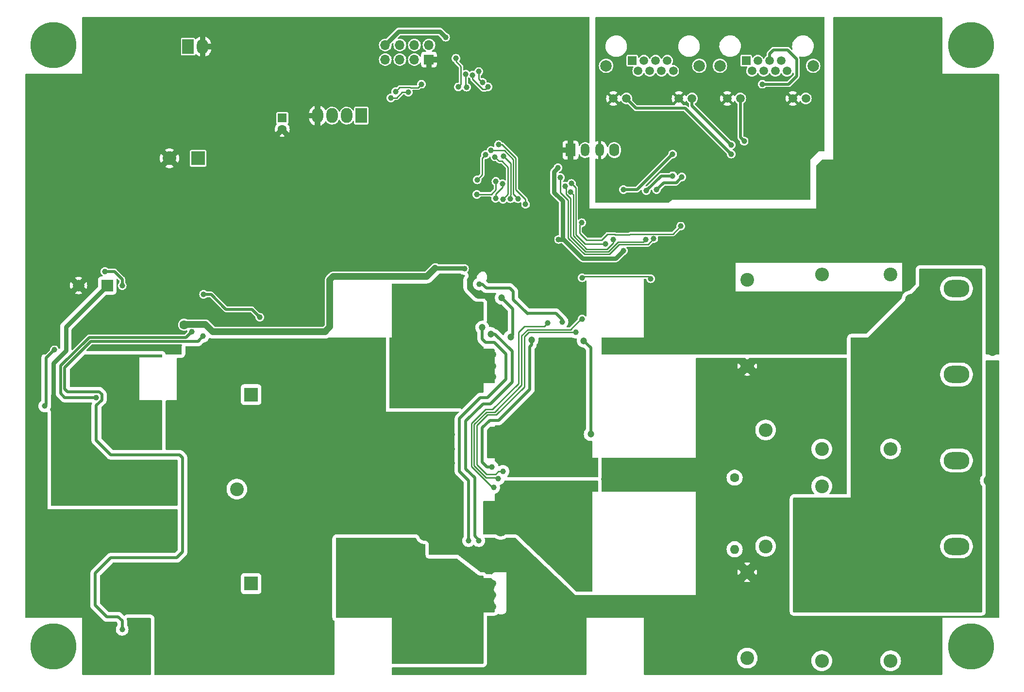
<source format=gbr>
G04 #@! TF.GenerationSoftware,KiCad,Pcbnew,(6.99.0-1920-g294b8e9051)*
G04 #@! TF.CreationDate,2022-07-23T00:22:57+02:00*
G04 #@! TF.ProjectId,driver,64726976-6572-42e6-9b69-6361645f7063,rev?*
G04 #@! TF.SameCoordinates,Original*
G04 #@! TF.FileFunction,Copper,L2,Bot*
G04 #@! TF.FilePolarity,Positive*
%FSLAX46Y46*%
G04 Gerber Fmt 4.6, Leading zero omitted, Abs format (unit mm)*
G04 Created by KiCad (PCBNEW (6.99.0-1920-g294b8e9051)) date 2022-07-23 00:22:57*
%MOMM*%
%LPD*%
G01*
G04 APERTURE LIST*
G04 Aperture macros list*
%AMRoundRect*
0 Rectangle with rounded corners*
0 $1 Rounding radius*
0 $2 $3 $4 $5 $6 $7 $8 $9 X,Y pos of 4 corners*
0 Add a 4 corners polygon primitive as box body*
4,1,4,$2,$3,$4,$5,$6,$7,$8,$9,$2,$3,0*
0 Add four circle primitives for the rounded corners*
1,1,$1+$1,$2,$3*
1,1,$1+$1,$4,$5*
1,1,$1+$1,$6,$7*
1,1,$1+$1,$8,$9*
0 Add four rect primitives between the rounded corners*
20,1,$1+$1,$2,$3,$4,$5,0*
20,1,$1+$1,$4,$5,$6,$7,0*
20,1,$1+$1,$6,$7,$8,$9,0*
20,1,$1+$1,$8,$9,$2,$3,0*%
G04 Aperture macros list end*
G04 #@! TA.AperFunction,ComponentPad*
%ADD10O,4.500000X3.000000*%
G04 #@! TD*
G04 #@! TA.AperFunction,ComponentPad*
%ADD11O,3.500000X3.000000*%
G04 #@! TD*
G04 #@! TA.AperFunction,ComponentPad*
%ADD12R,2.000000X2.600000*%
G04 #@! TD*
G04 #@! TA.AperFunction,ComponentPad*
%ADD13O,2.000000X2.600000*%
G04 #@! TD*
G04 #@! TA.AperFunction,ComponentPad*
%ADD14R,1.500000X1.500000*%
G04 #@! TD*
G04 #@! TA.AperFunction,ComponentPad*
%ADD15C,1.500000*%
G04 #@! TD*
G04 #@! TA.AperFunction,ComponentPad*
%ADD16C,2.000000*%
G04 #@! TD*
G04 #@! TA.AperFunction,WasherPad*
%ADD17C,8.000000*%
G04 #@! TD*
G04 #@! TA.AperFunction,ComponentPad*
%ADD18RoundRect,1.125000X1.125000X1.125000X-1.125000X1.125000X-1.125000X-1.125000X1.125000X-1.125000X0*%
G04 #@! TD*
G04 #@! TA.AperFunction,ComponentPad*
%ADD19R,2.000000X2.000000*%
G04 #@! TD*
G04 #@! TA.AperFunction,ComponentPad*
%ADD20R,2.400000X2.400000*%
G04 #@! TD*
G04 #@! TA.AperFunction,ComponentPad*
%ADD21C,2.400000*%
G04 #@! TD*
G04 #@! TA.AperFunction,ComponentPad*
%ADD22R,1.600000X1.600000*%
G04 #@! TD*
G04 #@! TA.AperFunction,ComponentPad*
%ADD23C,1.600000*%
G04 #@! TD*
G04 #@! TA.AperFunction,ComponentPad*
%ADD24O,1.600000X1.600000*%
G04 #@! TD*
G04 #@! TA.AperFunction,ComponentPad*
%ADD25O,2.400000X2.400000*%
G04 #@! TD*
G04 #@! TA.AperFunction,ComponentPad*
%ADD26R,1.750000X2.250000*%
G04 #@! TD*
G04 #@! TA.AperFunction,ComponentPad*
%ADD27O,1.500000X2.250000*%
G04 #@! TD*
G04 #@! TA.AperFunction,ComponentPad*
%ADD28O,1.750000X2.250000*%
G04 #@! TD*
G04 #@! TA.AperFunction,ComponentPad*
%ADD29R,1.700000X1.700000*%
G04 #@! TD*
G04 #@! TA.AperFunction,ComponentPad*
%ADD30O,1.700000X1.700000*%
G04 #@! TD*
G04 #@! TA.AperFunction,ViaPad*
%ADD31C,1.000000*%
G04 #@! TD*
G04 #@! TA.AperFunction,ViaPad*
%ADD32C,1.600000*%
G04 #@! TD*
G04 #@! TA.AperFunction,ViaPad*
%ADD33C,2.000000*%
G04 #@! TD*
G04 #@! TA.AperFunction,ViaPad*
%ADD34C,1.200000*%
G04 #@! TD*
G04 #@! TA.AperFunction,ViaPad*
%ADD35C,1.100000*%
G04 #@! TD*
G04 #@! TA.AperFunction,Conductor*
%ADD36C,0.250000*%
G04 #@! TD*
G04 #@! TA.AperFunction,Conductor*
%ADD37C,0.800000*%
G04 #@! TD*
G04 #@! TA.AperFunction,Conductor*
%ADD38C,0.500000*%
G04 #@! TD*
G04 #@! TA.AperFunction,Conductor*
%ADD39C,1.200000*%
G04 #@! TD*
G04 APERTURE END LIST*
D10*
X367499999Y-17499999D03*
X367499999Y-22499999D03*
X367499999Y-67499999D03*
X367499999Y-62499999D03*
X367499999Y-37499999D03*
X367499999Y-32499999D03*
X367499999Y-47499999D03*
X367499999Y-52499999D03*
D11*
X229799999Y-52289999D03*
X224719999Y-52289999D03*
X222179999Y-52289999D03*
X229800864Y-59909999D03*
X224720864Y-59909999D03*
X222180864Y-59909999D03*
D12*
X233499999Y24749999D03*
D13*
X236039999Y24749999D03*
D14*
X330799999Y22299999D03*
D15*
X331820000Y20520000D03*
X332840000Y22300000D03*
X333860000Y20520000D03*
X334880000Y22300000D03*
X335900000Y20520000D03*
X336920000Y22300000D03*
X337940000Y20520000D03*
X327500000Y15700000D03*
X329790000Y15700000D03*
X338930000Y15700000D03*
X341220000Y15700000D03*
D16*
X326230000Y21410000D03*
X342490000Y21410000D03*
D12*
X263699999Y12699999D03*
D13*
X261159999Y12699999D03*
X258619999Y12699999D03*
X256079999Y12699999D03*
D17*
X210000000Y25000000D03*
X370000000Y25000000D03*
X210000000Y-80000000D03*
X370000000Y-80000000D03*
D18*
X221800000Y-70300000D03*
X211800000Y-70300000D03*
D14*
X310949999Y22299999D03*
D15*
X311970000Y20520000D03*
X312990000Y22300000D03*
X314010000Y20520000D03*
X315030000Y22300000D03*
X316050000Y20520000D03*
X317070000Y22300000D03*
X318090000Y20520000D03*
X307650000Y15700000D03*
X309940000Y15700000D03*
X319080000Y15700000D03*
X321370000Y15700000D03*
D16*
X306380000Y21410000D03*
X322640000Y21410000D03*
D19*
X219399999Y-16949999D03*
D16*
X214400000Y-16950000D03*
D20*
X235249999Y5249999D03*
D21*
X230250000Y5250000D03*
D22*
X249899999Y12299999D03*
D23*
X249900000Y10300000D03*
D20*
X244488740Y-35999999D03*
D21*
X251988741Y-36000000D03*
D23*
X328795961Y-50500000D03*
D24*
X328795960Y-62999999D03*
D21*
X331000000Y-16000000D03*
X331000000Y-31000000D03*
X356000000Y-52000000D03*
D25*
X355999999Y-82479999D03*
D21*
X344000000Y-52000000D03*
D25*
X343999999Y-82479999D03*
D18*
X222200000Y-41300000D03*
X212200000Y-41300000D03*
D21*
X344000000Y-45500000D03*
D25*
X343999999Y-15019999D03*
D26*
X300194999Y6690508D03*
D27*
X302734999Y6690508D03*
X305274999Y6690508D03*
D28*
X307814999Y6690508D03*
D20*
X244488740Y-68999999D03*
D21*
X251988741Y-69000000D03*
X356000000Y-15000000D03*
D25*
X355999999Y-45479999D03*
D21*
X331000000Y-82000000D03*
X331000000Y-67000000D03*
D29*
X275499999Y22499999D03*
D30*
X275499999Y25039999D03*
X272959999Y22499999D03*
X272959999Y25039999D03*
X270419999Y22499999D03*
X270419999Y25039999D03*
X267879999Y22499999D03*
X267879999Y25039999D03*
D21*
X334204039Y-62500000D03*
D25*
X334204038Y-42179999D03*
D21*
X242000736Y-52500000D03*
X257000736Y-52500000D03*
D31*
X302156429Y-5996260D03*
X319400000Y-6600000D03*
X302600000Y-2400000D03*
X302400000Y4000000D03*
D32*
X232800000Y-23800000D03*
D31*
X269688000Y16900000D03*
X268863500Y15800000D03*
X271887000Y16800000D03*
X274200000Y18200000D03*
X256300000Y15400000D03*
X264500000Y16900000D03*
D33*
X299500000Y-32750000D03*
X299500000Y-66750000D03*
X299500000Y-64500000D03*
X299500000Y-35250000D03*
X299500000Y-37750000D03*
D31*
X236100000Y-25800000D03*
X222000000Y-77000000D03*
X217500000Y-36500000D03*
X210189693Y-28189693D03*
X208500500Y-38000000D03*
X246000000Y-22500000D03*
X222000000Y-17000000D03*
X219000000Y-14500000D03*
X236200000Y-18500000D03*
D33*
X227000000Y-38000000D03*
X221000000Y-36000000D03*
X221000000Y-34000000D03*
X221000000Y-32000000D03*
X359500000Y-19400000D03*
X341000000Y-71500000D03*
X343500000Y-71500000D03*
X346000000Y-71500000D03*
X343500000Y-64000000D03*
X346000000Y-64000000D03*
X343500000Y-66500000D03*
X341000000Y-66500000D03*
X346000000Y-66500000D03*
X343500000Y-69000000D03*
X346000000Y-69000000D03*
X341000000Y-69000000D03*
X341000000Y-64000000D03*
X343500000Y-61500000D03*
X341000000Y-61500000D03*
X346000000Y-61500000D03*
X343500000Y-59000000D03*
X346000000Y-59000000D03*
X341000000Y-59000000D03*
X346000000Y-56500000D03*
X343500000Y-56500000D03*
X341000000Y-56500000D03*
D31*
X371250000Y13750000D03*
D32*
X310000000Y-7000000D03*
X252750000Y-21500000D03*
X365250000Y-2000000D03*
D31*
X256000000Y22000000D03*
D32*
X223000000Y24000000D03*
D31*
X261000000Y20000000D03*
X253600000Y14600000D03*
D32*
X268250000Y6250000D03*
X349250000Y-21250000D03*
X267324011Y7750000D03*
X371500000Y19000000D03*
D31*
X371000000Y-6750000D03*
D32*
X244500000Y-14750000D03*
X298000000Y17000000D03*
X296500000Y-14000000D03*
X285000000Y24000000D03*
X321000000Y-23200000D03*
D31*
X372000000Y-1750000D03*
D32*
X230000000Y-2500000D03*
X316000000Y-17000000D03*
X239750000Y3750000D03*
X211000000Y11000000D03*
D34*
X321000000Y-16000000D03*
D32*
X347750000Y-9200000D03*
X231250000Y-13250000D03*
X224000000Y-18000000D03*
X235750000Y-16750000D03*
D31*
X258000000Y17000000D03*
D32*
X295463935Y-19443129D03*
X293900000Y-10600000D03*
X281750000Y9250000D03*
D31*
X301000000Y28000000D03*
D32*
X263750000Y-11250000D03*
X246000000Y25750000D03*
X279250000Y-1250000D03*
X373750000Y-28500000D03*
X235250000Y19500000D03*
X241250000Y10250000D03*
D31*
X277000000Y-8000000D03*
D32*
X242750000Y1000000D03*
X317650000Y-6600000D03*
X250000000Y21500000D03*
X300300000Y11400000D03*
D31*
X264000000Y23000000D03*
D32*
X363000000Y25000000D03*
X352250000Y-2250000D03*
X222750000Y-6500000D03*
X328000000Y-16000000D03*
X241750000Y12750000D03*
X252500000Y20750000D03*
D31*
X257000000Y23000000D03*
X371250000Y8250000D03*
D32*
X240500000Y16500000D03*
X227500000Y-18500000D03*
D31*
X259000000Y25000000D03*
D32*
X288000000Y12000000D03*
X292000000Y3500000D03*
X288500000Y-3750000D03*
X271550000Y-12800000D03*
X244500000Y-10500000D03*
X237750000Y-16750000D03*
D31*
X371250000Y3500000D03*
D32*
X292350000Y-7400000D03*
X341500000Y-21250000D03*
X285000000Y-11200000D03*
X263750000Y-8750000D03*
X347250000Y8000000D03*
D31*
X300000000Y4000000D03*
X258000000Y24000000D03*
D32*
X221000000Y-23000000D03*
X282750000Y-7000000D03*
D34*
X303400000Y-6422054D03*
D32*
X230250000Y-15500000D03*
X252750000Y-17000000D03*
X368000000Y-10500000D03*
X242750000Y-1500000D03*
X222750000Y-8500000D03*
X275250000Y12500000D03*
X211000000Y-9000000D03*
D31*
X267200000Y13100000D03*
D32*
X235250000Y13500000D03*
D31*
X296200000Y-23500000D03*
X286800000Y-52200000D03*
X298100000Y-8900000D03*
X298000000Y3600000D03*
X234100000Y-25050500D03*
X278400000Y26400000D03*
X309400000Y-10900000D03*
D33*
X284750000Y-29000000D03*
X275750000Y-30500000D03*
X279750000Y-73000000D03*
X284750000Y-33000000D03*
X279750000Y-68000000D03*
X275750000Y-33000000D03*
X284750000Y-71000000D03*
X277750000Y-34250000D03*
X284750000Y-73000000D03*
X277750000Y-31750000D03*
X279750000Y-28000000D03*
X275750000Y-68000000D03*
X273750000Y-34250000D03*
X273750000Y-31750000D03*
X277750000Y-71750000D03*
D35*
X286721564Y-32907903D03*
D33*
X275750000Y-28000000D03*
D35*
X286750000Y-29000000D03*
D33*
X277750000Y-29250000D03*
D35*
X286750000Y-31000000D03*
D33*
X284750000Y-69000000D03*
X275750000Y-70500000D03*
X273750000Y-71750000D03*
X273750000Y-74250000D03*
X279750000Y-30500000D03*
X273750000Y-29250000D03*
X277750000Y-69250000D03*
X284750000Y-31000000D03*
D35*
X286750000Y-69000000D03*
X286750000Y-71000000D03*
D33*
X275750000Y-73000000D03*
X273750000Y-69250000D03*
X279750000Y-33000000D03*
X277750000Y-74250000D03*
X279750000Y-70500000D03*
D35*
X286750000Y-73000000D03*
D33*
X279000000Y-53000000D03*
X272500000Y-51750000D03*
D32*
X373000000Y-51000000D03*
D33*
X274750000Y-53000000D03*
X274750000Y-60500000D03*
X277000000Y-49250000D03*
X277000000Y-54250000D03*
X272500000Y-44250000D03*
X274750000Y-43000000D03*
X278977456Y-48000000D03*
X272500000Y-46750000D03*
X272500000Y-54250000D03*
X272500000Y-49250000D03*
X274750000Y-55500000D03*
X277000000Y-51750000D03*
X279000000Y-50500000D03*
X277000000Y-56750000D03*
X272500000Y-41750000D03*
X278977457Y-43000000D03*
X277000000Y-59250000D03*
X278977456Y-45500000D03*
X279000000Y-58000000D03*
X272500000Y-59250000D03*
D32*
X301000000Y-79000000D03*
D33*
X274750000Y-50500000D03*
X279000000Y-55500000D03*
X272500000Y-56750000D03*
X277000000Y-44250000D03*
X279000000Y-60500000D03*
X274750000Y-58000000D03*
D32*
X362000000Y-77000000D03*
D33*
X274750000Y-45500000D03*
X277000000Y-41750000D03*
X277000000Y-46750000D03*
X274750000Y-48000000D03*
D34*
X288200000Y-19100000D03*
X289727212Y-25950288D03*
X286264482Y-25411771D03*
D31*
X284200000Y-61500000D03*
D34*
X293424500Y-26424500D03*
D31*
X286500000Y-48600000D03*
X282400000Y-61500000D03*
D34*
X284800000Y-24300000D03*
D31*
X284829529Y18500000D03*
X284175066Y20404278D03*
X283100959Y19805466D03*
X285800000Y17724500D03*
X333600000Y18200000D03*
D34*
X308600000Y1800000D03*
D31*
X327100000Y3800000D03*
D34*
X313600000Y3800000D03*
X311600000Y12400000D03*
X315000000Y5200000D03*
D31*
X314000000Y26000000D03*
D34*
X317200000Y-1800000D03*
X328200000Y13200000D03*
X310400000Y-1800000D03*
D31*
X343500000Y16000000D03*
D32*
X316000000Y18250000D03*
D31*
X334000000Y26000000D03*
X343500000Y8000000D03*
X341000000Y0D03*
D34*
X313400000Y10600000D03*
D31*
X319250000Y7500000D03*
X286316990Y6616990D03*
X302200000Y-22800000D03*
X291000000Y-1800000D03*
X287600000Y-50700000D03*
X288400000Y-49400000D03*
X289700000Y-1800000D03*
X288500000Y5600000D03*
X301100000Y-25100000D03*
X314171398Y-15771398D03*
X302200000Y-15600000D03*
X330450701Y8250500D03*
X281700000Y-14000000D03*
X276600000Y-13900000D03*
X328200000Y6000000D03*
X328200000Y7600000D03*
X319600000Y2000000D03*
X315200000Y-200000D03*
X299227962Y403462D03*
X313300000Y-8900000D03*
X298400000Y1900000D03*
X314700000Y-8800000D03*
X313400000Y-400000D03*
X318000000Y2200000D03*
X306300000Y-9700000D03*
X300338603Y856543D03*
X307600000Y-8900000D03*
X300210136Y-598046D03*
X309400000Y-200000D03*
X318000000Y6000000D03*
X288300000Y819964D03*
X287100000Y-1728076D03*
X282049131Y17675111D03*
X281900000Y19924500D03*
X280600000Y17700000D03*
X280200000Y22700000D03*
D33*
X295500000Y-62250000D03*
X288000000Y-55750000D03*
X297500000Y-61000000D03*
X295500000Y-55500000D03*
X299500000Y-55500000D03*
D34*
X303700000Y-42900000D03*
D33*
X295500000Y-60000000D03*
D35*
X286000000Y-55750000D03*
X286000000Y-57750000D03*
D33*
X293500000Y-61250000D03*
X297500000Y-56500000D03*
D31*
X298700000Y-23300000D03*
D33*
X293500000Y-54500000D03*
D34*
X302500000Y-26600000D03*
D33*
X297500000Y-54250000D03*
X293500000Y-56750000D03*
X299500000Y-60000000D03*
X295500000Y-57750000D03*
X293500000Y-59000000D03*
D31*
X284241259Y-16695759D03*
D33*
X299500000Y-57750000D03*
X297500000Y-58750000D03*
X299500000Y-62250000D03*
D35*
X286000000Y-59750000D03*
D33*
X288000000Y-57750000D03*
X288000000Y-59750000D03*
D35*
X286400000Y-46500000D03*
D33*
X299500000Y-45250000D03*
D35*
X286400000Y-44500000D03*
D33*
X288400000Y-46500000D03*
X297500000Y-44000000D03*
X288400000Y-42500000D03*
X295500000Y-45250000D03*
X299500000Y-42750000D03*
X293500000Y-46500000D03*
X293500000Y-41500000D03*
X295500000Y-47750000D03*
X295500000Y-40250000D03*
X299500000Y-47750000D03*
X297500000Y-46500000D03*
X288400000Y-44500000D03*
X297500000Y-41500000D03*
D35*
X286400000Y-42500000D03*
D33*
X293500000Y-49000000D03*
X295500000Y-42750000D03*
X299500000Y-40250000D03*
X297500000Y-49000000D03*
X293500000Y-44000000D03*
D31*
X287633010Y7633010D03*
X292347300Y-2784756D03*
X287000000Y5500000D03*
X288400000Y-1900000D03*
X283900000Y1500000D03*
X285372049Y5878145D03*
X287166253Y1211659D03*
X283854498Y-1045502D03*
D36*
X301775489Y-6377200D02*
X302156429Y-5996260D01*
X301775489Y-7775489D02*
X301775489Y-6377200D01*
X302000000Y-8000000D02*
X301775489Y-7775489D01*
X303000000Y-9000000D02*
X302000000Y-8000000D01*
X307866036Y-8000000D02*
X306600000Y-8000000D01*
X306600000Y-8000000D02*
X305600000Y-9000000D01*
X307990547Y-8124511D02*
X307866036Y-8000000D01*
X310465789Y-8124511D02*
X307990547Y-8124511D01*
X310614811Y-7975489D02*
X310465789Y-8124511D01*
X318024511Y-7975489D02*
X310614811Y-7975489D01*
X319400000Y-6600000D02*
X318024511Y-7975489D01*
X305600000Y-9000000D02*
X303000000Y-9000000D01*
X301100000Y-8092846D02*
X302707154Y-9700000D01*
X301100000Y95146D02*
X301100000Y-8092846D01*
X300338603Y856543D02*
X301100000Y95146D01*
X302707154Y-9700000D02*
X306300000Y-9700000D01*
X312849520Y-9350480D02*
X313300000Y-8900000D01*
X308451275Y-9350480D02*
X312849520Y-9350480D01*
X306752233Y-11049520D02*
X308451275Y-9350480D01*
X302785238Y-11049520D02*
X306752233Y-11049520D01*
X300200960Y-8465242D02*
X302785238Y-11049520D01*
X300200960Y-1754906D02*
X300200960Y-8465242D01*
X299385625Y-939571D02*
X300200960Y-1754906D01*
X299385625Y245799D02*
X299385625Y-939571D01*
X299227962Y403462D02*
X299385625Y245799D01*
D37*
X298800000Y-2200000D02*
X298800000Y-8724626D01*
X297300489Y-700489D02*
X298800000Y-2200000D01*
X298800000Y-8724626D02*
X298975374Y-8900000D01*
X297300489Y2900489D02*
X297300489Y-700489D01*
X298000000Y3600000D02*
X297300489Y2900489D01*
X298000000Y3600000D02*
X297954944Y3645056D01*
D38*
X244600000Y-21100000D02*
X246000000Y-22500000D01*
X240100000Y-21100000D02*
X244600000Y-21100000D01*
X237500000Y-18500000D02*
X240100000Y-21100000D01*
X236200000Y-18500000D02*
X237500000Y-18500000D01*
D39*
X232849011Y-23750989D02*
X232800000Y-23800000D01*
X233600000Y-23750989D02*
X232849011Y-23750989D01*
X236550989Y-23750989D02*
X233600000Y-23750989D01*
X257600000Y-24800000D02*
X257400000Y-25000000D01*
X237800000Y-25000000D02*
X236550989Y-23750989D01*
X258200000Y-18000000D02*
X258200000Y-24200000D01*
X258200000Y-24200000D02*
X257600000Y-24800000D01*
X258200000Y-15952150D02*
X258200000Y-18000000D01*
X258751670Y-15400480D02*
X258200000Y-15952150D01*
X257400000Y-25000000D02*
X237800000Y-25000000D01*
X268811571Y-15400480D02*
X258751670Y-15400480D01*
X275099520Y-15400480D02*
X268811571Y-15400480D01*
X276600000Y-13900000D02*
X275099520Y-15400480D01*
X300195000Y6690509D02*
X300195000Y6442787D01*
D36*
X270843500Y16800000D02*
X269843500Y15800000D01*
X271887000Y16800000D02*
X270843500Y16800000D01*
X269843500Y15800000D02*
X268863500Y15800000D01*
X272253036Y17600000D02*
X273600000Y17600000D01*
X272228525Y17624511D02*
X272253036Y17600000D01*
X273600000Y17600000D02*
X274200000Y18200000D01*
X270412511Y17624511D02*
X272228525Y17624511D01*
X269688000Y16900000D02*
X270412511Y17624511D01*
D38*
X222000000Y-75500000D02*
X222000000Y-77000000D01*
X219300000Y-74800000D02*
X221300000Y-74800000D01*
X221300000Y-74800000D02*
X222000000Y-75500000D01*
X217300000Y-72800000D02*
X219300000Y-74800000D01*
X217300000Y-67200000D02*
X217300000Y-72800000D01*
X220000000Y-64500000D02*
X217300000Y-67200000D01*
X231500000Y-64500000D02*
X220000000Y-64500000D01*
X232500000Y-63500000D02*
X231500000Y-64500000D01*
X232500000Y-47000000D02*
X232500000Y-63500000D01*
X232000000Y-46500000D02*
X232500000Y-47000000D01*
X220000000Y-46500000D02*
X232000000Y-46500000D01*
X217500000Y-44000000D02*
X220000000Y-46500000D01*
X217500000Y-37900000D02*
X217500000Y-44000000D01*
X218449511Y-36950489D02*
X217500000Y-37900000D01*
X218000000Y-35500000D02*
X218449511Y-35949511D01*
X212500000Y-35500000D02*
X218000000Y-35500000D01*
X212000000Y-31256358D02*
X212000000Y-35000000D01*
X216556838Y-26699520D02*
X212000000Y-31256358D01*
X235200480Y-26699520D02*
X216556838Y-26699520D01*
X212000000Y-35000000D02*
X212500000Y-35500000D01*
X236100000Y-25800000D02*
X235200480Y-26699520D01*
X218449511Y-35949511D02*
X218449511Y-36950489D01*
X212000000Y-36500000D02*
X217500000Y-36500000D01*
X211300481Y-35800481D02*
X212000000Y-36500000D01*
X211300481Y-30966607D02*
X211300481Y-35800481D01*
X216267088Y-26000000D02*
X211300481Y-30966607D01*
X233150500Y-26000000D02*
X216267088Y-26000000D01*
X234100000Y-25050500D02*
X233150500Y-26000000D01*
X208750480Y-37750020D02*
X208500500Y-38000000D01*
X208750480Y-29628906D02*
X208750480Y-37750020D01*
X210189693Y-28189693D02*
X208750480Y-29628906D01*
D37*
X212175000Y-24175000D02*
X219400000Y-16950000D01*
X210000000Y-30500000D02*
X212175000Y-28325000D01*
X212200000Y-41300000D02*
X210000000Y-39100000D01*
X210000000Y-39100000D02*
X210000000Y-30500000D01*
X212175000Y-28325000D02*
X212175000Y-24175000D01*
D38*
X222000000Y-15850978D02*
X222000000Y-17000000D01*
X219000000Y-14500000D02*
X220649022Y-14500000D01*
X220649022Y-14500000D02*
X222000000Y-15850978D01*
D36*
X302000000Y-22800000D02*
X302200000Y-22800000D01*
X300149520Y-24650480D02*
X302000000Y-22800000D01*
X292689660Y-24650480D02*
X300149520Y-24650480D01*
X291650480Y-25689660D02*
X292689660Y-24650480D01*
X291650480Y-34349520D02*
X291650480Y-25689660D01*
X283350489Y-41213807D02*
X285513806Y-39050490D01*
X286949510Y-39050490D02*
X291650480Y-34349520D01*
X285486102Y-50500000D02*
X283350489Y-48364387D01*
X285513806Y-39050490D02*
X286949510Y-39050490D01*
X287400000Y-50500000D02*
X285486102Y-50500000D01*
X287600000Y-50700000D02*
X287400000Y-50500000D01*
X283350489Y-48364387D02*
X283350489Y-41213807D01*
D38*
X284200000Y-61391502D02*
X284200000Y-61500000D01*
X283499520Y-60691022D02*
X284200000Y-61391502D01*
X283499520Y-50527316D02*
X283499520Y-60691022D01*
X281926458Y-48954254D02*
X283499520Y-50527316D01*
X284923956Y-37626469D02*
X281926458Y-40623969D01*
X286173532Y-37626468D02*
X284923956Y-37626469D01*
X289999511Y-33800489D02*
X286173532Y-37626468D01*
X289999511Y-28399511D02*
X289999511Y-33800489D01*
X281926458Y-40623969D02*
X281926458Y-48954254D01*
X287011771Y-25411771D02*
X289999511Y-28399511D01*
X286264482Y-25411771D02*
X287011771Y-25411771D01*
X284800000Y-26300000D02*
X284800000Y-24300000D01*
X286900000Y-26900000D02*
X285400000Y-26900000D01*
X285718099Y-36526957D02*
X288900000Y-33345056D01*
X288900000Y-33345056D02*
X288900000Y-28900000D01*
X288900000Y-28900000D02*
X286900000Y-26900000D01*
X280826957Y-40168525D02*
X284468523Y-36526958D01*
X282400000Y-50982752D02*
X280826956Y-49409708D01*
X280826956Y-49409708D02*
X280826957Y-40168525D01*
X284468523Y-36526958D02*
X285718099Y-36526957D01*
X285400000Y-26900000D02*
X284800000Y-26300000D01*
X282400000Y-61500000D02*
X282400000Y-50982752D01*
D36*
X295600000Y-24100000D02*
X296200000Y-23500000D01*
X292100000Y-24100000D02*
X295600000Y-24100000D01*
X291100000Y-34078178D02*
X291100000Y-25100000D01*
X285327617Y-38600989D02*
X286577189Y-38600989D01*
X282900978Y-41027628D02*
X285327617Y-38600989D01*
X282900978Y-48550594D02*
X282900978Y-41027628D01*
X291100000Y-25100000D02*
X292100000Y-24100000D01*
X286550384Y-52200000D02*
X282900978Y-48550594D01*
X286800000Y-52200000D02*
X286550384Y-52200000D01*
X286577189Y-38600989D02*
X291100000Y-34078178D01*
X287600000Y-49400000D02*
X288400000Y-49400000D01*
X287100000Y-49900000D02*
X287600000Y-49400000D01*
X285521820Y-49900000D02*
X287100000Y-49900000D01*
X283800000Y-41400000D02*
X283800000Y-48178180D01*
X287250000Y-39500000D02*
X285700000Y-39500000D01*
X292100000Y-34650000D02*
X287250000Y-39500000D01*
X285700000Y-39500000D02*
X283800000Y-41400000D01*
X292100000Y-25875857D02*
X292100000Y-34650000D01*
X283800000Y-48178180D02*
X285521820Y-49900000D01*
X292875857Y-25100000D02*
X292100000Y-25875857D01*
X300400000Y-25100000D02*
X292875857Y-25100000D01*
D38*
X285600000Y-48600000D02*
X286500000Y-48600000D01*
X286100000Y-40500000D02*
X284800000Y-41800000D01*
X293074520Y-27625480D02*
X293074520Y-35053660D01*
X293424500Y-27275500D02*
X293074520Y-27625480D01*
X284800000Y-41800000D02*
X284800000Y-47800000D01*
X284800000Y-47800000D02*
X285600000Y-48600000D01*
X293424500Y-26424500D02*
X293424500Y-27275500D01*
X293074520Y-35053660D02*
X287628180Y-40500000D01*
X287628180Y-40500000D02*
X286100000Y-40500000D01*
D37*
X282500000Y-17300000D02*
X284000000Y-18800000D01*
X285000000Y-13500000D02*
X282500000Y-16000000D01*
X282500000Y-16000000D02*
X282500000Y-17300000D01*
X284000000Y-18800000D02*
X286400000Y-18800000D01*
X285000000Y-11200000D02*
X285000000Y-13500000D01*
X309400000Y-10900000D02*
X308076440Y-12223560D01*
X302298934Y-12223560D02*
X301874520Y-11799146D01*
X277400000Y27400000D02*
X270240000Y27400000D01*
X301874520Y-11799146D02*
X298975374Y-8900000D01*
X270240000Y27400000D02*
X267880000Y25040000D01*
X308076440Y-12223560D02*
X302298934Y-12223560D01*
X278400000Y26400000D02*
X277400000Y27400000D01*
X298975374Y-8900000D02*
X298100000Y-8900000D01*
D38*
X290100000Y-25577500D02*
X290100000Y-21000000D01*
X290100000Y-21000000D02*
X288200000Y-19100000D01*
X289727212Y-25950288D02*
X290100000Y-25577500D01*
D36*
X284175066Y20404278D02*
X284175066Y19124934D01*
X284175066Y19124934D02*
X284800000Y18500000D01*
X284800000Y18500000D02*
X284829529Y18500000D01*
X285800000Y17724500D02*
X285375500Y17300000D01*
X283100959Y19062534D02*
X283100959Y19805466D01*
X284863493Y17300000D02*
X283100959Y19062534D01*
X285375500Y17300000D02*
X284863493Y17300000D01*
D38*
X334880000Y23480000D02*
X335600000Y24200000D01*
X339600000Y22600000D02*
X339600000Y19600000D01*
X334880000Y22300000D02*
X334880000Y23480000D01*
X338000000Y24200000D02*
X339600000Y22600000D01*
X338200000Y18200000D02*
X333600000Y18200000D01*
X335600000Y24200000D02*
X338000000Y24200000D01*
X339600000Y19600000D02*
X338200000Y18200000D01*
D36*
X291000000Y-1800000D02*
X290200000Y-1000000D01*
X290200000Y-1000000D02*
X290200000Y5066036D01*
X290200000Y5066036D02*
X288649046Y6616990D01*
X288649046Y6616990D02*
X286316990Y6616990D01*
X289749520Y4350480D02*
X288500000Y5600000D01*
X289749520Y-1186197D02*
X289749520Y4350480D01*
X289700000Y-1800000D02*
X289700000Y-1235718D01*
X289700000Y-1235718D02*
X289749520Y-1186197D01*
X301100000Y-25100000D02*
X300400000Y-25100000D01*
X314171398Y-15771398D02*
X313800000Y-15400000D01*
X302400000Y-15400000D02*
X302200000Y-15600000D01*
X313800000Y-15400000D02*
X302400000Y-15400000D01*
D38*
X329790000Y15700000D02*
X329790000Y8911201D01*
X329790000Y8911201D02*
X330450701Y8250500D01*
D37*
X276600000Y-13900000D02*
X281600000Y-13900000D01*
X281600000Y-13900000D02*
X281700000Y-14000000D01*
D38*
X320200000Y14000000D02*
X311640000Y14000000D01*
X328200000Y6000000D02*
X320200000Y14000000D01*
X311640000Y14000000D02*
X309940000Y15700000D01*
X321370000Y14430000D02*
X328200000Y7600000D01*
X321370000Y15700000D02*
X321370000Y14430000D01*
X315200000Y-200000D02*
X316400000Y1000000D01*
X318600000Y1000000D02*
X319600000Y2000000D01*
X316400000Y1000000D02*
X318600000Y1000000D01*
D36*
X302599040Y-11499040D02*
X299751440Y-8651440D01*
X314700000Y-8800000D02*
X313700000Y-9800000D01*
X298400000Y-697120D02*
X298400000Y1900000D01*
X308637472Y-9800000D02*
X306938430Y-11499040D01*
X306938430Y-11499040D02*
X302599040Y-11499040D01*
X299751440Y-8651440D02*
X299751440Y-2048560D01*
X313700000Y-9800000D02*
X308637472Y-9800000D01*
X299751440Y-2048560D02*
X298400000Y-697120D01*
D38*
X313400000Y-400000D02*
X316000000Y2200000D01*
X316000000Y2200000D02*
X318000000Y2200000D01*
D36*
X306566036Y-10600000D02*
X302971436Y-10600000D01*
X307600000Y-8900000D02*
X307600000Y-9566036D01*
X307600000Y-9566036D02*
X306566036Y-10600000D01*
X302971436Y-10600000D02*
X300650480Y-8279044D01*
X300650480Y-8279044D02*
X300650480Y-1038390D01*
X300650480Y-1038390D02*
X300210136Y-598046D01*
D38*
X318000000Y6000000D02*
X311800000Y-200000D01*
X311800000Y-200000D02*
X309400000Y-200000D01*
D36*
X288300000Y200000D02*
X288300000Y819964D01*
X287100000Y-1000000D02*
X288300000Y200000D01*
X287100000Y-1728076D02*
X287100000Y-1000000D01*
X281900000Y17824242D02*
X282049131Y17675111D01*
X281900000Y19924500D02*
X281900000Y17824242D01*
X280200000Y22700000D02*
X280200000Y22200000D01*
X281075489Y21324511D02*
X281075489Y18175489D01*
X281075489Y18175489D02*
X280600000Y17700000D01*
X280200000Y22200000D02*
X281075489Y21324511D01*
D38*
X290200000Y-19400000D02*
X290200000Y-18000000D01*
X302500000Y-26600000D02*
X303700000Y-27800000D01*
X290200000Y-18000000D02*
X289600000Y-17400000D01*
X292800000Y-21800000D02*
X292700000Y-21900000D01*
X298700000Y-22900000D02*
X297600000Y-21800000D01*
X297600000Y-21800000D02*
X292800000Y-21800000D01*
X292700000Y-21900000D02*
X290200000Y-19400000D01*
X284795759Y-16695759D02*
X284241259Y-16695759D01*
X303700000Y-27800000D02*
X303700000Y-42900000D01*
X289600000Y-17400000D02*
X285500000Y-17400000D01*
X285500000Y-17400000D02*
X284795759Y-16695759D01*
X298700000Y-23300000D02*
X298700000Y-22900000D01*
D36*
X292347300Y-2784756D02*
X292347300Y-1947300D01*
X288268744Y7633010D02*
X287633010Y7633010D01*
X292347300Y-1947300D02*
X290649520Y-249520D01*
X290649520Y5252234D02*
X288268744Y7633010D01*
X290649520Y-249520D02*
X290649520Y5252234D01*
X287000000Y5500000D02*
X287724511Y4775489D01*
X289300000Y3700000D02*
X289300000Y-1000000D01*
X287724511Y4775489D02*
X288224511Y4775489D01*
X289300000Y-1000000D02*
X288400000Y-1900000D01*
X288224511Y4775489D02*
X289300000Y3700000D01*
X284790654Y5296750D02*
X285372049Y5878145D01*
X284790654Y2390654D02*
X284790654Y5296750D01*
X283900000Y1500000D02*
X284790654Y2390654D01*
X286354498Y-1045502D02*
X287166253Y-233747D01*
X287166253Y-233747D02*
X287166253Y1211659D01*
X283854498Y-1045502D02*
X286354498Y-1045502D01*
G04 #@! TA.AperFunction,Conductor*
G36*
X311581561Y13498391D02*
G01*
X311590474Y13497433D01*
X311603917Y13495500D01*
X311617483Y13495500D01*
X311626472Y13495179D01*
X311676360Y13491611D01*
X311685164Y13493526D01*
X311694154Y13494169D01*
X311694164Y13494036D01*
X311707785Y13495500D01*
X319938839Y13495500D01*
X320006960Y13475498D01*
X320027934Y13458595D01*
X327404613Y6081916D01*
X327438639Y6019604D01*
X327440736Y6000090D01*
X327440726Y6000000D01*
X327441157Y5996171D01*
X327441167Y5996082D01*
X327449045Y5926166D01*
X327459763Y5831046D01*
X327515918Y5670563D01*
X327606376Y5526600D01*
X327726600Y5406376D01*
X327870563Y5315918D01*
X328031046Y5259763D01*
X328200000Y5240726D01*
X328207029Y5241518D01*
X328361925Y5258971D01*
X328368954Y5259763D01*
X328529437Y5315918D01*
X328673400Y5406376D01*
X328793624Y5526600D01*
X328884082Y5670563D01*
X328940237Y5831046D01*
X328959274Y6000000D01*
X328940237Y6168954D01*
X328884082Y6329437D01*
X328793624Y6473400D01*
X328673400Y6593624D01*
X328621874Y6626000D01*
X328535433Y6680315D01*
X328535429Y6680317D01*
X328529437Y6684082D01*
X328522752Y6686421D01*
X328522636Y6686477D01*
X328469939Y6734054D01*
X328451330Y6802569D01*
X328472717Y6870267D01*
X328522636Y6913523D01*
X328522752Y6913579D01*
X328529437Y6915918D01*
X328535429Y6919683D01*
X328535433Y6919685D01*
X328667405Y7002609D01*
X328667406Y7002609D01*
X328673400Y7006376D01*
X328793624Y7126600D01*
X328884082Y7270563D01*
X328940237Y7431046D01*
X328959274Y7600000D01*
X328940237Y7768954D01*
X328884082Y7929437D01*
X328793624Y8073400D01*
X328673400Y8193624D01*
X328624623Y8224273D01*
X328535429Y8280317D01*
X328529437Y8284082D01*
X328368954Y8340237D01*
X328200000Y8359274D01*
X328200144Y8360548D01*
X328139058Y8378484D01*
X328118084Y8395387D01*
X323013471Y13500000D01*
X329285500Y13500000D01*
X329285500Y8978986D01*
X329284036Y8965365D01*
X329284169Y8965355D01*
X329283526Y8956365D01*
X329281611Y8947561D01*
X329282254Y8938573D01*
X329285179Y8897672D01*
X329285500Y8888684D01*
X329285500Y8875118D01*
X329287433Y8861675D01*
X329288391Y8852762D01*
X329291960Y8802859D01*
X329295109Y8794415D01*
X329297025Y8785609D01*
X329296895Y8785581D01*
X329297009Y8785133D01*
X329297137Y8785171D01*
X329299675Y8776526D01*
X329300958Y8767605D01*
X329321741Y8722097D01*
X329325176Y8713804D01*
X329342657Y8666934D01*
X329348061Y8659715D01*
X329352376Y8651812D01*
X329352259Y8651748D01*
X329352495Y8651350D01*
X329352606Y8651422D01*
X329357480Y8643839D01*
X329361223Y8635643D01*
X329367126Y8628831D01*
X329367127Y8628829D01*
X329393976Y8597843D01*
X329399620Y8590840D01*
X329405046Y8583592D01*
X329407750Y8579980D01*
X329417343Y8570387D01*
X329423472Y8563804D01*
X329456225Y8526005D01*
X329463807Y8521132D01*
X329470617Y8515231D01*
X329470529Y8515130D01*
X329481197Y8506533D01*
X329655314Y8332416D01*
X329689340Y8270104D01*
X329691437Y8250590D01*
X329691427Y8250500D01*
X329691858Y8246671D01*
X329691868Y8246582D01*
X329699370Y8180003D01*
X329710464Y8081546D01*
X329712801Y8074868D01*
X329712801Y8074867D01*
X329715412Y8067405D01*
X329766619Y7921063D01*
X329857077Y7777100D01*
X329977301Y7656876D01*
X329983295Y7653109D01*
X329983296Y7653109D01*
X330056632Y7607029D01*
X330121264Y7566418D01*
X330281747Y7510263D01*
X330450701Y7491226D01*
X330457730Y7492018D01*
X330612626Y7509471D01*
X330619655Y7510263D01*
X330780138Y7566418D01*
X330844770Y7607029D01*
X330918106Y7653109D01*
X330918107Y7653109D01*
X330924101Y7656876D01*
X331044325Y7777100D01*
X331134783Y7921063D01*
X331185990Y8067405D01*
X331188601Y8074867D01*
X331188601Y8074868D01*
X331190938Y8081546D01*
X331209975Y8250500D01*
X331190938Y8419454D01*
X331134783Y8579937D01*
X331044325Y8723900D01*
X330924101Y8844124D01*
X330780138Y8934582D01*
X330619655Y8990737D01*
X330450701Y9009774D01*
X330450845Y9011048D01*
X330389759Y9028984D01*
X330368785Y9045887D01*
X330331405Y9083267D01*
X330297379Y9145579D01*
X330294500Y9172362D01*
X330294500Y13500000D01*
X344500000Y13500000D01*
X344500000Y6626000D01*
X344479998Y6557879D01*
X344426342Y6511386D01*
X344374000Y6500000D01*
X343500000Y6500000D01*
X342000000Y5000000D01*
X342000000Y-1874000D01*
X341979998Y-1942121D01*
X341926342Y-1988614D01*
X341874000Y-2000000D01*
X318000000Y-2000000D01*
X317984479Y-2010347D01*
X317984477Y-2010348D01*
X317281743Y-2478838D01*
X317211851Y-2500000D01*
X304626000Y-2500000D01*
X304557879Y-2479998D01*
X304511386Y-2426342D01*
X304500000Y-2374000D01*
X304500000Y-200000D01*
X308640726Y-200000D01*
X308659763Y-368954D01*
X308715918Y-529437D01*
X308719683Y-535429D01*
X308791983Y-650493D01*
X308806376Y-673400D01*
X308926600Y-793624D01*
X309070563Y-884082D01*
X309231046Y-940237D01*
X309400000Y-959274D01*
X309407029Y-958482D01*
X309561925Y-941029D01*
X309568954Y-940237D01*
X309729437Y-884082D01*
X309873400Y-793624D01*
X309925619Y-741405D01*
X309987931Y-707379D01*
X310014714Y-704500D01*
X311732215Y-704500D01*
X311745836Y-705964D01*
X311745846Y-705831D01*
X311754836Y-706474D01*
X311763640Y-708389D01*
X311813528Y-704821D01*
X311822517Y-704500D01*
X311836083Y-704500D01*
X311849526Y-702567D01*
X311858439Y-701609D01*
X311893333Y-699113D01*
X311899352Y-698683D01*
X311908342Y-698040D01*
X311916786Y-694891D01*
X311925592Y-692975D01*
X311925620Y-693105D01*
X311926068Y-692991D01*
X311926030Y-692863D01*
X311934675Y-690325D01*
X311943596Y-689042D01*
X311989104Y-668259D01*
X311997397Y-664824D01*
X312044267Y-647343D01*
X312051486Y-641939D01*
X312059389Y-637624D01*
X312059453Y-637741D01*
X312059851Y-637505D01*
X312059779Y-637394D01*
X312067362Y-632520D01*
X312075558Y-628777D01*
X312082372Y-622873D01*
X312113358Y-596024D01*
X312120361Y-590380D01*
X312127609Y-584954D01*
X312127610Y-584953D01*
X312131221Y-582250D01*
X312140814Y-572657D01*
X312147397Y-566528D01*
X312152709Y-561925D01*
X312185196Y-533775D01*
X312190069Y-526193D01*
X312195970Y-519383D01*
X312196071Y-519471D01*
X312204668Y-508803D01*
X312427661Y-285810D01*
X312489973Y-251784D01*
X312560788Y-256849D01*
X312617624Y-299396D01*
X312642435Y-365916D01*
X312641964Y-389013D01*
X312640726Y-400000D01*
X312659763Y-568954D01*
X312662100Y-575632D01*
X312662100Y-575633D01*
X312664415Y-582250D01*
X312715918Y-729437D01*
X312806376Y-873400D01*
X312926600Y-993624D01*
X313070563Y-1084082D01*
X313231046Y-1140237D01*
X313400000Y-1159274D01*
X313407029Y-1158482D01*
X313561925Y-1141029D01*
X313568954Y-1140237D01*
X313729437Y-1084082D01*
X313873400Y-993624D01*
X313993624Y-873400D01*
X314084082Y-729437D01*
X314135585Y-582250D01*
X314137900Y-575633D01*
X314137900Y-575632D01*
X314140237Y-568954D01*
X314159274Y-400000D01*
X314160548Y-400144D01*
X314178484Y-339058D01*
X314195387Y-318084D01*
X314242832Y-270639D01*
X314305144Y-236613D01*
X314375959Y-241678D01*
X314432795Y-284225D01*
X314457135Y-345628D01*
X314459763Y-368954D01*
X314515918Y-529437D01*
X314519683Y-535429D01*
X314591983Y-650493D01*
X314606376Y-673400D01*
X314726600Y-793624D01*
X314870563Y-884082D01*
X315031046Y-940237D01*
X315200000Y-959274D01*
X315207029Y-958482D01*
X315361925Y-941029D01*
X315368954Y-940237D01*
X315529437Y-884082D01*
X315673400Y-793624D01*
X315793624Y-673400D01*
X315808018Y-650493D01*
X315880317Y-535429D01*
X315884082Y-529437D01*
X315940237Y-368954D01*
X315959274Y-200000D01*
X315960548Y-200144D01*
X315978484Y-139058D01*
X315995387Y-118084D01*
X316572066Y458595D01*
X316634378Y492621D01*
X316661161Y495500D01*
X318532215Y495500D01*
X318545836Y494036D01*
X318545846Y494169D01*
X318554836Y493526D01*
X318563640Y491611D01*
X318613528Y495179D01*
X318622517Y495500D01*
X318636083Y495500D01*
X318649526Y497433D01*
X318658439Y498391D01*
X318693333Y500887D01*
X318699352Y501317D01*
X318708342Y501960D01*
X318716786Y505109D01*
X318725592Y507025D01*
X318725620Y506895D01*
X318726068Y507009D01*
X318726030Y507137D01*
X318734675Y509675D01*
X318743596Y510958D01*
X318789104Y531741D01*
X318797397Y535176D01*
X318844267Y552657D01*
X318851486Y558061D01*
X318859389Y562376D01*
X318859453Y562259D01*
X318859851Y562495D01*
X318859779Y562606D01*
X318867362Y567480D01*
X318875558Y571223D01*
X318882372Y577127D01*
X318913358Y603976D01*
X318920361Y609620D01*
X318927609Y615046D01*
X318927610Y615047D01*
X318931221Y617750D01*
X318940814Y627343D01*
X318947397Y633472D01*
X318985196Y666225D01*
X318990069Y673807D01*
X318995970Y680617D01*
X318996071Y680529D01*
X319004668Y691197D01*
X319518084Y1204613D01*
X319580396Y1238639D01*
X319599910Y1240736D01*
X319600000Y1240726D01*
X319603829Y1241157D01*
X319603918Y1241167D01*
X319761925Y1258971D01*
X319768954Y1259763D01*
X319929437Y1315918D01*
X319957856Y1333775D01*
X320067405Y1402609D01*
X320067406Y1402609D01*
X320073400Y1406376D01*
X320193624Y1526600D01*
X320284082Y1670563D01*
X320340237Y1831046D01*
X320359274Y2000000D01*
X320340237Y2168954D01*
X320284082Y2329437D01*
X320193624Y2473400D01*
X320073400Y2593624D01*
X320003192Y2637739D01*
X319935429Y2680317D01*
X319929437Y2684082D01*
X319768954Y2740237D01*
X319600000Y2759274D01*
X319431046Y2740237D01*
X319270563Y2684082D01*
X319264571Y2680317D01*
X319196809Y2637739D01*
X319126600Y2593624D01*
X319006376Y2473400D01*
X319002609Y2467406D01*
X319002609Y2467405D01*
X318951160Y2385524D01*
X318897982Y2338486D01*
X318827815Y2327666D01*
X318762936Y2356499D01*
X318725544Y2410945D01*
X318686419Y2522757D01*
X318684082Y2529437D01*
X318599018Y2664816D01*
X318597391Y2667405D01*
X318597391Y2667406D01*
X318593624Y2673400D01*
X318473400Y2793624D01*
X318329437Y2884082D01*
X318168954Y2940237D01*
X318000000Y2959274D01*
X317831046Y2940237D01*
X317670563Y2884082D01*
X317526600Y2793624D01*
X317474381Y2741405D01*
X317412069Y2707379D01*
X317385286Y2704500D01*
X316067785Y2704500D01*
X316054164Y2705964D01*
X316054154Y2705831D01*
X316045164Y2706474D01*
X316036360Y2708389D01*
X315990774Y2705129D01*
X315986471Y2704821D01*
X315977483Y2704500D01*
X315963917Y2704500D01*
X315950474Y2702567D01*
X315941561Y2701609D01*
X315906667Y2699113D01*
X315900648Y2698683D01*
X315891658Y2698040D01*
X315883214Y2694891D01*
X315874408Y2692975D01*
X315874380Y2693105D01*
X315873930Y2692990D01*
X315873968Y2692862D01*
X315865327Y2690325D01*
X315856404Y2689042D01*
X315848205Y2685298D01*
X315848206Y2685298D01*
X315810891Y2668257D01*
X315802582Y2664816D01*
X315764175Y2650491D01*
X315764174Y2650490D01*
X315755733Y2647342D01*
X315748523Y2641945D01*
X315740606Y2637622D01*
X315740542Y2637739D01*
X315740149Y2637505D01*
X315740221Y2637393D01*
X315732640Y2632521D01*
X315724442Y2628777D01*
X315717631Y2622875D01*
X315686635Y2596017D01*
X315679635Y2590376D01*
X315668779Y2582250D01*
X315659186Y2572657D01*
X315652603Y2566528D01*
X315614804Y2533775D01*
X315609931Y2526193D01*
X315604030Y2519383D01*
X315603929Y2519471D01*
X315595332Y2508803D01*
X313481916Y395387D01*
X313419604Y361361D01*
X313400091Y359264D01*
X313400000Y359274D01*
X313396130Y358838D01*
X313396084Y358833D01*
X313389013Y358036D01*
X313386467Y358482D01*
X313385892Y358482D01*
X313385892Y358583D01*
X313319081Y370285D01*
X313266873Y418398D01*
X313248964Y487098D01*
X313271040Y554575D01*
X313285810Y572339D01*
X317918084Y5204613D01*
X317980396Y5238639D01*
X317999910Y5240736D01*
X318000000Y5240726D01*
X318003829Y5241157D01*
X318003918Y5241167D01*
X318161925Y5258971D01*
X318168954Y5259763D01*
X318329437Y5315918D01*
X318473400Y5406376D01*
X318593624Y5526600D01*
X318684082Y5670563D01*
X318740237Y5831046D01*
X318759274Y6000000D01*
X318740237Y6168954D01*
X318684082Y6329437D01*
X318593624Y6473400D01*
X318473400Y6593624D01*
X318329437Y6684082D01*
X318168954Y6740237D01*
X318000000Y6759274D01*
X317831046Y6740237D01*
X317670563Y6684082D01*
X317526600Y6593624D01*
X317406376Y6473400D01*
X317315918Y6329437D01*
X317259763Y6168954D01*
X317240726Y6000000D01*
X317239452Y6000144D01*
X317221516Y5939058D01*
X317204613Y5918084D01*
X311627934Y341405D01*
X311565622Y307379D01*
X311538839Y304500D01*
X310014714Y304500D01*
X309946593Y324502D01*
X309925619Y341405D01*
X309873400Y393624D01*
X309833973Y418398D01*
X309735429Y480317D01*
X309729437Y484082D01*
X309568954Y540237D01*
X309400000Y559274D01*
X309231046Y540237D01*
X309070563Y484082D01*
X309064571Y480317D01*
X308966028Y418398D01*
X308926600Y393624D01*
X308806376Y273400D01*
X308715918Y129437D01*
X308659763Y-31046D01*
X308640726Y-200000D01*
X304500000Y-200000D01*
X304500000Y5087889D01*
X304520002Y5156010D01*
X304573658Y5202503D01*
X304643932Y5212607D01*
X304675960Y5202062D01*
X304676464Y5203242D01*
X304879477Y5116470D01*
X304890203Y5112985D01*
X305007339Y5086249D01*
X305021415Y5087111D01*
X305025000Y5096433D01*
X305025000Y5097999D01*
X305525000Y5097999D01*
X305529022Y5084302D01*
X305542690Y5082280D01*
X305550460Y5083333D01*
X305561443Y5085840D01*
X305766046Y5152320D01*
X305776404Y5156747D01*
X305965848Y5258691D01*
X305975251Y5264897D01*
X306143450Y5399032D01*
X306151594Y5406819D01*
X306293131Y5568822D01*
X306299760Y5577945D01*
X306410100Y5762624D01*
X306414986Y5772770D01*
X306490580Y5974187D01*
X306493577Y5985050D01*
X306504763Y6046688D01*
X306536607Y6110143D01*
X306597702Y6146308D01*
X306668651Y6143701D01*
X306726927Y6103151D01*
X306749634Y6059689D01*
X306761638Y6018807D01*
X306860482Y5827077D01*
X306993824Y5657519D01*
X306998356Y5653592D01*
X306998357Y5653591D01*
X307152306Y5520193D01*
X307156845Y5516260D01*
X307162044Y5513258D01*
X307162046Y5513257D01*
X307338452Y5411409D01*
X307338455Y5411408D01*
X307343654Y5408406D01*
X307349329Y5406442D01*
X307349331Y5406441D01*
X307428955Y5378883D01*
X307547499Y5337855D01*
X307612064Y5328572D01*
X307755069Y5308010D01*
X307755074Y5308010D01*
X307761012Y5307156D01*
X307952111Y5316259D01*
X307970473Y5317134D01*
X307976476Y5317420D01*
X308186104Y5368275D01*
X308191568Y5370770D01*
X308191570Y5370771D01*
X308280499Y5411384D01*
X308382319Y5457884D01*
X308538110Y5568822D01*
X308553142Y5579526D01*
X308553144Y5579528D01*
X308558030Y5583007D01*
X308706886Y5739122D01*
X308823506Y5920588D01*
X308903677Y6120845D01*
X308908083Y6143701D01*
X308943365Y6326766D01*
X308944500Y6332655D01*
X308944500Y6994318D01*
X308931869Y7126600D01*
X308929705Y7149266D01*
X308929704Y7149271D01*
X308929134Y7155241D01*
X308868362Y7362211D01*
X308769518Y7553941D01*
X308636176Y7723499D01*
X308555643Y7793282D01*
X308477694Y7860825D01*
X308477693Y7860825D01*
X308473155Y7864758D01*
X308411333Y7900451D01*
X308291548Y7969609D01*
X308291545Y7969610D01*
X308286346Y7972612D01*
X308280671Y7974576D01*
X308280669Y7974577D01*
X308177606Y8010247D01*
X308082501Y8043163D01*
X307992204Y8056146D01*
X307874931Y8073008D01*
X307874926Y8073008D01*
X307868988Y8073862D01*
X307677889Y8064759D01*
X307659527Y8063884D01*
X307653524Y8063598D01*
X307443896Y8012743D01*
X307438432Y8010248D01*
X307438430Y8010247D01*
X307415993Y8000000D01*
X307247681Y7923134D01*
X307071970Y7798011D01*
X306923114Y7641896D01*
X306806494Y7460430D01*
X306804262Y7454855D01*
X306804259Y7454849D01*
X306746889Y7311545D01*
X306703002Y7255737D01*
X306635910Y7232517D01*
X306566915Y7249255D01*
X306517922Y7300637D01*
X306508456Y7324853D01*
X306459051Y7503865D01*
X306455086Y7514428D01*
X306361751Y7708241D01*
X306355966Y7717925D01*
X306229518Y7891965D01*
X306222104Y7900451D01*
X306066610Y8049120D01*
X306057800Y8056146D01*
X305878263Y8174656D01*
X305868327Y8180003D01*
X305670523Y8264548D01*
X305659797Y8268033D01*
X305542661Y8294769D01*
X305528585Y8293907D01*
X305525000Y8284585D01*
X305525000Y5097999D01*
X305025000Y5097999D01*
X305025000Y8283019D01*
X305020978Y8296716D01*
X305007310Y8298738D01*
X304999540Y8297685D01*
X304988557Y8295178D01*
X304783954Y8228698D01*
X304773601Y8224273D01*
X304685708Y8176976D01*
X304616242Y8162309D01*
X304549875Y8187527D01*
X304507677Y8244622D01*
X304500000Y8287931D01*
X304500000Y13500000D01*
X311559064Y13500000D01*
X311581561Y13498391D01*
G37*
G04 #@! TD.AperFunction*
G04 #@! TA.AperFunction,Conductor*
G36*
X231591621Y-56020002D02*
G01*
X231638114Y-56073658D01*
X231649500Y-56126000D01*
X231649500Y-63095521D01*
X231629498Y-63163642D01*
X231612595Y-63184616D01*
X231184616Y-63612595D01*
X231122304Y-63646621D01*
X231095521Y-63649500D01*
X220039682Y-63649500D01*
X220029456Y-63649084D01*
X219976833Y-63644799D01*
X219970066Y-63645721D01*
X219970065Y-63645721D01*
X219898272Y-63655502D01*
X219894887Y-63655916D01*
X219878288Y-63657721D01*
X219816090Y-63664486D01*
X219809618Y-63666666D01*
X219804999Y-63667683D01*
X219800308Y-63668850D01*
X219793532Y-63669773D01*
X219719066Y-63697130D01*
X219715893Y-63698247D01*
X219640779Y-63723556D01*
X219634935Y-63727072D01*
X219630574Y-63729089D01*
X219626294Y-63731212D01*
X219619884Y-63733567D01*
X219614129Y-63737245D01*
X219614128Y-63737246D01*
X219553059Y-63776281D01*
X219550165Y-63778076D01*
X219482264Y-63818930D01*
X219477303Y-63823629D01*
X219473504Y-63826517D01*
X219469770Y-63829519D01*
X219464011Y-63833200D01*
X219407964Y-63889247D01*
X219405519Y-63891627D01*
X219347959Y-63946151D01*
X219344127Y-63951802D01*
X219340208Y-63956416D01*
X219333273Y-63963938D01*
X216726672Y-66570539D01*
X216719148Y-66577476D01*
X216684110Y-66607237D01*
X216684107Y-66607240D01*
X216678900Y-66611663D01*
X216674764Y-66617104D01*
X216674761Y-66617107D01*
X216630949Y-66674741D01*
X216628850Y-66677427D01*
X216579158Y-66739246D01*
X216576123Y-66745365D01*
X216573590Y-66749328D01*
X216571086Y-66753490D01*
X216566946Y-66758936D01*
X216564076Y-66765140D01*
X216533655Y-66830891D01*
X216532182Y-66833965D01*
X216496964Y-66904979D01*
X216495315Y-66911608D01*
X216493637Y-66916177D01*
X216492133Y-66920640D01*
X216489268Y-66926833D01*
X216487801Y-66933499D01*
X216487800Y-66933501D01*
X216472223Y-67004269D01*
X216471444Y-67007591D01*
X216452316Y-67084505D01*
X216452131Y-67091330D01*
X216451489Y-67096043D01*
X216450968Y-67100835D01*
X216449500Y-67107503D01*
X216449500Y-67186755D01*
X216449454Y-67190167D01*
X216447307Y-67269432D01*
X216448593Y-67276134D01*
X216449084Y-67282165D01*
X216449500Y-67292390D01*
X216449500Y-72760318D01*
X216449084Y-72770544D01*
X216444799Y-72823167D01*
X216445721Y-72829934D01*
X216445721Y-72829935D01*
X216455502Y-72901728D01*
X216455916Y-72905113D01*
X216464486Y-72983910D01*
X216466667Y-72990382D01*
X216467685Y-72995010D01*
X216468850Y-72999695D01*
X216469773Y-73006468D01*
X216472130Y-73012883D01*
X216472130Y-73012884D01*
X216497117Y-73080899D01*
X216498247Y-73084108D01*
X216523556Y-73159221D01*
X216527077Y-73165073D01*
X216529095Y-73169435D01*
X216531213Y-73173705D01*
X216533568Y-73180116D01*
X216537246Y-73185870D01*
X216576278Y-73246936D01*
X216578065Y-73249818D01*
X216618930Y-73317736D01*
X216623627Y-73322694D01*
X216626505Y-73326480D01*
X216629519Y-73330230D01*
X216633200Y-73335989D01*
X216689247Y-73392036D01*
X216691627Y-73394481D01*
X216746151Y-73452041D01*
X216751802Y-73455873D01*
X216756416Y-73459792D01*
X216763938Y-73466727D01*
X218670539Y-75373328D01*
X218677476Y-75380852D01*
X218707237Y-75415890D01*
X218707240Y-75415893D01*
X218711663Y-75421100D01*
X218717104Y-75425236D01*
X218717107Y-75425239D01*
X218774741Y-75469051D01*
X218777427Y-75471150D01*
X218839246Y-75520842D01*
X218845365Y-75523877D01*
X218849328Y-75526410D01*
X218853490Y-75528914D01*
X218858936Y-75533054D01*
X218873262Y-75539682D01*
X218930891Y-75566345D01*
X218933965Y-75567818D01*
X219004979Y-75603036D01*
X219011608Y-75604685D01*
X219016177Y-75606363D01*
X219020640Y-75607867D01*
X219026833Y-75610732D01*
X219033499Y-75612199D01*
X219033501Y-75612200D01*
X219104269Y-75627777D01*
X219107591Y-75628556D01*
X219177874Y-75646035D01*
X219184505Y-75647684D01*
X219191330Y-75647869D01*
X219196043Y-75648511D01*
X219200835Y-75649032D01*
X219207503Y-75650500D01*
X219286755Y-75650500D01*
X219290168Y-75650546D01*
X219369432Y-75652693D01*
X219376134Y-75651407D01*
X219382165Y-75650916D01*
X219392390Y-75650500D01*
X220895521Y-75650500D01*
X220963642Y-75670502D01*
X220984616Y-75687405D01*
X221112595Y-75815384D01*
X221146621Y-75877696D01*
X221149500Y-75904479D01*
X221149500Y-76257864D01*
X221129498Y-76325985D01*
X221124050Y-76333796D01*
X221060327Y-76418179D01*
X220969418Y-76600750D01*
X220913603Y-76796917D01*
X220894785Y-77000000D01*
X220913603Y-77203083D01*
X220969418Y-77399250D01*
X221060327Y-77581821D01*
X221183236Y-77744579D01*
X221333959Y-77881981D01*
X221507363Y-77989348D01*
X221612000Y-78029884D01*
X221692117Y-78060922D01*
X221692121Y-78060923D01*
X221697544Y-78063024D01*
X221898024Y-78100500D01*
X222101976Y-78100500D01*
X222302456Y-78063024D01*
X222307879Y-78060923D01*
X222307883Y-78060922D01*
X222388000Y-78029884D01*
X222492637Y-77989348D01*
X222666041Y-77881981D01*
X222816764Y-77744579D01*
X222939673Y-77581821D01*
X223030582Y-77399250D01*
X223086397Y-77203083D01*
X223105215Y-77000000D01*
X223086397Y-76796917D01*
X223030582Y-76600750D01*
X222939673Y-76418179D01*
X222875950Y-76333796D01*
X222850860Y-76267380D01*
X222850500Y-76257864D01*
X222850500Y-75539682D01*
X222850916Y-75529456D01*
X222854646Y-75483648D01*
X222855201Y-75476833D01*
X222844501Y-75398303D01*
X222844096Y-75395004D01*
X222835514Y-75316090D01*
X222833330Y-75309608D01*
X222832310Y-75304976D01*
X222831149Y-75300306D01*
X222830226Y-75293532D01*
X222802886Y-75219113D01*
X222801756Y-75215903D01*
X222785020Y-75166232D01*
X222782224Y-75095290D01*
X222818226Y-75034099D01*
X222881595Y-75002085D01*
X222904424Y-75000000D01*
X226874000Y-75000000D01*
X226942121Y-75020002D01*
X226988614Y-75073658D01*
X227000000Y-75126000D01*
X227000000Y-84798500D01*
X226979998Y-84866621D01*
X226926342Y-84913114D01*
X226874000Y-84924500D01*
X215126000Y-84924500D01*
X215057879Y-84904498D01*
X215011386Y-84850842D01*
X215000000Y-84798500D01*
X215000000Y-75000000D01*
X205201500Y-75000000D01*
X205133379Y-74979998D01*
X205086886Y-74926342D01*
X205075500Y-74874000D01*
X205075500Y-58000000D01*
X209000000Y-58000000D01*
X209000000Y-56000000D01*
X231523500Y-56000000D01*
X231591621Y-56020002D01*
G37*
G04 #@! TD.AperFunction*
G04 #@! TA.AperFunction,Conductor*
G36*
X268000000Y-39000000D02*
G01*
X280792694Y-39000000D01*
X280253635Y-39539059D01*
X280246111Y-39545996D01*
X280205857Y-39580188D01*
X280201724Y-39585625D01*
X280201722Y-39585627D01*
X280157877Y-39643305D01*
X280155788Y-39645977D01*
X280106115Y-39707771D01*
X280103080Y-39713891D01*
X280100536Y-39717870D01*
X280098040Y-39722019D01*
X280093903Y-39727461D01*
X280091033Y-39733665D01*
X280060612Y-39799416D01*
X280059139Y-39802490D01*
X280023921Y-39873504D01*
X280022272Y-39880133D01*
X280020594Y-39884702D01*
X280019090Y-39889165D01*
X280016225Y-39895358D01*
X280014758Y-39902024D01*
X280014757Y-39902026D01*
X279999179Y-39972799D01*
X279998400Y-39976121D01*
X279979273Y-40053031D01*
X279979088Y-40059862D01*
X279978447Y-40064567D01*
X279977926Y-40069353D01*
X279976457Y-40076028D01*
X279976457Y-40155281D01*
X279976411Y-40158693D01*
X279974264Y-40237957D01*
X279975550Y-40244659D01*
X279976041Y-40250690D01*
X279976457Y-40260915D01*
X279976456Y-49370026D01*
X279976040Y-49380252D01*
X279971755Y-49432875D01*
X279972677Y-49439642D01*
X279972677Y-49439643D01*
X279982458Y-49511436D01*
X279982872Y-49514821D01*
X279991442Y-49593618D01*
X279993623Y-49600090D01*
X279994641Y-49604718D01*
X279995806Y-49609403D01*
X279996729Y-49616176D01*
X279999086Y-49622591D01*
X279999086Y-49622592D01*
X280024073Y-49690607D01*
X280025203Y-49693816D01*
X280050512Y-49768929D01*
X280054033Y-49774781D01*
X280056051Y-49779143D01*
X280058169Y-49783413D01*
X280060524Y-49789824D01*
X280064202Y-49795578D01*
X280103234Y-49856644D01*
X280105021Y-49859526D01*
X280145886Y-49927444D01*
X280150583Y-49932402D01*
X280153461Y-49936188D01*
X280156475Y-49939938D01*
X280160156Y-49945697D01*
X280216203Y-50001744D01*
X280218583Y-50004189D01*
X280273107Y-50061749D01*
X280278758Y-50065581D01*
X280283372Y-50069500D01*
X280290894Y-50076435D01*
X281512595Y-51298136D01*
X281546621Y-51360448D01*
X281549500Y-51387231D01*
X281549500Y-60000000D01*
X275500000Y-60000000D01*
X275500000Y-61000000D01*
X273889436Y-61000000D01*
X273865886Y-60961569D01*
X273856910Y-60943952D01*
X273816625Y-60846695D01*
X273816615Y-60846672D01*
X273816365Y-60846068D01*
X273806232Y-60822977D01*
X273791719Y-60800095D01*
X273760127Y-60750288D01*
X273721568Y-60689496D01*
X273712765Y-60678963D01*
X273673955Y-60632523D01*
X273673938Y-60632503D01*
X273673280Y-60631716D01*
X273659581Y-60616374D01*
X273650321Y-60606002D01*
X273650316Y-60605997D01*
X273646888Y-60602158D01*
X273584032Y-60551506D01*
X273530240Y-60508157D01*
X273530237Y-60508155D01*
X273523810Y-60502976D01*
X273379256Y-60439029D01*
X273311135Y-60419027D01*
X273306679Y-60418386D01*
X273306673Y-60418385D01*
X273210767Y-60404596D01*
X273140547Y-60394500D01*
X259376000Y-60394500D01*
X259247295Y-60408337D01*
X259244011Y-60409051D01*
X259244007Y-60409052D01*
X259198607Y-60418928D01*
X259198605Y-60418929D01*
X259194953Y-60419723D01*
X259191416Y-60420947D01*
X259191413Y-60420948D01*
X259142528Y-60437867D01*
X259059089Y-60466745D01*
X259009225Y-60499636D01*
X258930586Y-60551506D01*
X258930579Y-60551511D01*
X258927141Y-60553779D01*
X258873485Y-60600272D01*
X258852158Y-60619659D01*
X258849095Y-60623460D01*
X258849094Y-60623461D01*
X258758157Y-60736307D01*
X258758155Y-60736310D01*
X258752976Y-60742737D01*
X258689029Y-60887291D01*
X258669027Y-60955412D01*
X258668386Y-60959868D01*
X258668385Y-60959874D01*
X258659394Y-61022412D01*
X258644500Y-61126000D01*
X258644500Y-74874000D01*
X258658337Y-75002705D01*
X258669723Y-75055047D01*
X258716745Y-75190911D01*
X258721087Y-75197493D01*
X258801506Y-75319414D01*
X258801511Y-75319421D01*
X258803779Y-75322859D01*
X258850272Y-75376515D01*
X258869659Y-75397842D01*
X258873460Y-75400905D01*
X258873461Y-75400906D01*
X258953061Y-75465051D01*
X258993552Y-75523369D01*
X259000000Y-75563160D01*
X259000000Y-84798500D01*
X258979998Y-84866621D01*
X258926342Y-84913114D01*
X258874000Y-84924500D01*
X227731500Y-84924500D01*
X227663379Y-84904498D01*
X227616886Y-84850842D01*
X227605500Y-84798500D01*
X227605500Y-75126000D01*
X227591663Y-74997295D01*
X227580277Y-74944953D01*
X227533255Y-74809089D01*
X227495652Y-74752080D01*
X227448494Y-74680586D01*
X227448489Y-74680579D01*
X227446221Y-74677141D01*
X227399728Y-74623485D01*
X227380341Y-74602158D01*
X227376539Y-74599094D01*
X227263693Y-74508157D01*
X227263690Y-74508155D01*
X227257263Y-74502976D01*
X227112709Y-74439029D01*
X227044588Y-74419027D01*
X227040132Y-74418386D01*
X227040126Y-74418385D01*
X226944220Y-74404596D01*
X226874000Y-74394500D01*
X222904424Y-74394500D01*
X222903009Y-74394565D01*
X222902987Y-74394565D01*
X222850793Y-74396944D01*
X222850779Y-74396945D01*
X222849352Y-74397010D01*
X222847933Y-74397140D01*
X222847927Y-74397140D01*
X222831276Y-74398661D01*
X222826523Y-74399095D01*
X222757743Y-74409387D01*
X222608561Y-74461638D01*
X222571792Y-74480214D01*
X222545904Y-74493292D01*
X222545884Y-74493303D01*
X222545192Y-74493652D01*
X222544534Y-74494004D01*
X222544500Y-74494022D01*
X222534016Y-74499636D01*
X222519793Y-74507252D01*
X222515908Y-74510183D01*
X222515906Y-74510184D01*
X222430717Y-74574447D01*
X222364289Y-74599503D01*
X222294859Y-74584667D01*
X222265741Y-74562953D01*
X222123086Y-74420297D01*
X221929454Y-74226665D01*
X221922518Y-74219141D01*
X221892763Y-74184110D01*
X221892760Y-74184107D01*
X221888337Y-74178900D01*
X221882896Y-74174764D01*
X221882893Y-74174761D01*
X221825259Y-74130949D01*
X221822571Y-74128848D01*
X221766077Y-74083437D01*
X221760754Y-74079158D01*
X221754635Y-74076123D01*
X221750672Y-74073590D01*
X221746510Y-74071086D01*
X221741064Y-74066946D01*
X221669109Y-74033655D01*
X221666035Y-74032182D01*
X221601139Y-73999998D01*
X221601138Y-73999998D01*
X221595021Y-73996964D01*
X221588392Y-73995315D01*
X221583823Y-73993637D01*
X221579360Y-73992133D01*
X221573167Y-73989268D01*
X221566501Y-73987801D01*
X221566499Y-73987800D01*
X221495731Y-73972223D01*
X221492409Y-73971444D01*
X221422126Y-73953965D01*
X221422125Y-73953965D01*
X221415495Y-73952316D01*
X221408670Y-73952131D01*
X221403957Y-73951489D01*
X221399165Y-73950968D01*
X221392497Y-73949500D01*
X221313245Y-73949500D01*
X221309833Y-73949454D01*
X221307172Y-73949382D01*
X221230568Y-73947307D01*
X221223866Y-73948593D01*
X221217835Y-73949084D01*
X221207610Y-73949500D01*
X219704478Y-73949500D01*
X219636357Y-73929498D01*
X219615383Y-73912595D01*
X218187405Y-72484616D01*
X218153379Y-72422304D01*
X218150500Y-72395521D01*
X218150500Y-67760639D01*
X242688241Y-67760639D01*
X242688242Y-70239360D01*
X242703697Y-70356762D01*
X242764205Y-70502841D01*
X242860459Y-70628282D01*
X242985900Y-70724536D01*
X243131979Y-70785044D01*
X243140167Y-70786122D01*
X243245286Y-70799961D01*
X243249380Y-70800500D01*
X244488590Y-70800500D01*
X245728101Y-70800499D01*
X245732185Y-70799961D01*
X245732191Y-70799961D01*
X245837316Y-70786122D01*
X245837318Y-70786122D01*
X245845503Y-70785044D01*
X245991582Y-70724536D01*
X246117023Y-70628282D01*
X246213277Y-70502841D01*
X246273785Y-70356762D01*
X246289241Y-70239361D01*
X246289240Y-67760640D01*
X246273785Y-67643238D01*
X246213277Y-67497159D01*
X246117023Y-67371718D01*
X245991582Y-67275464D01*
X245845503Y-67214956D01*
X245775743Y-67205772D01*
X245732189Y-67200038D01*
X245732188Y-67200038D01*
X245728102Y-67199500D01*
X244488892Y-67199500D01*
X243249381Y-67199501D01*
X243245297Y-67200039D01*
X243245291Y-67200039D01*
X243140166Y-67213878D01*
X243140164Y-67213878D01*
X243131979Y-67214956D01*
X242985900Y-67275464D01*
X242860459Y-67371718D01*
X242764205Y-67497159D01*
X242703697Y-67643238D01*
X242688241Y-67760639D01*
X218150500Y-67760639D01*
X218150500Y-67604479D01*
X218170502Y-67536358D01*
X218187405Y-67515384D01*
X220315383Y-65387405D01*
X220377695Y-65353380D01*
X220404478Y-65350500D01*
X231460318Y-65350500D01*
X231470544Y-65350916D01*
X231523167Y-65355201D01*
X231529934Y-65354279D01*
X231529935Y-65354279D01*
X231601728Y-65344498D01*
X231605113Y-65344084D01*
X231621712Y-65342279D01*
X231683910Y-65335514D01*
X231690382Y-65333333D01*
X231695010Y-65332315D01*
X231699695Y-65331150D01*
X231706468Y-65330227D01*
X231712884Y-65327870D01*
X231780899Y-65302883D01*
X231784116Y-65301750D01*
X231852748Y-65278625D01*
X231859221Y-65276444D01*
X231865073Y-65272923D01*
X231869435Y-65270905D01*
X231873705Y-65268787D01*
X231880116Y-65266432D01*
X231946936Y-65223722D01*
X231949818Y-65221935D01*
X232017736Y-65181070D01*
X232022694Y-65176373D01*
X232026480Y-65173495D01*
X232030230Y-65170481D01*
X232035989Y-65166800D01*
X232092035Y-65110754D01*
X232094480Y-65108374D01*
X232147078Y-65058550D01*
X232152041Y-65053849D01*
X232155875Y-65048194D01*
X232159787Y-65043589D01*
X232166721Y-65036068D01*
X233073328Y-64129460D01*
X233080838Y-64122536D01*
X233121100Y-64088337D01*
X233169105Y-64025189D01*
X233171162Y-64022558D01*
X233220842Y-63960753D01*
X233223880Y-63954627D01*
X233226452Y-63950603D01*
X233228918Y-63946505D01*
X233233054Y-63941064D01*
X233266340Y-63869119D01*
X233267814Y-63866044D01*
X233300001Y-63801144D01*
X233300003Y-63801139D01*
X233303037Y-63795021D01*
X233304687Y-63788387D01*
X233306339Y-63783889D01*
X233307861Y-63779372D01*
X233310732Y-63773167D01*
X233327774Y-63695743D01*
X233328553Y-63692420D01*
X233346035Y-63622124D01*
X233347684Y-63615494D01*
X233347869Y-63608663D01*
X233348510Y-63603958D01*
X233349031Y-63599172D01*
X233350500Y-63592497D01*
X233350500Y-63513244D01*
X233350546Y-63509832D01*
X233352508Y-63437390D01*
X233352693Y-63430567D01*
X233351407Y-63423865D01*
X233350916Y-63417834D01*
X233350500Y-63407609D01*
X233350500Y-52500000D01*
X240195187Y-52500000D01*
X240215353Y-52769103D01*
X240216403Y-52773702D01*
X240216403Y-52773704D01*
X240251016Y-52925353D01*
X240275402Y-53032195D01*
X240373993Y-53283398D01*
X240508921Y-53517102D01*
X240511853Y-53520779D01*
X240511856Y-53520783D01*
X240579416Y-53605500D01*
X240677175Y-53728085D01*
X240874995Y-53911635D01*
X241097962Y-54063651D01*
X241341095Y-54180738D01*
X241598964Y-54260280D01*
X241603614Y-54260981D01*
X241603619Y-54260982D01*
X241717769Y-54278187D01*
X241865807Y-54300500D01*
X242135665Y-54300500D01*
X242283703Y-54278187D01*
X242397853Y-54260982D01*
X242397858Y-54260981D01*
X242402508Y-54260280D01*
X242660377Y-54180738D01*
X242664626Y-54178692D01*
X242899263Y-54065697D01*
X242899266Y-54065695D01*
X242903511Y-54063651D01*
X242967942Y-54019723D01*
X243122578Y-53914293D01*
X243126477Y-53911635D01*
X243324297Y-53728085D01*
X243422056Y-53605500D01*
X243489616Y-53520783D01*
X243489619Y-53520779D01*
X243492551Y-53517102D01*
X243627479Y-53283398D01*
X243726070Y-53032195D01*
X243750456Y-52925353D01*
X243785069Y-52773704D01*
X243785069Y-52773702D01*
X243786119Y-52769103D01*
X243806285Y-52500000D01*
X243786119Y-52230897D01*
X243726070Y-51967805D01*
X243627479Y-51716602D01*
X243492551Y-51482898D01*
X243489619Y-51479221D01*
X243489616Y-51479217D01*
X243327232Y-51275595D01*
X243327230Y-51275593D01*
X243324297Y-51271915D01*
X243126477Y-51088365D01*
X242903511Y-50936349D01*
X242899266Y-50934305D01*
X242899263Y-50934303D01*
X242664626Y-50821308D01*
X242664624Y-50821307D01*
X242660377Y-50819262D01*
X242402508Y-50739720D01*
X242397858Y-50739019D01*
X242397853Y-50739018D01*
X242283703Y-50721813D01*
X242135665Y-50699500D01*
X241865807Y-50699500D01*
X241717769Y-50721813D01*
X241603619Y-50739018D01*
X241603614Y-50739019D01*
X241598964Y-50739720D01*
X241341095Y-50819262D01*
X241336848Y-50821307D01*
X241336846Y-50821308D01*
X241219528Y-50877806D01*
X241097962Y-50936349D01*
X240874995Y-51088365D01*
X240677175Y-51271915D01*
X240674242Y-51275593D01*
X240674240Y-51275595D01*
X240511856Y-51479217D01*
X240511853Y-51479221D01*
X240508921Y-51482898D01*
X240373993Y-51716602D01*
X240275402Y-51967805D01*
X240215353Y-52230897D01*
X240195187Y-52500000D01*
X233350500Y-52500000D01*
X233350500Y-47039682D01*
X233350916Y-47029456D01*
X233354646Y-46983644D01*
X233355201Y-46976833D01*
X233344498Y-46898272D01*
X233344084Y-46894887D01*
X233342279Y-46878288D01*
X233335514Y-46816090D01*
X233333333Y-46809618D01*
X233332315Y-46804990D01*
X233331150Y-46800305D01*
X233330227Y-46793532D01*
X233327870Y-46787116D01*
X233302883Y-46719101D01*
X233301750Y-46715884D01*
X233278625Y-46647252D01*
X233276444Y-46640779D01*
X233272923Y-46634927D01*
X233270905Y-46630565D01*
X233268787Y-46626295D01*
X233266432Y-46619884D01*
X233223722Y-46553064D01*
X233221924Y-46550165D01*
X233184590Y-46488115D01*
X233181070Y-46482264D01*
X233176373Y-46477306D01*
X233173495Y-46473520D01*
X233170481Y-46469770D01*
X233166800Y-46464011D01*
X233110753Y-46407964D01*
X233108373Y-46405519D01*
X233058546Y-46352918D01*
X233053849Y-46347959D01*
X233048198Y-46344127D01*
X233043584Y-46340208D01*
X233036062Y-46333273D01*
X233000000Y-46297211D01*
X233000000Y-34760639D01*
X242688241Y-34760639D01*
X242688242Y-37239360D01*
X242688780Y-37243444D01*
X242688780Y-37243450D01*
X242702619Y-37348574D01*
X242703697Y-37356762D01*
X242764205Y-37502841D01*
X242860459Y-37628282D01*
X242985900Y-37724536D01*
X243131979Y-37785044D01*
X243140167Y-37786122D01*
X243245286Y-37799961D01*
X243249380Y-37800500D01*
X244488590Y-37800500D01*
X245728101Y-37800499D01*
X245732185Y-37799961D01*
X245732191Y-37799961D01*
X245837316Y-37786122D01*
X245837318Y-37786122D01*
X245845503Y-37785044D01*
X245991582Y-37724536D01*
X246117023Y-37628282D01*
X246213277Y-37502841D01*
X246273785Y-37356762D01*
X246289241Y-37239361D01*
X246289240Y-34760640D01*
X246287328Y-34746111D01*
X246274863Y-34651425D01*
X246274863Y-34651423D01*
X246273785Y-34643238D01*
X246213277Y-34497159D01*
X246117023Y-34371718D01*
X245991582Y-34275464D01*
X245845503Y-34214956D01*
X245837315Y-34213878D01*
X245732189Y-34200038D01*
X245732188Y-34200038D01*
X245728102Y-34199500D01*
X244488892Y-34199500D01*
X243249381Y-34199501D01*
X243245297Y-34200039D01*
X243245291Y-34200039D01*
X243140166Y-34213878D01*
X243140164Y-34213878D01*
X243131979Y-34214956D01*
X242985900Y-34275464D01*
X242860459Y-34371718D01*
X242764205Y-34497159D01*
X242703697Y-34643238D01*
X242688241Y-34760639D01*
X233000000Y-34760639D01*
X233000000Y-27550020D01*
X235160798Y-27550020D01*
X235171024Y-27550436D01*
X235223647Y-27554721D01*
X235230414Y-27553799D01*
X235230415Y-27553799D01*
X235302208Y-27544018D01*
X235305593Y-27543604D01*
X235322192Y-27541799D01*
X235384390Y-27535034D01*
X235390862Y-27532853D01*
X235395490Y-27531835D01*
X235400175Y-27530670D01*
X235406948Y-27529747D01*
X235413364Y-27527390D01*
X235481379Y-27502403D01*
X235484596Y-27501270D01*
X235553228Y-27478145D01*
X235559701Y-27475964D01*
X235565553Y-27472443D01*
X235569915Y-27470425D01*
X235574185Y-27468307D01*
X235580596Y-27465952D01*
X235647416Y-27423242D01*
X235650298Y-27421455D01*
X235718216Y-27380590D01*
X235723174Y-27375893D01*
X235726960Y-27373015D01*
X235730710Y-27370001D01*
X235736469Y-27366320D01*
X235792516Y-27310273D01*
X235794961Y-27307893D01*
X235847562Y-27258066D01*
X235852521Y-27253369D01*
X235856353Y-27247718D01*
X235860272Y-27243104D01*
X235867207Y-27235582D01*
X236174770Y-26928019D01*
X236240713Y-26893259D01*
X236287505Y-26884512D01*
X236402456Y-26863024D01*
X236407879Y-26860923D01*
X236407883Y-26860922D01*
X236497549Y-26826185D01*
X236592637Y-26789348D01*
X236709932Y-26716722D01*
X236761088Y-26685048D01*
X236761090Y-26685047D01*
X236766041Y-26681981D01*
X236916764Y-26544579D01*
X237039673Y-26381821D01*
X237130582Y-26199250D01*
X237135817Y-26180851D01*
X237173698Y-26120805D01*
X237238029Y-26090770D01*
X237307904Y-26100070D01*
X237307920Y-26100077D01*
X237313015Y-26102915D01*
X237318541Y-26104767D01*
X237331189Y-26109006D01*
X237347314Y-26115685D01*
X237364472Y-26124229D01*
X237370071Y-26125822D01*
X237442000Y-26146287D01*
X237447561Y-26148009D01*
X237518446Y-26171768D01*
X237518451Y-26171769D01*
X237523967Y-26173618D01*
X237529729Y-26174422D01*
X237529734Y-26174423D01*
X237542949Y-26176266D01*
X237560022Y-26179868D01*
X237578464Y-26185115D01*
X237584260Y-26185652D01*
X237658734Y-26192553D01*
X237664516Y-26193224D01*
X237738548Y-26203551D01*
X237744319Y-26204356D01*
X237750138Y-26204087D01*
X237750139Y-26204087D01*
X237824826Y-26200634D01*
X237830645Y-26200500D01*
X257369355Y-26200500D01*
X257375174Y-26200634D01*
X257449861Y-26204087D01*
X257449862Y-26204087D01*
X257455681Y-26204356D01*
X257461452Y-26203551D01*
X257535484Y-26193224D01*
X257541266Y-26192553D01*
X257615740Y-26185652D01*
X257621536Y-26185115D01*
X257639978Y-26179868D01*
X257657051Y-26176266D01*
X257670266Y-26174423D01*
X257670271Y-26174422D01*
X257676033Y-26173618D01*
X257681549Y-26171769D01*
X257681554Y-26171768D01*
X257752439Y-26148009D01*
X257758000Y-26146287D01*
X257829929Y-26125822D01*
X257835528Y-26124229D01*
X257852686Y-26115685D01*
X257868811Y-26109006D01*
X257881463Y-26104766D01*
X257881466Y-26104765D01*
X257886985Y-26102915D01*
X257957423Y-26063681D01*
X257962514Y-26060997D01*
X258034689Y-26025058D01*
X258049989Y-26013504D01*
X258064604Y-26003982D01*
X258071753Y-26000000D01*
X268000000Y-26000000D01*
X268000000Y-39000000D01*
G37*
G04 #@! TD.AperFunction*
G04 #@! TA.AperFunction,Conductor*
G36*
X344442121Y29904498D02*
G01*
X344488614Y29850842D01*
X344500000Y29798500D01*
X344500000Y13500000D01*
X330294500Y13500000D01*
X330294500Y14652169D01*
X338241066Y14652169D01*
X338250363Y14640153D01*
X338294092Y14609534D01*
X338303578Y14604056D01*
X338493113Y14515674D01*
X338503405Y14511928D01*
X338705401Y14457804D01*
X338716196Y14455901D01*
X338924525Y14437674D01*
X338935475Y14437674D01*
X339143804Y14455901D01*
X339154599Y14457804D01*
X339356595Y14511928D01*
X339366887Y14515674D01*
X339556422Y14604056D01*
X339565908Y14609534D01*
X339610475Y14640739D01*
X339618850Y14651217D01*
X339611782Y14664665D01*
X338942812Y15333635D01*
X338928868Y15341249D01*
X338927035Y15341118D01*
X338920420Y15336867D01*
X338247496Y14663943D01*
X338241066Y14652169D01*
X330294500Y14652169D01*
X330294500Y14756531D01*
X330314502Y14824652D01*
X330349064Y14859836D01*
X330350770Y14860748D01*
X330503725Y14986275D01*
X330629252Y15139230D01*
X330722527Y15313735D01*
X330729544Y15336867D01*
X330778169Y15497162D01*
X330778170Y15497166D01*
X330779965Y15503084D01*
X330798821Y15694525D01*
X337667674Y15694525D01*
X337685901Y15486196D01*
X337687804Y15475401D01*
X337741928Y15273405D01*
X337745674Y15263113D01*
X337834056Y15073578D01*
X337839534Y15064092D01*
X337870739Y15019525D01*
X337881217Y15011150D01*
X337894665Y15018218D01*
X338563635Y15687188D01*
X338570013Y15698868D01*
X339288751Y15698868D01*
X339288882Y15697035D01*
X339293133Y15690420D01*
X339966057Y15017496D01*
X339977831Y15011066D01*
X339989847Y15020363D01*
X340020466Y15064092D01*
X340025944Y15073578D01*
X340101095Y15234739D01*
X340148013Y15288024D01*
X340216290Y15307485D01*
X340284250Y15286943D01*
X340326412Y15240885D01*
X340380748Y15139230D01*
X340506275Y14986275D01*
X340659230Y14860748D01*
X340833735Y14767473D01*
X340839655Y14765677D01*
X340839658Y14765676D01*
X341017162Y14711831D01*
X341017166Y14711830D01*
X341023084Y14710035D01*
X341220000Y14690640D01*
X341416916Y14710035D01*
X341422834Y14711830D01*
X341422838Y14711831D01*
X341600342Y14765676D01*
X341600345Y14765677D01*
X341606265Y14767473D01*
X341780770Y14860748D01*
X341933725Y14986275D01*
X342059252Y15139230D01*
X342152527Y15313735D01*
X342159544Y15336867D01*
X342208169Y15497162D01*
X342208170Y15497166D01*
X342209965Y15503084D01*
X342229360Y15700000D01*
X342209965Y15896916D01*
X342204843Y15913804D01*
X342154324Y16080342D01*
X342154323Y16080345D01*
X342152527Y16086265D01*
X342059252Y16260770D01*
X341933725Y16413725D01*
X341780770Y16539252D01*
X341606265Y16632527D01*
X341600345Y16634323D01*
X341600342Y16634324D01*
X341422838Y16688169D01*
X341422834Y16688170D01*
X341416916Y16689965D01*
X341220000Y16709360D01*
X341023084Y16689965D01*
X341017166Y16688170D01*
X341017162Y16688169D01*
X340839658Y16634324D01*
X340839655Y16634323D01*
X340833735Y16632527D01*
X340659230Y16539252D01*
X340506275Y16413725D01*
X340380748Y16260770D01*
X340377830Y16255312D01*
X340377830Y16255311D01*
X340326412Y16159114D01*
X340276660Y16108466D01*
X340207424Y16092756D01*
X340140684Y16116972D01*
X340101095Y16165260D01*
X340025947Y16326415D01*
X340020464Y16335910D01*
X339989260Y16380474D01*
X339978781Y16388850D01*
X339965335Y16381782D01*
X339296365Y15712812D01*
X339288751Y15698868D01*
X338570013Y15698868D01*
X338571249Y15701132D01*
X338571118Y15702965D01*
X338566867Y15709580D01*
X337893944Y16382503D01*
X337882169Y16388933D01*
X337870154Y16379637D01*
X337839536Y16335910D01*
X337834053Y16326415D01*
X337745674Y16136887D01*
X337741928Y16126595D01*
X337687804Y15924599D01*
X337685901Y15913804D01*
X337667674Y15705475D01*
X337667674Y15694525D01*
X330798821Y15694525D01*
X330799360Y15700000D01*
X330779965Y15896916D01*
X330774843Y15913804D01*
X330724324Y16080342D01*
X330724323Y16080345D01*
X330722527Y16086265D01*
X330629252Y16260770D01*
X330503725Y16413725D01*
X330350770Y16539252D01*
X330176265Y16632527D01*
X330170345Y16634323D01*
X330170342Y16634324D01*
X329992838Y16688169D01*
X329992834Y16688170D01*
X329986916Y16689965D01*
X329790000Y16709360D01*
X329593084Y16689965D01*
X329587166Y16688170D01*
X329587162Y16688169D01*
X329409658Y16634324D01*
X329409655Y16634323D01*
X329403735Y16632527D01*
X329229230Y16539252D01*
X329076275Y16413725D01*
X328950748Y16260770D01*
X328947830Y16255312D01*
X328947830Y16255311D01*
X328896412Y16159114D01*
X328846660Y16108466D01*
X328777424Y16092756D01*
X328710684Y16116972D01*
X328671095Y16165260D01*
X328595947Y16326415D01*
X328590464Y16335910D01*
X328559260Y16380474D01*
X328548781Y16388850D01*
X328535335Y16381782D01*
X327866365Y15712812D01*
X327858751Y15698868D01*
X327858882Y15697035D01*
X327863133Y15690420D01*
X328536057Y15017496D01*
X328547831Y15011066D01*
X328559847Y15020363D01*
X328590466Y15064092D01*
X328595944Y15073578D01*
X328671095Y15234739D01*
X328718013Y15288024D01*
X328786290Y15307485D01*
X328854250Y15286943D01*
X328896412Y15240885D01*
X328950748Y15139230D01*
X329076275Y14986275D01*
X329229230Y14860748D01*
X329230549Y14860043D01*
X329275029Y14806820D01*
X329285500Y14756531D01*
X329285500Y13500000D01*
X323013471Y13500000D01*
X321911405Y14602066D01*
X321884046Y14652169D01*
X326811066Y14652169D01*
X326820363Y14640153D01*
X326864092Y14609534D01*
X326873578Y14604056D01*
X327063113Y14515674D01*
X327073405Y14511928D01*
X327275401Y14457804D01*
X327286196Y14455901D01*
X327494525Y14437674D01*
X327505475Y14437674D01*
X327713804Y14455901D01*
X327724599Y14457804D01*
X327926595Y14511928D01*
X327936887Y14515674D01*
X328126422Y14604056D01*
X328135908Y14609534D01*
X328180475Y14640739D01*
X328188850Y14651217D01*
X328181782Y14664665D01*
X327512812Y15333635D01*
X327498868Y15341249D01*
X327497035Y15341118D01*
X327490420Y15336867D01*
X326817496Y14663943D01*
X326811066Y14652169D01*
X321884046Y14652169D01*
X321877379Y14664378D01*
X321874500Y14691161D01*
X321874500Y14756531D01*
X321894502Y14824652D01*
X321929064Y14859836D01*
X321930770Y14860748D01*
X322083725Y14986275D01*
X322209252Y15139230D01*
X322302527Y15313735D01*
X322309544Y15336867D01*
X322358169Y15497162D01*
X322358170Y15497166D01*
X322359965Y15503084D01*
X322378821Y15694525D01*
X326237674Y15694525D01*
X326255901Y15486196D01*
X326257804Y15475401D01*
X326311928Y15273405D01*
X326315674Y15263113D01*
X326404056Y15073578D01*
X326409534Y15064092D01*
X326440739Y15019525D01*
X326451217Y15011150D01*
X326464665Y15018218D01*
X327133635Y15687188D01*
X327141249Y15701132D01*
X327141118Y15702965D01*
X327136867Y15709580D01*
X326463944Y16382503D01*
X326452169Y16388933D01*
X326440154Y16379637D01*
X326409536Y16335910D01*
X326404053Y16326415D01*
X326315674Y16136887D01*
X326311928Y16126595D01*
X326257804Y15924599D01*
X326255901Y15913804D01*
X326237674Y15705475D01*
X326237674Y15694525D01*
X322378821Y15694525D01*
X322379360Y15700000D01*
X322359965Y15896916D01*
X322354843Y15913804D01*
X322304324Y16080342D01*
X322304323Y16080345D01*
X322302527Y16086265D01*
X322209252Y16260770D01*
X322083725Y16413725D01*
X321930770Y16539252D01*
X321756265Y16632527D01*
X321750345Y16634323D01*
X321750342Y16634324D01*
X321572838Y16688169D01*
X321572834Y16688170D01*
X321566916Y16689965D01*
X321370000Y16709360D01*
X321173084Y16689965D01*
X321167166Y16688170D01*
X321167162Y16688169D01*
X320989658Y16634324D01*
X320989655Y16634323D01*
X320983735Y16632527D01*
X320809230Y16539252D01*
X320656275Y16413725D01*
X320530748Y16260770D01*
X320527830Y16255312D01*
X320527830Y16255311D01*
X320476412Y16159114D01*
X320426660Y16108466D01*
X320357424Y16092756D01*
X320290684Y16116972D01*
X320251095Y16165260D01*
X320175947Y16326415D01*
X320170464Y16335910D01*
X320139260Y16380474D01*
X320128781Y16388850D01*
X320115335Y16381782D01*
X319446365Y15712812D01*
X319438751Y15698868D01*
X319438882Y15697035D01*
X319443133Y15690420D01*
X320116057Y15017496D01*
X320127831Y15011066D01*
X320139847Y15020363D01*
X320170466Y15064092D01*
X320175944Y15073578D01*
X320251095Y15234739D01*
X320298013Y15288024D01*
X320366290Y15307485D01*
X320434250Y15286943D01*
X320476412Y15240885D01*
X320530748Y15139230D01*
X320656275Y14986275D01*
X320809230Y14860748D01*
X320810549Y14860043D01*
X320855029Y14806820D01*
X320865500Y14756531D01*
X320865500Y14497785D01*
X320864036Y14484164D01*
X320864169Y14484154D01*
X320863526Y14475164D01*
X320861611Y14466360D01*
X320862254Y14457372D01*
X320865179Y14416471D01*
X320865500Y14407483D01*
X320865500Y14393917D01*
X320867433Y14380474D01*
X320868392Y14371546D01*
X320869440Y14356881D01*
X320854345Y14287508D01*
X320804140Y14237309D01*
X320734765Y14222222D01*
X320668246Y14247036D01*
X320654666Y14258805D01*
X320604668Y14308803D01*
X320596071Y14319471D01*
X320595970Y14319383D01*
X320590069Y14326193D01*
X320585196Y14333775D01*
X320547397Y14366528D01*
X320540814Y14372657D01*
X320531221Y14382250D01*
X320527609Y14384954D01*
X320520361Y14390380D01*
X320513358Y14396024D01*
X320482372Y14422873D01*
X320482370Y14422874D01*
X320475558Y14428777D01*
X320467362Y14432520D01*
X320459779Y14437394D01*
X320459851Y14437505D01*
X320459453Y14437741D01*
X320459389Y14437624D01*
X320451486Y14441939D01*
X320444267Y14447343D01*
X320397397Y14464824D01*
X320389104Y14468259D01*
X320343596Y14489042D01*
X320334675Y14490325D01*
X320326030Y14492863D01*
X320326068Y14492991D01*
X320325620Y14493105D01*
X320325592Y14492975D01*
X320316786Y14494891D01*
X320308342Y14498040D01*
X320299352Y14498683D01*
X320293333Y14499113D01*
X320258439Y14501609D01*
X320249526Y14502567D01*
X320236083Y14504500D01*
X320222517Y14504500D01*
X320213529Y14504821D01*
X320209226Y14505129D01*
X320163640Y14508389D01*
X320154836Y14506474D01*
X320145846Y14505831D01*
X320145836Y14505964D01*
X320132215Y14504500D01*
X319894722Y14504500D01*
X319826601Y14524502D01*
X319780108Y14578158D01*
X319769392Y14643473D01*
X319769973Y14649082D01*
X319761782Y14664665D01*
X319092812Y15333635D01*
X319078868Y15341249D01*
X319077035Y15341118D01*
X319070420Y15336867D01*
X318397496Y14663943D01*
X318389881Y14649998D01*
X318390633Y14639488D01*
X318375541Y14570114D01*
X318325339Y14519912D01*
X318264954Y14504500D01*
X311901161Y14504500D01*
X311833040Y14524502D01*
X311812066Y14541405D01*
X310963869Y15389602D01*
X310929843Y15451914D01*
X310929402Y15501229D01*
X310929965Y15503084D01*
X310948821Y15694525D01*
X317817674Y15694525D01*
X317835901Y15486196D01*
X317837804Y15475401D01*
X317891928Y15273405D01*
X317895674Y15263113D01*
X317984056Y15073578D01*
X317989534Y15064092D01*
X318020739Y15019525D01*
X318031217Y15011150D01*
X318044665Y15018218D01*
X318713635Y15687188D01*
X318721249Y15701132D01*
X318721118Y15702965D01*
X318716867Y15709580D01*
X318043944Y16382503D01*
X318032169Y16388933D01*
X318020154Y16379637D01*
X317989536Y16335910D01*
X317984053Y16326415D01*
X317895674Y16136887D01*
X317891928Y16126595D01*
X317837804Y15924599D01*
X317835901Y15913804D01*
X317817674Y15705475D01*
X317817674Y15694525D01*
X310948821Y15694525D01*
X310949360Y15700000D01*
X310929965Y15896916D01*
X310924843Y15913804D01*
X310874324Y16080342D01*
X310874323Y16080345D01*
X310872527Y16086265D01*
X310779252Y16260770D01*
X310653725Y16413725D01*
X310500770Y16539252D01*
X310326265Y16632527D01*
X310320345Y16634323D01*
X310320342Y16634324D01*
X310142838Y16688169D01*
X310142834Y16688170D01*
X310136916Y16689965D01*
X309940000Y16709360D01*
X309743084Y16689965D01*
X309737166Y16688170D01*
X309737162Y16688169D01*
X309559658Y16634324D01*
X309559655Y16634323D01*
X309553735Y16632527D01*
X309379230Y16539252D01*
X309226275Y16413725D01*
X309100748Y16260770D01*
X309097830Y16255312D01*
X309097830Y16255311D01*
X309046412Y16159114D01*
X308996660Y16108466D01*
X308927424Y16092756D01*
X308860684Y16116972D01*
X308821095Y16165260D01*
X308745947Y16326415D01*
X308740464Y16335910D01*
X308709260Y16380474D01*
X308698781Y16388850D01*
X308685335Y16381782D01*
X308016365Y15712812D01*
X308008751Y15698868D01*
X308008882Y15697035D01*
X308013133Y15690420D01*
X308686057Y15017496D01*
X308697831Y15011066D01*
X308709847Y15020363D01*
X308740466Y15064092D01*
X308745944Y15073578D01*
X308821095Y15234739D01*
X308868013Y15288024D01*
X308936290Y15307485D01*
X309004250Y15286943D01*
X309046412Y15240885D01*
X309100748Y15139230D01*
X309226275Y14986275D01*
X309379230Y14860748D01*
X309553735Y14767473D01*
X309559655Y14765677D01*
X309559658Y14765676D01*
X309737162Y14711831D01*
X309737166Y14711830D01*
X309743084Y14710035D01*
X309940000Y14690640D01*
X310136916Y14710035D01*
X310138351Y14710470D01*
X310207439Y14704286D01*
X310250398Y14676131D01*
X311235332Y13691197D01*
X311243929Y13680529D01*
X311244030Y13680617D01*
X311249931Y13673807D01*
X311254804Y13666225D01*
X311292603Y13633472D01*
X311299186Y13627343D01*
X311308779Y13617750D01*
X311312390Y13615047D01*
X311312391Y13615046D01*
X311319639Y13609620D01*
X311326642Y13603976D01*
X311357628Y13577127D01*
X311364442Y13571223D01*
X311372638Y13567480D01*
X311380221Y13562606D01*
X311380149Y13562495D01*
X311380547Y13562259D01*
X311380611Y13562376D01*
X311388514Y13558061D01*
X311395733Y13552657D01*
X311442603Y13535176D01*
X311450896Y13531741D01*
X311496404Y13510958D01*
X311505325Y13509675D01*
X311513970Y13507137D01*
X311513932Y13507009D01*
X311514380Y13506895D01*
X311514408Y13507025D01*
X311523214Y13505109D01*
X311531658Y13501960D01*
X311540648Y13501317D01*
X311547523Y13500825D01*
X311559064Y13500000D01*
X304500000Y13500000D01*
X304500000Y14652169D01*
X306961066Y14652169D01*
X306970363Y14640153D01*
X307014092Y14609534D01*
X307023578Y14604056D01*
X307213113Y14515674D01*
X307223405Y14511928D01*
X307425401Y14457804D01*
X307436196Y14455901D01*
X307644525Y14437674D01*
X307655475Y14437674D01*
X307863804Y14455901D01*
X307874599Y14457804D01*
X308076595Y14511928D01*
X308086887Y14515674D01*
X308276422Y14604056D01*
X308285908Y14609534D01*
X308330475Y14640739D01*
X308338850Y14651217D01*
X308331782Y14664665D01*
X307662812Y15333635D01*
X307648868Y15341249D01*
X307647035Y15341118D01*
X307640420Y15336867D01*
X306967496Y14663943D01*
X306961066Y14652169D01*
X304500000Y14652169D01*
X304500000Y15694525D01*
X306387674Y15694525D01*
X306405901Y15486196D01*
X306407804Y15475401D01*
X306461928Y15273405D01*
X306465674Y15263113D01*
X306554056Y15073578D01*
X306559534Y15064092D01*
X306590739Y15019525D01*
X306601217Y15011150D01*
X306614665Y15018218D01*
X307283635Y15687188D01*
X307291249Y15701132D01*
X307291118Y15702965D01*
X307286867Y15709580D01*
X306613944Y16382503D01*
X306602169Y16388933D01*
X306590154Y16379637D01*
X306559536Y16335910D01*
X306554053Y16326415D01*
X306465674Y16136887D01*
X306461928Y16126595D01*
X306407804Y15924599D01*
X306405901Y15913804D01*
X306387674Y15705475D01*
X306387674Y15694525D01*
X304500000Y15694525D01*
X304500000Y16748781D01*
X306961150Y16748781D01*
X306968218Y16735335D01*
X307637188Y16066365D01*
X307651132Y16058751D01*
X307652965Y16058882D01*
X307659580Y16063133D01*
X308332504Y16736057D01*
X308338934Y16747831D01*
X308338199Y16748781D01*
X318391150Y16748781D01*
X318398218Y16735335D01*
X319067188Y16066365D01*
X319081132Y16058751D01*
X319082965Y16058882D01*
X319089580Y16063133D01*
X319762504Y16736057D01*
X319768934Y16747831D01*
X319768199Y16748781D01*
X326811150Y16748781D01*
X326818218Y16735335D01*
X327487188Y16066365D01*
X327501132Y16058751D01*
X327502965Y16058882D01*
X327509580Y16063133D01*
X328182504Y16736057D01*
X328188934Y16747831D01*
X328188199Y16748781D01*
X338241150Y16748781D01*
X338248218Y16735335D01*
X338917188Y16066365D01*
X338931132Y16058751D01*
X338932965Y16058882D01*
X338939580Y16063133D01*
X339612504Y16736057D01*
X339618934Y16747831D01*
X339609637Y16759847D01*
X339565908Y16790466D01*
X339556422Y16795944D01*
X339366887Y16884326D01*
X339356595Y16888072D01*
X339154599Y16942196D01*
X339143804Y16944099D01*
X338935475Y16962326D01*
X338924525Y16962326D01*
X338716196Y16944099D01*
X338705401Y16942196D01*
X338503405Y16888072D01*
X338493113Y16884326D01*
X338303585Y16795947D01*
X338294090Y16790464D01*
X338249526Y16759260D01*
X338241150Y16748781D01*
X328188199Y16748781D01*
X328179637Y16759847D01*
X328135908Y16790466D01*
X328126422Y16795944D01*
X327936887Y16884326D01*
X327926595Y16888072D01*
X327724599Y16942196D01*
X327713804Y16944099D01*
X327505475Y16962326D01*
X327494525Y16962326D01*
X327286196Y16944099D01*
X327275401Y16942196D01*
X327073405Y16888072D01*
X327063113Y16884326D01*
X326873585Y16795947D01*
X326864090Y16790464D01*
X326819526Y16759260D01*
X326811150Y16748781D01*
X319768199Y16748781D01*
X319759637Y16759847D01*
X319715908Y16790466D01*
X319706422Y16795944D01*
X319516887Y16884326D01*
X319506595Y16888072D01*
X319304599Y16942196D01*
X319293804Y16944099D01*
X319085475Y16962326D01*
X319074525Y16962326D01*
X318866196Y16944099D01*
X318855401Y16942196D01*
X318653405Y16888072D01*
X318643113Y16884326D01*
X318453585Y16795947D01*
X318444090Y16790464D01*
X318399526Y16759260D01*
X318391150Y16748781D01*
X308338199Y16748781D01*
X308329637Y16759847D01*
X308285908Y16790466D01*
X308276422Y16795944D01*
X308086887Y16884326D01*
X308076595Y16888072D01*
X307874599Y16942196D01*
X307863804Y16944099D01*
X307655475Y16962326D01*
X307644525Y16962326D01*
X307436196Y16944099D01*
X307425401Y16942196D01*
X307223405Y16888072D01*
X307213113Y16884326D01*
X307023585Y16795947D01*
X307014090Y16790464D01*
X306969526Y16759260D01*
X306961150Y16748781D01*
X304500000Y16748781D01*
X304500000Y21410000D01*
X305120708Y21410000D01*
X305139839Y21191326D01*
X305196653Y20979297D01*
X305198978Y20974312D01*
X305287095Y20785341D01*
X305287098Y20785336D01*
X305289421Y20780354D01*
X305292577Y20775847D01*
X305292578Y20775845D01*
X305333841Y20716916D01*
X305415326Y20600543D01*
X305570543Y20445326D01*
X305575051Y20442169D01*
X305575054Y20442167D01*
X305745845Y20322578D01*
X305750354Y20319421D01*
X305755336Y20317098D01*
X305755341Y20317095D01*
X305856116Y20270104D01*
X305949297Y20226653D01*
X306161326Y20169839D01*
X306380000Y20150708D01*
X306598674Y20169839D01*
X306810703Y20226653D01*
X306903884Y20270104D01*
X307004659Y20317095D01*
X307004664Y20317098D01*
X307009646Y20319421D01*
X307014155Y20322578D01*
X307184946Y20442167D01*
X307184949Y20442169D01*
X307189457Y20445326D01*
X307344674Y20600543D01*
X307426160Y20716916D01*
X307467422Y20775845D01*
X307467423Y20775847D01*
X307470579Y20780354D01*
X307472902Y20785336D01*
X307472905Y20785341D01*
X307561022Y20974312D01*
X307563347Y20979297D01*
X307620161Y21191326D01*
X307639292Y21410000D01*
X307620161Y21628674D01*
X307563347Y21840703D01*
X307518980Y21935849D01*
X307472905Y22034659D01*
X307472902Y22034664D01*
X307470579Y22039646D01*
X307430306Y22097162D01*
X307347833Y22214946D01*
X307347831Y22214949D01*
X307344674Y22219457D01*
X307189457Y22374674D01*
X307184949Y22377831D01*
X307184946Y22377833D01*
X307014155Y22497422D01*
X307014153Y22497423D01*
X307009646Y22500579D01*
X307004664Y22502902D01*
X307004659Y22502905D01*
X306855135Y22572628D01*
X306810703Y22593347D01*
X306598674Y22650161D01*
X306380000Y22669292D01*
X306161326Y22650161D01*
X305949297Y22593347D01*
X305904865Y22572628D01*
X305755341Y22502905D01*
X305755336Y22502902D01*
X305750354Y22500579D01*
X305745847Y22497423D01*
X305745845Y22497422D01*
X305575054Y22377833D01*
X305575051Y22377831D01*
X305570543Y22374674D01*
X305415326Y22219457D01*
X305412169Y22214949D01*
X305412167Y22214946D01*
X305329694Y22097162D01*
X305289421Y22039646D01*
X305287098Y22034664D01*
X305287095Y22034659D01*
X305241020Y21935849D01*
X305196653Y21840703D01*
X305139839Y21628674D01*
X305120708Y21410000D01*
X304500000Y21410000D01*
X304500000Y24771320D01*
X306280738Y24771320D01*
X306310764Y24498429D01*
X306380204Y24232818D01*
X306487577Y23980148D01*
X306630595Y23745804D01*
X306806209Y23534782D01*
X307010677Y23351577D01*
X307100492Y23292156D01*
X307204768Y23223168D01*
X307239641Y23200096D01*
X307488221Y23083567D01*
X307630170Y23040861D01*
X307746714Y23005798D01*
X307746717Y23005797D01*
X307751119Y23004473D01*
X307755673Y23003803D01*
X307755672Y23003803D01*
X308018169Y22965171D01*
X308018174Y22965171D01*
X308022731Y22964500D01*
X308228547Y22964500D01*
X308433805Y22979523D01*
X308438296Y22980523D01*
X308438300Y22980524D01*
X308697283Y23038215D01*
X308697288Y23038216D01*
X308701775Y23039216D01*
X308795512Y23075067D01*
X309945500Y23075067D01*
X309945501Y21524934D01*
X309960266Y21450699D01*
X309967161Y21440379D01*
X309967162Y21440378D01*
X309991119Y21404525D01*
X310016516Y21366516D01*
X310100699Y21310266D01*
X310174933Y21295500D01*
X310199014Y21295500D01*
X311040569Y21295501D01*
X311108689Y21275499D01*
X311155182Y21221843D01*
X311165286Y21151569D01*
X311137970Y21089571D01*
X311134677Y21085558D01*
X311130748Y21080770D01*
X311037473Y20906265D01*
X311035677Y20900345D01*
X311035676Y20900342D01*
X310997911Y20775845D01*
X310980035Y20716916D01*
X310960640Y20520000D01*
X310980035Y20323084D01*
X310981830Y20317166D01*
X310981831Y20317162D01*
X311009718Y20225230D01*
X311037473Y20133735D01*
X311130748Y19959230D01*
X311256275Y19806275D01*
X311409230Y19680748D01*
X311583735Y19587473D01*
X311589655Y19585677D01*
X311589658Y19585676D01*
X311767162Y19531831D01*
X311767166Y19531830D01*
X311773084Y19530035D01*
X311970000Y19510640D01*
X312166916Y19530035D01*
X312172834Y19531830D01*
X312172838Y19531831D01*
X312350342Y19585676D01*
X312350345Y19585677D01*
X312356265Y19587473D01*
X312530770Y19680748D01*
X312683725Y19806275D01*
X312809252Y19959230D01*
X312878878Y20089491D01*
X312928630Y20140139D01*
X312997867Y20155849D01*
X313064606Y20131633D01*
X313101122Y20089491D01*
X313170748Y19959230D01*
X313296275Y19806275D01*
X313449230Y19680748D01*
X313623735Y19587473D01*
X313629655Y19585677D01*
X313629658Y19585676D01*
X313807162Y19531831D01*
X313807166Y19531830D01*
X313813084Y19530035D01*
X314010000Y19510640D01*
X314206916Y19530035D01*
X314212834Y19531830D01*
X314212838Y19531831D01*
X314390342Y19585676D01*
X314390345Y19585677D01*
X314396265Y19587473D01*
X314570770Y19680748D01*
X314723725Y19806275D01*
X314849252Y19959230D01*
X314918878Y20089491D01*
X314968630Y20140139D01*
X315037867Y20155849D01*
X315104606Y20131633D01*
X315141122Y20089491D01*
X315210748Y19959230D01*
X315336275Y19806275D01*
X315489230Y19680748D01*
X315663735Y19587473D01*
X315669655Y19585677D01*
X315669658Y19585676D01*
X315847162Y19531831D01*
X315847166Y19531830D01*
X315853084Y19530035D01*
X316050000Y19510640D01*
X316246916Y19530035D01*
X316252834Y19531830D01*
X316252838Y19531831D01*
X316430342Y19585676D01*
X316430345Y19585677D01*
X316436265Y19587473D01*
X316610770Y19680748D01*
X316763725Y19806275D01*
X316889252Y19959230D01*
X316958878Y20089491D01*
X317008630Y20140139D01*
X317077867Y20155849D01*
X317144606Y20131633D01*
X317181122Y20089491D01*
X317250748Y19959230D01*
X317376275Y19806275D01*
X317529230Y19680748D01*
X317703735Y19587473D01*
X317709655Y19585677D01*
X317709658Y19585676D01*
X317887162Y19531831D01*
X317887166Y19531830D01*
X317893084Y19530035D01*
X318090000Y19510640D01*
X318286916Y19530035D01*
X318292834Y19531830D01*
X318292838Y19531831D01*
X318470342Y19585676D01*
X318470345Y19585677D01*
X318476265Y19587473D01*
X318650770Y19680748D01*
X318803725Y19806275D01*
X318929252Y19959230D01*
X319022527Y20133735D01*
X319050282Y20225230D01*
X319078169Y20317162D01*
X319078170Y20317166D01*
X319079965Y20323084D01*
X319099360Y20520000D01*
X319079965Y20716916D01*
X319062090Y20775845D01*
X319024324Y20900342D01*
X319024323Y20900345D01*
X319022527Y20906265D01*
X318929252Y21080770D01*
X318803725Y21233725D01*
X318650770Y21359252D01*
X318555827Y21410000D01*
X321380708Y21410000D01*
X321399839Y21191326D01*
X321456653Y20979297D01*
X321458978Y20974312D01*
X321547095Y20785341D01*
X321547098Y20785336D01*
X321549421Y20780354D01*
X321552577Y20775847D01*
X321552578Y20775845D01*
X321593841Y20716916D01*
X321675326Y20600543D01*
X321830543Y20445326D01*
X321835051Y20442169D01*
X321835054Y20442167D01*
X322005845Y20322578D01*
X322010354Y20319421D01*
X322015336Y20317098D01*
X322015341Y20317095D01*
X322116116Y20270104D01*
X322209297Y20226653D01*
X322421326Y20169839D01*
X322640000Y20150708D01*
X322858674Y20169839D01*
X323070703Y20226653D01*
X323163884Y20270104D01*
X323264659Y20317095D01*
X323264664Y20317098D01*
X323269646Y20319421D01*
X323274155Y20322578D01*
X323444946Y20442167D01*
X323444949Y20442169D01*
X323449457Y20445326D01*
X323604674Y20600543D01*
X323686160Y20716916D01*
X323727422Y20775845D01*
X323727423Y20775847D01*
X323730579Y20780354D01*
X323732902Y20785336D01*
X323732905Y20785341D01*
X323821022Y20974312D01*
X323823347Y20979297D01*
X323880161Y21191326D01*
X323899292Y21410000D01*
X324970708Y21410000D01*
X324989839Y21191326D01*
X325046653Y20979297D01*
X325048978Y20974312D01*
X325137095Y20785341D01*
X325137098Y20785336D01*
X325139421Y20780354D01*
X325142577Y20775847D01*
X325142578Y20775845D01*
X325183841Y20716916D01*
X325265326Y20600543D01*
X325420543Y20445326D01*
X325425051Y20442169D01*
X325425054Y20442167D01*
X325595845Y20322578D01*
X325600354Y20319421D01*
X325605336Y20317098D01*
X325605341Y20317095D01*
X325706116Y20270104D01*
X325799297Y20226653D01*
X326011326Y20169839D01*
X326230000Y20150708D01*
X326448674Y20169839D01*
X326660703Y20226653D01*
X326753884Y20270104D01*
X326854659Y20317095D01*
X326854664Y20317098D01*
X326859646Y20319421D01*
X326864155Y20322578D01*
X327034946Y20442167D01*
X327034949Y20442169D01*
X327039457Y20445326D01*
X327194674Y20600543D01*
X327276160Y20716916D01*
X327317422Y20775845D01*
X327317423Y20775847D01*
X327320579Y20780354D01*
X327322902Y20785336D01*
X327322905Y20785341D01*
X327411022Y20974312D01*
X327413347Y20979297D01*
X327470161Y21191326D01*
X327489292Y21410000D01*
X327470161Y21628674D01*
X327413347Y21840703D01*
X327368980Y21935849D01*
X327322905Y22034659D01*
X327322902Y22034664D01*
X327320579Y22039646D01*
X327280306Y22097162D01*
X327197833Y22214946D01*
X327197831Y22214949D01*
X327194674Y22219457D01*
X327039457Y22374674D01*
X327034949Y22377831D01*
X327034946Y22377833D01*
X326864155Y22497422D01*
X326864153Y22497423D01*
X326859646Y22500579D01*
X326854664Y22502902D01*
X326854659Y22502905D01*
X326705135Y22572628D01*
X326660703Y22593347D01*
X326448674Y22650161D01*
X326230000Y22669292D01*
X326011326Y22650161D01*
X325799297Y22593347D01*
X325754865Y22572628D01*
X325605341Y22502905D01*
X325605336Y22502902D01*
X325600354Y22500579D01*
X325595847Y22497423D01*
X325595845Y22497422D01*
X325425054Y22377833D01*
X325425051Y22377831D01*
X325420543Y22374674D01*
X325265326Y22219457D01*
X325262169Y22214949D01*
X325262167Y22214946D01*
X325179694Y22097162D01*
X325139421Y22039646D01*
X325137098Y22034664D01*
X325137095Y22034659D01*
X325091020Y21935849D01*
X325046653Y21840703D01*
X324989839Y21628674D01*
X324970708Y21410000D01*
X323899292Y21410000D01*
X323880161Y21628674D01*
X323823347Y21840703D01*
X323778980Y21935849D01*
X323732905Y22034659D01*
X323732902Y22034664D01*
X323730579Y22039646D01*
X323690306Y22097162D01*
X323607833Y22214946D01*
X323607831Y22214949D01*
X323604674Y22219457D01*
X323449457Y22374674D01*
X323444949Y22377831D01*
X323444946Y22377833D01*
X323274155Y22497422D01*
X323274153Y22497423D01*
X323269646Y22500579D01*
X323264664Y22502902D01*
X323264659Y22502905D01*
X323115135Y22572628D01*
X323070703Y22593347D01*
X322858674Y22650161D01*
X322640000Y22669292D01*
X322421326Y22650161D01*
X322209297Y22593347D01*
X322164865Y22572628D01*
X322015341Y22502905D01*
X322015336Y22502902D01*
X322010354Y22500579D01*
X322005847Y22497423D01*
X322005845Y22497422D01*
X321835054Y22377833D01*
X321835051Y22377831D01*
X321830543Y22374674D01*
X321675326Y22219457D01*
X321672169Y22214949D01*
X321672167Y22214946D01*
X321589694Y22097162D01*
X321549421Y22039646D01*
X321547098Y22034664D01*
X321547095Y22034659D01*
X321501020Y21935849D01*
X321456653Y21840703D01*
X321399839Y21628674D01*
X321380708Y21410000D01*
X318555827Y21410000D01*
X318476265Y21452527D01*
X318470345Y21454323D01*
X318470342Y21454324D01*
X318292838Y21508169D01*
X318292834Y21508170D01*
X318286916Y21509965D01*
X318177000Y21520791D01*
X318096163Y21528753D01*
X318090000Y21529360D01*
X318083837Y21528753D01*
X318008701Y21521353D01*
X317938948Y21534582D01*
X317887420Y21583422D01*
X317870476Y21652367D01*
X317893498Y21719528D01*
X317898954Y21726682D01*
X317905325Y21734444D01*
X317905328Y21734449D01*
X317909252Y21739230D01*
X318002527Y21913735D01*
X318039209Y22034659D01*
X318058169Y22097162D01*
X318058170Y22097166D01*
X318059965Y22103084D01*
X318079360Y22300000D01*
X318059965Y22496916D01*
X318058149Y22502905D01*
X318004324Y22680342D01*
X318004323Y22680345D01*
X318002527Y22686265D01*
X317909252Y22860770D01*
X317783725Y23013725D01*
X317630770Y23139252D01*
X317592661Y23159622D01*
X317461726Y23229608D01*
X317456265Y23232527D01*
X317450345Y23234323D01*
X317450342Y23234324D01*
X317272838Y23288169D01*
X317272834Y23288170D01*
X317266916Y23289965D01*
X317070000Y23309360D01*
X316873084Y23289965D01*
X316867166Y23288170D01*
X316867162Y23288169D01*
X316689658Y23234324D01*
X316689655Y23234323D01*
X316683735Y23232527D01*
X316678274Y23229608D01*
X316547340Y23159622D01*
X316509230Y23139252D01*
X316356275Y23013725D01*
X316230748Y22860770D01*
X316227830Y22855312D01*
X316227830Y22855311D01*
X316161122Y22730509D01*
X316111370Y22679861D01*
X316042133Y22664151D01*
X315975394Y22688367D01*
X315938878Y22730509D01*
X315872170Y22855311D01*
X315872170Y22855312D01*
X315869252Y22860770D01*
X315743725Y23013725D01*
X315590770Y23139252D01*
X315552661Y23159622D01*
X315421726Y23229608D01*
X315416265Y23232527D01*
X315410345Y23234323D01*
X315410342Y23234324D01*
X315232838Y23288169D01*
X315232834Y23288170D01*
X315226916Y23289965D01*
X315030000Y23309360D01*
X314833084Y23289965D01*
X314827166Y23288170D01*
X314827162Y23288169D01*
X314649658Y23234324D01*
X314649655Y23234323D01*
X314643735Y23232527D01*
X314638274Y23229608D01*
X314507340Y23159622D01*
X314469230Y23139252D01*
X314316275Y23013725D01*
X314190748Y22860770D01*
X314187830Y22855312D01*
X314187830Y22855311D01*
X314121122Y22730509D01*
X314071370Y22679861D01*
X314002133Y22664151D01*
X313935394Y22688367D01*
X313898878Y22730509D01*
X313832170Y22855311D01*
X313832170Y22855312D01*
X313829252Y22860770D01*
X313703725Y23013725D01*
X313550770Y23139252D01*
X313512661Y23159622D01*
X313381726Y23229608D01*
X313376265Y23232527D01*
X313370345Y23234323D01*
X313370342Y23234324D01*
X313192838Y23288169D01*
X313192834Y23288170D01*
X313186916Y23289965D01*
X312990000Y23309360D01*
X312793084Y23289965D01*
X312787166Y23288170D01*
X312787162Y23288169D01*
X312609658Y23234324D01*
X312609655Y23234323D01*
X312603735Y23232527D01*
X312598274Y23229608D01*
X312467340Y23159622D01*
X312429230Y23139252D01*
X312276275Y23013725D01*
X312272353Y23008946D01*
X312272348Y23008941D01*
X312177898Y22893853D01*
X312119221Y22853884D01*
X312048250Y22851983D01*
X311987518Y22888754D01*
X311956306Y22952522D01*
X311954499Y22973786D01*
X311954499Y23075066D01*
X311947388Y23110818D01*
X311942156Y23137126D01*
X311942155Y23137128D01*
X311939734Y23149301D01*
X311905794Y23200096D01*
X311890377Y23223168D01*
X311883484Y23233484D01*
X311799301Y23289734D01*
X311725067Y23304500D01*
X310950126Y23304500D01*
X310174934Y23304499D01*
X310139182Y23297388D01*
X310112874Y23292156D01*
X310112872Y23292155D01*
X310100699Y23289734D01*
X310090379Y23282839D01*
X310090378Y23282838D01*
X310073639Y23271653D01*
X310016516Y23233484D01*
X309960266Y23149301D01*
X309945500Y23075067D01*
X308795512Y23075067D01*
X308958198Y23137289D01*
X309197609Y23271653D01*
X309397187Y23425762D01*
X309411260Y23436629D01*
X309411262Y23436630D01*
X309414904Y23439443D01*
X309605454Y23637084D01*
X309765196Y23860363D01*
X309890727Y24104521D01*
X309979370Y24364354D01*
X310004135Y24498429D01*
X310028400Y24629798D01*
X310028401Y24629803D01*
X310029236Y24634326D01*
X310034242Y24771320D01*
X318980738Y24771320D01*
X319010764Y24498429D01*
X319080204Y24232818D01*
X319187577Y23980148D01*
X319330595Y23745804D01*
X319506209Y23534782D01*
X319710677Y23351577D01*
X319800492Y23292156D01*
X319904768Y23223168D01*
X319939641Y23200096D01*
X320188221Y23083567D01*
X320330170Y23040861D01*
X320446714Y23005798D01*
X320446717Y23005797D01*
X320451119Y23004473D01*
X320455673Y23003803D01*
X320455672Y23003803D01*
X320718169Y22965171D01*
X320718174Y22965171D01*
X320722731Y22964500D01*
X320928547Y22964500D01*
X321133805Y22979523D01*
X321138296Y22980523D01*
X321138300Y22980524D01*
X321397283Y23038215D01*
X321397288Y23038216D01*
X321401775Y23039216D01*
X321658198Y23137289D01*
X321897609Y23271653D01*
X322097187Y23425762D01*
X322111260Y23436629D01*
X322111262Y23436630D01*
X322114904Y23439443D01*
X322305454Y23637084D01*
X322465196Y23860363D01*
X322590727Y24104521D01*
X322679370Y24364354D01*
X322704135Y24498429D01*
X322728400Y24629798D01*
X322728401Y24629803D01*
X322729236Y24634326D01*
X322734242Y24771320D01*
X326130738Y24771320D01*
X326160764Y24498429D01*
X326230204Y24232818D01*
X326337577Y23980148D01*
X326480595Y23745804D01*
X326656209Y23534782D01*
X326860677Y23351577D01*
X326950492Y23292156D01*
X327054768Y23223168D01*
X327089641Y23200096D01*
X327338221Y23083567D01*
X327480170Y23040861D01*
X327596714Y23005798D01*
X327596717Y23005797D01*
X327601119Y23004473D01*
X327605673Y23003803D01*
X327605672Y23003803D01*
X327868169Y22965171D01*
X327868174Y22965171D01*
X327872731Y22964500D01*
X328078547Y22964500D01*
X328283805Y22979523D01*
X328288296Y22980523D01*
X328288300Y22980524D01*
X328547283Y23038215D01*
X328547288Y23038216D01*
X328551775Y23039216D01*
X328645512Y23075067D01*
X329795500Y23075067D01*
X329795501Y21524934D01*
X329810266Y21450699D01*
X329817161Y21440379D01*
X329817162Y21440378D01*
X329841119Y21404525D01*
X329866516Y21366516D01*
X329950699Y21310266D01*
X330024933Y21295500D01*
X330049014Y21295500D01*
X330890569Y21295501D01*
X330958689Y21275499D01*
X331005182Y21221843D01*
X331015286Y21151569D01*
X330987970Y21089571D01*
X330984677Y21085558D01*
X330980748Y21080770D01*
X330887473Y20906265D01*
X330885677Y20900345D01*
X330885676Y20900342D01*
X330847911Y20775845D01*
X330830035Y20716916D01*
X330810640Y20520000D01*
X330830035Y20323084D01*
X330831830Y20317166D01*
X330831831Y20317162D01*
X330859718Y20225230D01*
X330887473Y20133735D01*
X330980748Y19959230D01*
X331106275Y19806275D01*
X331259230Y19680748D01*
X331433735Y19587473D01*
X331439655Y19585677D01*
X331439658Y19585676D01*
X331617162Y19531831D01*
X331617166Y19531830D01*
X331623084Y19530035D01*
X331820000Y19510640D01*
X332016916Y19530035D01*
X332022834Y19531830D01*
X332022838Y19531831D01*
X332200342Y19585676D01*
X332200345Y19585677D01*
X332206265Y19587473D01*
X332380770Y19680748D01*
X332533725Y19806275D01*
X332659252Y19959230D01*
X332728878Y20089491D01*
X332778630Y20140139D01*
X332847867Y20155849D01*
X332914606Y20131633D01*
X332951122Y20089491D01*
X333020748Y19959230D01*
X333146275Y19806275D01*
X333299230Y19680748D01*
X333473735Y19587473D01*
X333479655Y19585677D01*
X333479658Y19585676D01*
X333657162Y19531831D01*
X333657166Y19531830D01*
X333663084Y19530035D01*
X333860000Y19510640D01*
X334056916Y19530035D01*
X334062834Y19531830D01*
X334062838Y19531831D01*
X334240342Y19585676D01*
X334240345Y19585677D01*
X334246265Y19587473D01*
X334420770Y19680748D01*
X334573725Y19806275D01*
X334699252Y19959230D01*
X334768878Y20089491D01*
X334818630Y20140139D01*
X334887867Y20155849D01*
X334954606Y20131633D01*
X334991122Y20089491D01*
X335060748Y19959230D01*
X335186275Y19806275D01*
X335339230Y19680748D01*
X335513735Y19587473D01*
X335519655Y19585677D01*
X335519658Y19585676D01*
X335697162Y19531831D01*
X335697166Y19531830D01*
X335703084Y19530035D01*
X335900000Y19510640D01*
X336096916Y19530035D01*
X336102834Y19531830D01*
X336102838Y19531831D01*
X336280342Y19585676D01*
X336280345Y19585677D01*
X336286265Y19587473D01*
X336460770Y19680748D01*
X336613725Y19806275D01*
X336739252Y19959230D01*
X336808878Y20089491D01*
X336858630Y20140139D01*
X336927867Y20155849D01*
X336994606Y20131633D01*
X337031122Y20089491D01*
X337100748Y19959230D01*
X337226275Y19806275D01*
X337379230Y19680748D01*
X337553735Y19587473D01*
X337559655Y19585677D01*
X337559658Y19585676D01*
X337737162Y19531831D01*
X337737166Y19531830D01*
X337743084Y19530035D01*
X337940000Y19510640D01*
X338136916Y19530035D01*
X338142834Y19531830D01*
X338142838Y19531831D01*
X338320342Y19585676D01*
X338320345Y19585677D01*
X338326265Y19587473D01*
X338500770Y19680748D01*
X338653725Y19806275D01*
X338779252Y19959230D01*
X338858378Y20107264D01*
X338908130Y20157912D01*
X338977367Y20173622D01*
X339044106Y20149406D01*
X339087158Y20092952D01*
X339095500Y20047868D01*
X339095500Y19861161D01*
X339075498Y19793040D01*
X339058595Y19772066D01*
X338027934Y18741405D01*
X337965622Y18707379D01*
X337938839Y18704500D01*
X334214714Y18704500D01*
X334146593Y18724502D01*
X334125619Y18741405D01*
X334073400Y18793624D01*
X333929437Y18884082D01*
X333768954Y18940237D01*
X333600000Y18959274D01*
X333431046Y18940237D01*
X333270563Y18884082D01*
X333126600Y18793624D01*
X333006376Y18673400D01*
X332915918Y18529437D01*
X332859763Y18368954D01*
X332840726Y18200000D01*
X332859763Y18031046D01*
X332915918Y17870563D01*
X332919683Y17864571D01*
X332991983Y17749507D01*
X333006376Y17726600D01*
X333126600Y17606376D01*
X333270563Y17515918D01*
X333431046Y17459763D01*
X333600000Y17440726D01*
X333607029Y17441518D01*
X333761925Y17458971D01*
X333768954Y17459763D01*
X333929437Y17515918D01*
X334073400Y17606376D01*
X334125619Y17658595D01*
X334187931Y17692621D01*
X334214714Y17695500D01*
X338132215Y17695500D01*
X338145836Y17694036D01*
X338145846Y17694169D01*
X338154836Y17693526D01*
X338163640Y17691611D01*
X338213528Y17695179D01*
X338222517Y17695500D01*
X338236083Y17695500D01*
X338249526Y17697433D01*
X338258439Y17698391D01*
X338293333Y17700887D01*
X338299352Y17701317D01*
X338308342Y17701960D01*
X338316786Y17705109D01*
X338325592Y17707025D01*
X338325620Y17706895D01*
X338326068Y17707009D01*
X338326030Y17707137D01*
X338334675Y17709675D01*
X338343596Y17710958D01*
X338389104Y17731741D01*
X338397397Y17735176D01*
X338444267Y17752657D01*
X338451486Y17758061D01*
X338459389Y17762376D01*
X338459453Y17762259D01*
X338459851Y17762495D01*
X338459779Y17762606D01*
X338467362Y17767480D01*
X338475558Y17771223D01*
X338482372Y17777127D01*
X338513358Y17803976D01*
X338520361Y17809620D01*
X338527609Y17815046D01*
X338527610Y17815047D01*
X338531221Y17817750D01*
X338540814Y17827343D01*
X338547397Y17833472D01*
X338585196Y17866225D01*
X338590069Y17873807D01*
X338595970Y17880617D01*
X338596071Y17880529D01*
X338604668Y17891197D01*
X339908803Y19195332D01*
X339919471Y19203929D01*
X339919383Y19204030D01*
X339926193Y19209931D01*
X339933775Y19214804D01*
X339966528Y19252603D01*
X339972657Y19259186D01*
X339982250Y19268779D01*
X339990380Y19279639D01*
X339996024Y19286642D01*
X340022873Y19317628D01*
X340022874Y19317630D01*
X340028777Y19324442D01*
X340032520Y19332638D01*
X340037394Y19340221D01*
X340037505Y19340149D01*
X340037741Y19340547D01*
X340037624Y19340611D01*
X340041939Y19348514D01*
X340047343Y19355733D01*
X340064824Y19402603D01*
X340068259Y19410896D01*
X340089042Y19456404D01*
X340090325Y19465325D01*
X340092863Y19473970D01*
X340092991Y19473932D01*
X340093105Y19474380D01*
X340092975Y19474408D01*
X340094891Y19483214D01*
X340098040Y19491658D01*
X340101609Y19541561D01*
X340102567Y19550474D01*
X340104500Y19563917D01*
X340104500Y19577483D01*
X340104821Y19586471D01*
X340107746Y19627372D01*
X340108389Y19636360D01*
X340106474Y19645164D01*
X340105831Y19654154D01*
X340105964Y19654164D01*
X340104500Y19667785D01*
X340104500Y21410000D01*
X341230708Y21410000D01*
X341249839Y21191326D01*
X341306653Y20979297D01*
X341308978Y20974312D01*
X341397095Y20785341D01*
X341397098Y20785336D01*
X341399421Y20780354D01*
X341402577Y20775847D01*
X341402578Y20775845D01*
X341443841Y20716916D01*
X341525326Y20600543D01*
X341680543Y20445326D01*
X341685051Y20442169D01*
X341685054Y20442167D01*
X341855845Y20322578D01*
X341860354Y20319421D01*
X341865336Y20317098D01*
X341865341Y20317095D01*
X341966116Y20270104D01*
X342059297Y20226653D01*
X342271326Y20169839D01*
X342490000Y20150708D01*
X342708674Y20169839D01*
X342920703Y20226653D01*
X343013884Y20270104D01*
X343114659Y20317095D01*
X343114664Y20317098D01*
X343119646Y20319421D01*
X343124155Y20322578D01*
X343294946Y20442167D01*
X343294949Y20442169D01*
X343299457Y20445326D01*
X343454674Y20600543D01*
X343536160Y20716916D01*
X343577422Y20775845D01*
X343577423Y20775847D01*
X343580579Y20780354D01*
X343582902Y20785336D01*
X343582905Y20785341D01*
X343671022Y20974312D01*
X343673347Y20979297D01*
X343730161Y21191326D01*
X343749292Y21410000D01*
X343730161Y21628674D01*
X343673347Y21840703D01*
X343628980Y21935849D01*
X343582905Y22034659D01*
X343582902Y22034664D01*
X343580579Y22039646D01*
X343540306Y22097162D01*
X343457833Y22214946D01*
X343457831Y22214949D01*
X343454674Y22219457D01*
X343299457Y22374674D01*
X343294949Y22377831D01*
X343294946Y22377833D01*
X343124155Y22497422D01*
X343124153Y22497423D01*
X343119646Y22500579D01*
X343114664Y22502902D01*
X343114659Y22502905D01*
X342965135Y22572628D01*
X342920703Y22593347D01*
X342708674Y22650161D01*
X342490000Y22669292D01*
X342271326Y22650161D01*
X342059297Y22593347D01*
X342014865Y22572628D01*
X341865341Y22502905D01*
X341865336Y22502902D01*
X341860354Y22500579D01*
X341855847Y22497423D01*
X341855845Y22497422D01*
X341685054Y22377833D01*
X341685051Y22377831D01*
X341680543Y22374674D01*
X341525326Y22219457D01*
X341522169Y22214949D01*
X341522167Y22214946D01*
X341439694Y22097162D01*
X341399421Y22039646D01*
X341397098Y22034664D01*
X341397095Y22034659D01*
X341351020Y21935849D01*
X341306653Y21840703D01*
X341249839Y21628674D01*
X341230708Y21410000D01*
X340104500Y21410000D01*
X340104500Y22532215D01*
X340105964Y22545836D01*
X340105831Y22545846D01*
X340106474Y22554836D01*
X340108389Y22563640D01*
X340104821Y22613529D01*
X340104500Y22622517D01*
X340104500Y22636083D01*
X340102567Y22649526D01*
X340101608Y22658448D01*
X340100043Y22680342D01*
X340098040Y22708342D01*
X340094891Y22716786D01*
X340092975Y22725592D01*
X340093105Y22725620D01*
X340092991Y22726068D01*
X340092863Y22726030D01*
X340090325Y22734675D01*
X340089042Y22743596D01*
X340068259Y22789104D01*
X340064822Y22797402D01*
X340050493Y22835822D01*
X340050492Y22835824D01*
X340047343Y22844267D01*
X340041941Y22851484D01*
X340038198Y22858338D01*
X340023106Y22927712D01*
X340047917Y22994233D01*
X340104752Y23036780D01*
X340175568Y23041845D01*
X340185085Y23039382D01*
X340296714Y23005798D01*
X340296717Y23005797D01*
X340301119Y23004473D01*
X340305673Y23003803D01*
X340305672Y23003803D01*
X340568169Y22965171D01*
X340568174Y22965171D01*
X340572731Y22964500D01*
X340778547Y22964500D01*
X340983805Y22979523D01*
X340988296Y22980523D01*
X340988300Y22980524D01*
X341247283Y23038215D01*
X341247288Y23038216D01*
X341251775Y23039216D01*
X341508198Y23137289D01*
X341747609Y23271653D01*
X341947187Y23425762D01*
X341961260Y23436629D01*
X341961262Y23436630D01*
X341964904Y23439443D01*
X342155454Y23637084D01*
X342315196Y23860363D01*
X342440727Y24104521D01*
X342529370Y24364354D01*
X342554135Y24498429D01*
X342578400Y24629798D01*
X342578401Y24629803D01*
X342579236Y24634326D01*
X342589262Y24908680D01*
X342559236Y25181571D01*
X342489796Y25447182D01*
X342382423Y25699852D01*
X342239405Y25934196D01*
X342063791Y26145218D01*
X341859323Y26328423D01*
X341630359Y26479904D01*
X341381779Y26596433D01*
X341230494Y26641948D01*
X341123286Y26674202D01*
X341123283Y26674203D01*
X341118881Y26675527D01*
X341077749Y26681580D01*
X340851831Y26714829D01*
X340851826Y26714829D01*
X340847269Y26715500D01*
X340641453Y26715500D01*
X340436195Y26700477D01*
X340431704Y26699477D01*
X340431700Y26699476D01*
X340172717Y26641785D01*
X340172712Y26641784D01*
X340168225Y26640784D01*
X339911802Y26542711D01*
X339672391Y26408347D01*
X339455096Y26240557D01*
X339264546Y26042916D01*
X339104804Y25819637D01*
X338979273Y25575479D01*
X338890630Y25315646D01*
X338889793Y25311112D01*
X338889792Y25311110D01*
X338865021Y25176998D01*
X338840764Y25045674D01*
X338830738Y24771320D01*
X338860764Y24498429D01*
X338861926Y24493984D01*
X338861927Y24493979D01*
X338901032Y24344402D01*
X338898910Y24273437D01*
X338858759Y24214884D01*
X338793326Y24187334D01*
X338723385Y24199534D01*
X338690034Y24223437D01*
X338404668Y24508803D01*
X338396071Y24519471D01*
X338395970Y24519383D01*
X338390069Y24526193D01*
X338385196Y24533775D01*
X338347397Y24566528D01*
X338340814Y24572657D01*
X338331221Y24582250D01*
X338327609Y24584954D01*
X338320361Y24590380D01*
X338313358Y24596024D01*
X338282372Y24622873D01*
X338282370Y24622874D01*
X338275558Y24628777D01*
X338267362Y24632520D01*
X338259779Y24637394D01*
X338259851Y24637505D01*
X338259453Y24637741D01*
X338259389Y24637624D01*
X338251486Y24641939D01*
X338244267Y24647343D01*
X338197397Y24664824D01*
X338189104Y24668259D01*
X338143596Y24689042D01*
X338134675Y24690325D01*
X338126030Y24692863D01*
X338126068Y24692991D01*
X338125620Y24693105D01*
X338125592Y24692975D01*
X338116786Y24694891D01*
X338108342Y24698040D01*
X338099352Y24698683D01*
X338093333Y24699113D01*
X338058439Y24701609D01*
X338049526Y24702567D01*
X338036083Y24704500D01*
X338022517Y24704500D01*
X338013529Y24704821D01*
X338009226Y24705129D01*
X337963640Y24708389D01*
X337954836Y24706474D01*
X337945846Y24705831D01*
X337945836Y24705964D01*
X337932215Y24704500D01*
X335667785Y24704500D01*
X335654164Y24705964D01*
X335654154Y24705831D01*
X335645164Y24706474D01*
X335636360Y24708389D01*
X335590774Y24705129D01*
X335586471Y24704821D01*
X335577483Y24704500D01*
X335563917Y24704500D01*
X335550474Y24702567D01*
X335541561Y24701609D01*
X335506667Y24699113D01*
X335500648Y24698683D01*
X335491658Y24698040D01*
X335483214Y24694891D01*
X335474408Y24692975D01*
X335474380Y24693105D01*
X335473932Y24692991D01*
X335473970Y24692863D01*
X335465325Y24690325D01*
X335456404Y24689042D01*
X335410896Y24668259D01*
X335402603Y24664824D01*
X335355733Y24647343D01*
X335348514Y24641939D01*
X335340611Y24637624D01*
X335340547Y24637741D01*
X335340149Y24637505D01*
X335340221Y24637394D01*
X335332638Y24632520D01*
X335324442Y24628777D01*
X335317630Y24622874D01*
X335317628Y24622873D01*
X335286642Y24596024D01*
X335279639Y24590380D01*
X335272391Y24584954D01*
X335268779Y24582250D01*
X335259186Y24572657D01*
X335252603Y24566528D01*
X335214804Y24533775D01*
X335209931Y24526193D01*
X335204030Y24519383D01*
X335203929Y24519471D01*
X335195332Y24508803D01*
X334571197Y23884668D01*
X334560529Y23876071D01*
X334560617Y23875970D01*
X334553807Y23870069D01*
X334546225Y23865196D01*
X334540322Y23858383D01*
X334513472Y23827397D01*
X334507343Y23820814D01*
X334497750Y23811221D01*
X334495047Y23807610D01*
X334495046Y23807609D01*
X334489620Y23800361D01*
X334483976Y23793358D01*
X334457127Y23762372D01*
X334451223Y23755558D01*
X334447480Y23747362D01*
X334442606Y23739779D01*
X334442495Y23739851D01*
X334442259Y23739453D01*
X334442376Y23739389D01*
X334438061Y23731486D01*
X334432657Y23724267D01*
X334429507Y23715820D01*
X334415178Y23677402D01*
X334411741Y23669104D01*
X334390958Y23623596D01*
X334389675Y23614675D01*
X334387137Y23606030D01*
X334387009Y23606068D01*
X334386895Y23605620D01*
X334387025Y23605592D01*
X334385109Y23596786D01*
X334381960Y23588342D01*
X334381317Y23579352D01*
X334378392Y23538448D01*
X334377433Y23529526D01*
X334375500Y23516083D01*
X334375500Y23502517D01*
X334375179Y23493529D01*
X334371611Y23443640D01*
X334373526Y23434836D01*
X334374169Y23425846D01*
X334374036Y23425836D01*
X334375500Y23412215D01*
X334375500Y23243469D01*
X334355498Y23175348D01*
X334320936Y23140164D01*
X334319230Y23139252D01*
X334166275Y23013725D01*
X334040748Y22860770D01*
X334037830Y22855312D01*
X334037830Y22855311D01*
X333971122Y22730509D01*
X333921370Y22679861D01*
X333852133Y22664151D01*
X333785394Y22688367D01*
X333748878Y22730509D01*
X333682170Y22855311D01*
X333682170Y22855312D01*
X333679252Y22860770D01*
X333553725Y23013725D01*
X333400770Y23139252D01*
X333362661Y23159622D01*
X333231726Y23229608D01*
X333226265Y23232527D01*
X333220345Y23234323D01*
X333220342Y23234324D01*
X333042838Y23288169D01*
X333042834Y23288170D01*
X333036916Y23289965D01*
X332840000Y23309360D01*
X332643084Y23289965D01*
X332637166Y23288170D01*
X332637162Y23288169D01*
X332459658Y23234324D01*
X332459655Y23234323D01*
X332453735Y23232527D01*
X332448274Y23229608D01*
X332317340Y23159622D01*
X332279230Y23139252D01*
X332126275Y23013725D01*
X332122353Y23008946D01*
X332122348Y23008941D01*
X332027898Y22893853D01*
X331969221Y22853884D01*
X331898250Y22851983D01*
X331837518Y22888754D01*
X331806306Y22952522D01*
X331804499Y22973786D01*
X331804499Y23075066D01*
X331797388Y23110818D01*
X331792156Y23137126D01*
X331792155Y23137128D01*
X331789734Y23149301D01*
X331755794Y23200096D01*
X331740377Y23223168D01*
X331733484Y23233484D01*
X331649301Y23289734D01*
X331575067Y23304500D01*
X330800126Y23304500D01*
X330024934Y23304499D01*
X329989182Y23297388D01*
X329962874Y23292156D01*
X329962872Y23292155D01*
X329950699Y23289734D01*
X329940379Y23282839D01*
X329940378Y23282838D01*
X329923639Y23271653D01*
X329866516Y23233484D01*
X329810266Y23149301D01*
X329795500Y23075067D01*
X328645512Y23075067D01*
X328808198Y23137289D01*
X329047609Y23271653D01*
X329247187Y23425762D01*
X329261260Y23436629D01*
X329261262Y23436630D01*
X329264904Y23439443D01*
X329455454Y23637084D01*
X329615196Y23860363D01*
X329740727Y24104521D01*
X329829370Y24364354D01*
X329854135Y24498429D01*
X329878400Y24629798D01*
X329878401Y24629803D01*
X329879236Y24634326D01*
X329889262Y24908680D01*
X329859236Y25181571D01*
X329789796Y25447182D01*
X329682423Y25699852D01*
X329539405Y25934196D01*
X329363791Y26145218D01*
X329159323Y26328423D01*
X328930359Y26479904D01*
X328681779Y26596433D01*
X328530494Y26641948D01*
X328423286Y26674202D01*
X328423283Y26674203D01*
X328418881Y26675527D01*
X328377749Y26681580D01*
X328151831Y26714829D01*
X328151826Y26714829D01*
X328147269Y26715500D01*
X327941453Y26715500D01*
X327736195Y26700477D01*
X327731704Y26699477D01*
X327731700Y26699476D01*
X327472717Y26641785D01*
X327472712Y26641784D01*
X327468225Y26640784D01*
X327211802Y26542711D01*
X326972391Y26408347D01*
X326755096Y26240557D01*
X326564546Y26042916D01*
X326404804Y25819637D01*
X326279273Y25575479D01*
X326190630Y25315646D01*
X326189793Y25311112D01*
X326189792Y25311110D01*
X326165021Y25176998D01*
X326140764Y25045674D01*
X326130738Y24771320D01*
X322734242Y24771320D01*
X322739262Y24908680D01*
X322709236Y25181571D01*
X322639796Y25447182D01*
X322532423Y25699852D01*
X322389405Y25934196D01*
X322213791Y26145218D01*
X322009323Y26328423D01*
X321780359Y26479904D01*
X321531779Y26596433D01*
X321380494Y26641948D01*
X321273286Y26674202D01*
X321273283Y26674203D01*
X321268881Y26675527D01*
X321227749Y26681580D01*
X321001831Y26714829D01*
X321001826Y26714829D01*
X320997269Y26715500D01*
X320791453Y26715500D01*
X320586195Y26700477D01*
X320581704Y26699477D01*
X320581700Y26699476D01*
X320322717Y26641785D01*
X320322712Y26641784D01*
X320318225Y26640784D01*
X320061802Y26542711D01*
X319822391Y26408347D01*
X319605096Y26240557D01*
X319414546Y26042916D01*
X319254804Y25819637D01*
X319129273Y25575479D01*
X319040630Y25315646D01*
X319039793Y25311112D01*
X319039792Y25311110D01*
X319015021Y25176998D01*
X318990764Y25045674D01*
X318980738Y24771320D01*
X310034242Y24771320D01*
X310039262Y24908680D01*
X310009236Y25181571D01*
X309939796Y25447182D01*
X309832423Y25699852D01*
X309689405Y25934196D01*
X309513791Y26145218D01*
X309309323Y26328423D01*
X309080359Y26479904D01*
X308831779Y26596433D01*
X308680494Y26641948D01*
X308573286Y26674202D01*
X308573283Y26674203D01*
X308568881Y26675527D01*
X308527749Y26681580D01*
X308301831Y26714829D01*
X308301826Y26714829D01*
X308297269Y26715500D01*
X308091453Y26715500D01*
X307886195Y26700477D01*
X307881704Y26699477D01*
X307881700Y26699476D01*
X307622717Y26641785D01*
X307622712Y26641784D01*
X307618225Y26640784D01*
X307361802Y26542711D01*
X307122391Y26408347D01*
X306905096Y26240557D01*
X306714546Y26042916D01*
X306554804Y25819637D01*
X306429273Y25575479D01*
X306340630Y25315646D01*
X306339793Y25311112D01*
X306339792Y25311110D01*
X306315021Y25176998D01*
X306290764Y25045674D01*
X306280738Y24771320D01*
X304500000Y24771320D01*
X304500000Y29798500D01*
X304520002Y29866621D01*
X304573658Y29913114D01*
X304626000Y29924500D01*
X344374000Y29924500D01*
X344442121Y29904498D01*
G37*
G04 #@! TD.AperFunction*
G04 #@! TA.AperFunction,Conductor*
G36*
X303442121Y29904498D02*
G01*
X303488614Y29850842D01*
X303500000Y29798500D01*
X303500000Y7995437D01*
X303479998Y7927316D01*
X303426342Y7880823D01*
X303356068Y7870719D01*
X303296874Y7895800D01*
X303272014Y7915044D01*
X303272010Y7915047D01*
X303266958Y7918957D01*
X303084271Y8008569D01*
X303078088Y8010170D01*
X302893466Y8057972D01*
X302893463Y8057973D01*
X302887285Y8059572D01*
X302684064Y8069878D01*
X302677752Y8068911D01*
X302677751Y8068911D01*
X302489247Y8040033D01*
X302489246Y8040033D01*
X302482929Y8039065D01*
X302292113Y7968395D01*
X302119429Y7860761D01*
X301971947Y7720568D01*
X301968300Y7715329D01*
X301968298Y7715326D01*
X301859357Y7558806D01*
X301859354Y7558801D01*
X301855705Y7553558D01*
X301819787Y7469859D01*
X301774544Y7415150D01*
X301706902Y7393584D01*
X301638338Y7412012D01*
X301590622Y7464583D01*
X301578000Y7519551D01*
X301578000Y7860732D01*
X301577640Y7867447D01*
X301572338Y7916766D01*
X301568741Y7931987D01*
X301523595Y8053029D01*
X301515046Y8068685D01*
X301438302Y8171202D01*
X301425693Y8183811D01*
X301323176Y8260555D01*
X301307520Y8269104D01*
X301186478Y8314250D01*
X301171257Y8317847D01*
X301121938Y8323149D01*
X301115223Y8323509D01*
X300713115Y8323509D01*
X300697876Y8319034D01*
X300696671Y8317644D01*
X300695000Y8309961D01*
X300695000Y5075624D01*
X300699475Y5060385D01*
X300700865Y5059180D01*
X300708548Y5057509D01*
X301115223Y5057509D01*
X301121938Y5057869D01*
X301171257Y5063171D01*
X301186478Y5066768D01*
X301307520Y5111914D01*
X301323176Y5120463D01*
X301425693Y5197207D01*
X301438302Y5209816D01*
X301515046Y5312333D01*
X301523595Y5327989D01*
X301568741Y5449031D01*
X301572338Y5464252D01*
X301577640Y5513571D01*
X301578000Y5520286D01*
X301578000Y5851779D01*
X301598002Y5919900D01*
X301651658Y5966393D01*
X301721932Y5976497D01*
X301786512Y5947003D01*
X301814168Y5912927D01*
X301909591Y5741007D01*
X302042134Y5586614D01*
X302203042Y5462061D01*
X302385729Y5372449D01*
X302391911Y5370848D01*
X302391912Y5370848D01*
X302576534Y5323046D01*
X302576537Y5323045D01*
X302582715Y5321446D01*
X302785936Y5311140D01*
X302792248Y5312107D01*
X302792249Y5312107D01*
X302980753Y5340985D01*
X302980754Y5340985D01*
X302987071Y5341953D01*
X303177887Y5412623D01*
X303307351Y5493318D01*
X303375742Y5512377D01*
X303443579Y5491435D01*
X303489326Y5437142D01*
X303500000Y5386389D01*
X303500000Y-3500000D01*
X343000000Y-3500000D01*
X343000000Y3947810D01*
X343020002Y4015931D01*
X343036905Y4036905D01*
X343963095Y4963095D01*
X344025407Y4997121D01*
X344052190Y5000000D01*
X346000000Y5000000D01*
X346000000Y29798500D01*
X346020002Y29866621D01*
X346073658Y29913114D01*
X346126000Y29924500D01*
X364874000Y29924500D01*
X364942121Y29904498D01*
X364988614Y29850842D01*
X365000000Y29798500D01*
X365000000Y20000000D01*
X374798500Y20000000D01*
X374866621Y19979998D01*
X374913114Y19926342D01*
X374924500Y19874000D01*
X374924500Y-28874000D01*
X374904498Y-28942121D01*
X374850842Y-28988614D01*
X374798500Y-29000000D01*
X372731500Y-29000000D01*
X372663379Y-28979998D01*
X372616886Y-28926342D01*
X372605500Y-28874000D01*
X372605500Y-14126000D01*
X372591663Y-13997295D01*
X372590723Y-13992971D01*
X372581072Y-13948607D01*
X372581071Y-13948605D01*
X372580277Y-13944953D01*
X372533255Y-13809089D01*
X372489489Y-13742737D01*
X372448494Y-13680586D01*
X372448489Y-13680579D01*
X372446221Y-13677141D01*
X372399728Y-13623485D01*
X372380341Y-13602158D01*
X372320306Y-13553779D01*
X372263693Y-13508157D01*
X372263690Y-13508155D01*
X372257263Y-13502976D01*
X372112709Y-13439029D01*
X372044588Y-13419027D01*
X372040132Y-13418386D01*
X372040126Y-13418385D01*
X371944220Y-13404596D01*
X371874000Y-13394500D01*
X361126000Y-13394500D01*
X360997295Y-13408337D01*
X360994011Y-13409051D01*
X360994007Y-13409052D01*
X360948607Y-13418928D01*
X360948605Y-13418929D01*
X360944953Y-13419723D01*
X360941416Y-13420947D01*
X360941413Y-13420948D01*
X360892528Y-13437867D01*
X360809089Y-13466745D01*
X360759225Y-13499636D01*
X360680586Y-13551506D01*
X360680579Y-13551511D01*
X360677141Y-13553779D01*
X360623485Y-13600272D01*
X360602158Y-13619659D01*
X360599095Y-13623460D01*
X360599094Y-13623461D01*
X360508157Y-13736307D01*
X360508155Y-13736310D01*
X360502976Y-13742737D01*
X360439029Y-13887291D01*
X360419027Y-13955412D01*
X360418386Y-13959868D01*
X360418385Y-13959874D01*
X360407253Y-14037303D01*
X360394500Y-14126000D01*
X360394500Y-16697004D01*
X360374498Y-16765125D01*
X360357595Y-16786099D01*
X359369126Y-17774568D01*
X359306814Y-17808594D01*
X359289917Y-17811085D01*
X359285838Y-17811406D01*
X359248852Y-17814317D01*
X359244045Y-17815471D01*
X359244039Y-17815472D01*
X359088289Y-17852865D01*
X359003889Y-17873127D01*
X358999318Y-17875020D01*
X358999316Y-17875021D01*
X358775715Y-17967639D01*
X358775711Y-17967641D01*
X358771141Y-17969534D01*
X358556341Y-18101164D01*
X358552581Y-18104376D01*
X358552576Y-18104379D01*
X358408096Y-18227777D01*
X358364776Y-18264776D01*
X358361563Y-18268538D01*
X358204379Y-18452576D01*
X358204376Y-18452581D01*
X358201164Y-18456341D01*
X358069534Y-18671141D01*
X358067641Y-18675711D01*
X358067639Y-18675715D01*
X357985978Y-18872864D01*
X357973127Y-18903889D01*
X357971972Y-18908701D01*
X357916248Y-19140809D01*
X357914317Y-19148852D01*
X357913467Y-19159655D01*
X357911085Y-19189917D01*
X357885799Y-19256259D01*
X357874568Y-19269126D01*
X351786099Y-25357595D01*
X351723787Y-25391621D01*
X351697004Y-25394500D01*
X349126000Y-25394500D01*
X348997295Y-25408337D01*
X348994011Y-25409051D01*
X348994007Y-25409052D01*
X348948607Y-25418928D01*
X348948605Y-25418929D01*
X348944953Y-25419723D01*
X348941416Y-25420947D01*
X348941413Y-25420948D01*
X348921933Y-25427690D01*
X348809089Y-25466745D01*
X348759431Y-25499500D01*
X348680586Y-25551506D01*
X348680579Y-25551511D01*
X348677141Y-25553779D01*
X348623485Y-25600272D01*
X348602158Y-25619659D01*
X348599095Y-25623460D01*
X348599094Y-25623461D01*
X348508157Y-25736307D01*
X348508155Y-25736310D01*
X348502976Y-25742737D01*
X348439029Y-25887291D01*
X348419027Y-25955412D01*
X348418386Y-25959868D01*
X348418385Y-25959874D01*
X348412616Y-26000000D01*
X348394500Y-26126000D01*
X348394500Y-28874000D01*
X348374498Y-28942121D01*
X348320842Y-28988614D01*
X348268500Y-29000000D01*
X305731500Y-29000000D01*
X305663379Y-28979998D01*
X305616886Y-28926342D01*
X305605500Y-28874000D01*
X305605500Y-26126000D01*
X305625502Y-26057879D01*
X305679158Y-26011386D01*
X305731500Y-26000000D01*
X313000000Y-26000000D01*
X313000000Y-18000000D01*
X329000000Y-18000000D01*
X358000000Y-18000000D01*
X358000000Y-13000000D01*
X329000000Y-13000000D01*
X329000000Y-18000000D01*
X313000000Y-18000000D01*
X313000000Y-16000000D01*
X312992206Y-16000000D01*
X312988426Y-15996724D01*
X312950043Y-15936998D01*
X312950043Y-15866001D01*
X312988427Y-15806275D01*
X313053008Y-15776782D01*
X313070939Y-15775500D01*
X313304011Y-15775500D01*
X313372132Y-15795502D01*
X313418625Y-15849158D01*
X313429218Y-15887391D01*
X313435085Y-15939457D01*
X313490942Y-16099088D01*
X313580921Y-16242288D01*
X313700508Y-16361875D01*
X313843708Y-16451854D01*
X314003339Y-16507711D01*
X314171398Y-16526647D01*
X314178427Y-16525855D01*
X314332428Y-16508503D01*
X314339457Y-16507711D01*
X314499088Y-16451854D01*
X314642288Y-16361875D01*
X314761875Y-16242288D01*
X314851854Y-16099088D01*
X314907711Y-15939457D01*
X314926647Y-15771398D01*
X314907711Y-15603339D01*
X314851854Y-15443708D01*
X314761875Y-15300508D01*
X314642288Y-15180921D01*
X314499088Y-15090942D01*
X314339457Y-15035085D01*
X314171398Y-15016149D01*
X314003339Y-15035085D01*
X313990161Y-15039696D01*
X313919259Y-15043316D01*
X313907635Y-15039940D01*
X313872536Y-15027890D01*
X313872534Y-15027890D01*
X313862660Y-15024500D01*
X313854706Y-15024500D01*
X313847088Y-15022232D01*
X313794856Y-15024392D01*
X313789650Y-15024500D01*
X302731025Y-15024500D01*
X302663989Y-15005187D01*
X302648538Y-14995478D01*
X302527690Y-14919544D01*
X302368059Y-14863687D01*
X302200000Y-14844751D01*
X302031941Y-14863687D01*
X301872310Y-14919544D01*
X301729110Y-15009523D01*
X301609523Y-15129110D01*
X301519544Y-15272310D01*
X301463687Y-15431941D01*
X301444751Y-15600000D01*
X301463687Y-15768059D01*
X301519544Y-15927690D01*
X301609523Y-16070890D01*
X301729110Y-16190477D01*
X301872310Y-16280456D01*
X302031941Y-16336313D01*
X302200000Y-16355249D01*
X302207029Y-16354457D01*
X302361030Y-16337105D01*
X302368059Y-16336313D01*
X302527690Y-16280456D01*
X302670890Y-16190477D01*
X302784905Y-16076462D01*
X302847217Y-16042436D01*
X302918032Y-16047501D01*
X302974868Y-16090048D01*
X302999679Y-16156568D01*
X303000000Y-16165557D01*
X303000000Y-22234443D01*
X302979998Y-22302564D01*
X302926342Y-22349057D01*
X302856068Y-22359161D01*
X302791488Y-22329667D01*
X302784905Y-22323538D01*
X302670890Y-22209523D01*
X302527690Y-22119544D01*
X302368059Y-22063687D01*
X302200000Y-22044751D01*
X302031941Y-22063687D01*
X301872310Y-22119544D01*
X301729110Y-22209523D01*
X301609523Y-22329110D01*
X301519544Y-22472310D01*
X301463687Y-22631941D01*
X301448729Y-22764700D01*
X301446613Y-22783476D01*
X301419109Y-22848928D01*
X301410500Y-22858463D01*
X300030887Y-24238075D01*
X299968575Y-24272101D01*
X299941792Y-24274980D01*
X299589270Y-24274980D01*
X299521149Y-24254978D01*
X299474656Y-24201322D01*
X299464552Y-24131048D01*
X299494046Y-24066468D01*
X299504384Y-24055865D01*
X299512458Y-24048505D01*
X299512461Y-24048502D01*
X299516764Y-24044579D01*
X299639673Y-23881821D01*
X299730582Y-23699250D01*
X299780109Y-23525183D01*
X299784804Y-23508683D01*
X299784805Y-23508679D01*
X299786397Y-23503083D01*
X299787817Y-23487764D01*
X299804678Y-23305795D01*
X299805215Y-23300000D01*
X299790768Y-23144088D01*
X299786934Y-23102712D01*
X299786397Y-23096917D01*
X299781538Y-23079837D01*
X299744876Y-22950987D01*
X299730582Y-22900750D01*
X299639673Y-22718179D01*
X299516764Y-22555421D01*
X299472886Y-22515421D01*
X299462893Y-22506311D01*
X299441613Y-22481054D01*
X299423722Y-22453063D01*
X299421924Y-22450165D01*
X299384590Y-22388115D01*
X299381070Y-22382264D01*
X299376373Y-22377306D01*
X299373495Y-22373520D01*
X299370481Y-22369770D01*
X299366800Y-22364011D01*
X299310753Y-22307964D01*
X299308373Y-22305519D01*
X299258546Y-22252918D01*
X299253849Y-22247959D01*
X299248198Y-22244127D01*
X299243584Y-22240208D01*
X299236062Y-22233273D01*
X298229461Y-21226672D01*
X298222524Y-21219148D01*
X298192763Y-21184110D01*
X298192760Y-21184107D01*
X298188337Y-21178900D01*
X298182896Y-21174764D01*
X298182893Y-21174761D01*
X298125259Y-21130949D01*
X298122571Y-21128848D01*
X298066077Y-21083437D01*
X298060754Y-21079158D01*
X298054635Y-21076123D01*
X298050672Y-21073590D01*
X298046510Y-21071086D01*
X298041064Y-21066946D01*
X297969109Y-21033655D01*
X297966035Y-21032182D01*
X297901139Y-20999998D01*
X297901138Y-20999998D01*
X297895021Y-20996964D01*
X297888392Y-20995315D01*
X297883823Y-20993637D01*
X297879360Y-20992133D01*
X297873167Y-20989268D01*
X297866501Y-20987801D01*
X297866499Y-20987800D01*
X297795731Y-20972223D01*
X297792409Y-20971444D01*
X297722126Y-20953965D01*
X297722125Y-20953965D01*
X297715495Y-20952316D01*
X297708670Y-20952131D01*
X297703957Y-20951489D01*
X297699165Y-20950968D01*
X297692497Y-20949500D01*
X297613245Y-20949500D01*
X297609833Y-20949454D01*
X297607172Y-20949382D01*
X297530568Y-20947307D01*
X297523866Y-20948593D01*
X297517835Y-20949084D01*
X297507610Y-20949500D01*
X293004479Y-20949500D01*
X292936358Y-20929498D01*
X292915384Y-20912595D01*
X291087405Y-19084616D01*
X291053379Y-19022304D01*
X291050500Y-18995521D01*
X291050500Y-18039682D01*
X291050916Y-18029456D01*
X291052021Y-18015890D01*
X291055201Y-17976833D01*
X291046031Y-17909523D01*
X291044498Y-17898272D01*
X291044084Y-17894887D01*
X291036299Y-17823309D01*
X291035514Y-17816090D01*
X291033333Y-17809618D01*
X291032315Y-17804990D01*
X291031150Y-17800305D01*
X291030227Y-17793532D01*
X291027870Y-17787116D01*
X291002883Y-17719101D01*
X291001750Y-17715884D01*
X290986263Y-17669919D01*
X290976444Y-17640779D01*
X290972923Y-17634927D01*
X290970905Y-17630565D01*
X290968787Y-17626295D01*
X290966432Y-17619884D01*
X290956024Y-17603600D01*
X290923735Y-17553086D01*
X290921972Y-17550245D01*
X290881070Y-17482264D01*
X290876366Y-17477298D01*
X290873466Y-17473483D01*
X290870477Y-17469765D01*
X290866799Y-17464011D01*
X290810769Y-17407981D01*
X290808389Y-17405536D01*
X290758548Y-17352919D01*
X290758545Y-17352916D01*
X290753849Y-17347959D01*
X290748194Y-17344124D01*
X290743589Y-17340213D01*
X290736066Y-17333277D01*
X290229461Y-16826672D01*
X290222524Y-16819148D01*
X290192763Y-16784110D01*
X290192760Y-16784107D01*
X290188337Y-16778900D01*
X290182896Y-16774764D01*
X290182893Y-16774761D01*
X290125259Y-16730949D01*
X290122571Y-16728848D01*
X290082955Y-16697004D01*
X290060754Y-16679158D01*
X290054635Y-16676123D01*
X290050672Y-16673590D01*
X290046510Y-16671086D01*
X290041064Y-16666946D01*
X289969109Y-16633655D01*
X289966035Y-16632182D01*
X289901139Y-16599998D01*
X289901138Y-16599998D01*
X289895021Y-16596964D01*
X289888392Y-16595315D01*
X289883823Y-16593637D01*
X289879360Y-16592133D01*
X289873167Y-16589268D01*
X289866501Y-16587801D01*
X289866499Y-16587800D01*
X289795731Y-16572223D01*
X289792409Y-16571444D01*
X289722126Y-16553965D01*
X289722125Y-16553965D01*
X289715495Y-16552316D01*
X289708670Y-16552131D01*
X289703957Y-16551489D01*
X289699165Y-16550968D01*
X289692497Y-16549500D01*
X289613245Y-16549500D01*
X289609833Y-16549454D01*
X289607172Y-16549382D01*
X289530568Y-16547307D01*
X289523866Y-16548593D01*
X289517835Y-16549084D01*
X289507610Y-16549500D01*
X285904479Y-16549500D01*
X285836358Y-16529498D01*
X285815383Y-16512595D01*
X285502973Y-16200184D01*
X285468948Y-16137872D01*
X285474013Y-16067056D01*
X285488215Y-16042113D01*
X285487545Y-16041705D01*
X285491839Y-16034660D01*
X285497024Y-16028226D01*
X285560971Y-15883672D01*
X285563389Y-15875439D01*
X285571359Y-15848292D01*
X285580973Y-15815551D01*
X285581667Y-15810728D01*
X285595404Y-15715183D01*
X285605500Y-15644963D01*
X285605500Y-15219111D01*
X285605258Y-15205568D01*
X285605124Y-15198036D01*
X285605123Y-15197988D01*
X285605114Y-15197502D01*
X285604793Y-15188513D01*
X285602437Y-15152563D01*
X285599775Y-15140988D01*
X285573491Y-15026733D01*
X285567001Y-14998519D01*
X285542190Y-14931999D01*
X285531480Y-14905247D01*
X285485464Y-14827690D01*
X285455039Y-14776410D01*
X285455036Y-14776407D01*
X285450824Y-14769307D01*
X285356032Y-14676745D01*
X285340682Y-14661756D01*
X285340677Y-14661752D01*
X285337731Y-14658875D01*
X285280895Y-14616328D01*
X285280104Y-14615765D01*
X285261396Y-14602442D01*
X285261390Y-14602439D01*
X285257421Y-14599612D01*
X285116073Y-14528858D01*
X285107980Y-14527198D01*
X284965282Y-14497929D01*
X284965280Y-14497929D01*
X284961230Y-14497098D01*
X284957109Y-14496803D01*
X284957107Y-14496803D01*
X284903529Y-14492971D01*
X284890415Y-14492033D01*
X284861618Y-14490661D01*
X284804497Y-14496803D01*
X284712667Y-14506677D01*
X284712665Y-14506677D01*
X284704457Y-14507560D01*
X284696758Y-14510536D01*
X284696756Y-14510537D01*
X284578139Y-14556396D01*
X284557025Y-14564559D01*
X284494713Y-14598585D01*
X284491113Y-14601280D01*
X284360354Y-14699166D01*
X284360349Y-14699170D01*
X284356752Y-14701863D01*
X284063137Y-14995478D01*
X283992482Y-15080380D01*
X283990855Y-15082745D01*
X283990853Y-15082747D01*
X283982942Y-15094244D01*
X283966528Y-15118096D01*
X283964973Y-15120946D01*
X283910280Y-15221187D01*
X283910278Y-15221191D01*
X283906744Y-15227669D01*
X283904808Y-15234795D01*
X283904807Y-15234797D01*
X283875127Y-15344029D01*
X283865297Y-15380206D01*
X283855783Y-15450562D01*
X283852602Y-15479207D01*
X283854766Y-15528264D01*
X283856723Y-15572620D01*
X283839742Y-15641556D01*
X283788188Y-15690368D01*
X283776363Y-15695664D01*
X283748622Y-15706411D01*
X283652481Y-15765939D01*
X283587336Y-15806275D01*
X283575218Y-15813778D01*
X283424495Y-15951180D01*
X283301586Y-16113938D01*
X283210677Y-16296509D01*
X283192079Y-16361875D01*
X283165564Y-16455064D01*
X283154862Y-16492676D01*
X283136044Y-16695759D01*
X283154862Y-16898842D01*
X283156454Y-16904438D01*
X283156455Y-16904442D01*
X283172144Y-16959580D01*
X283210677Y-17095009D01*
X283301586Y-17277580D01*
X283424495Y-17440338D01*
X283575218Y-17577740D01*
X283580169Y-17580806D01*
X283580171Y-17580807D01*
X283615908Y-17602934D01*
X283748622Y-17685107D01*
X283828067Y-17715884D01*
X283933376Y-17756681D01*
X283933380Y-17756682D01*
X283938803Y-17758783D01*
X284139283Y-17796259D01*
X284343235Y-17796259D01*
X284543715Y-17758783D01*
X284549144Y-17756680D01*
X284554750Y-17755085D01*
X284555150Y-17756492D01*
X284618851Y-17751137D01*
X284682698Y-17785487D01*
X284870539Y-17973328D01*
X284877476Y-17980852D01*
X284907237Y-18015890D01*
X284907240Y-18015893D01*
X284911663Y-18021100D01*
X284917104Y-18025236D01*
X284917107Y-18025239D01*
X284974741Y-18069051D01*
X284977427Y-18071150D01*
X285039246Y-18120842D01*
X285045365Y-18123877D01*
X285049328Y-18126410D01*
X285053490Y-18128914D01*
X285058936Y-18133054D01*
X285107049Y-18155314D01*
X285130891Y-18166345D01*
X285133965Y-18167818D01*
X285166883Y-18184143D01*
X285204979Y-18203036D01*
X285211608Y-18204685D01*
X285216177Y-18206363D01*
X285220640Y-18207867D01*
X285226833Y-18210732D01*
X285233499Y-18212199D01*
X285233501Y-18212200D01*
X285304269Y-18227777D01*
X285307591Y-18228556D01*
X285374561Y-18245211D01*
X285384505Y-18247684D01*
X285391330Y-18247869D01*
X285396043Y-18248511D01*
X285400835Y-18249032D01*
X285407503Y-18250500D01*
X285486755Y-18250500D01*
X285490168Y-18250546D01*
X285569432Y-18252693D01*
X285576134Y-18251407D01*
X285582165Y-18250916D01*
X285592390Y-18250500D01*
X287084118Y-18250500D01*
X287152239Y-18270502D01*
X287198732Y-18324158D01*
X287208836Y-18394432D01*
X287184667Y-18452433D01*
X287178453Y-18460661D01*
X287178451Y-18460665D01*
X287174942Y-18465311D01*
X287075771Y-18664472D01*
X287074177Y-18670073D01*
X287074177Y-18670074D01*
X287027627Y-18833682D01*
X287014885Y-18878464D01*
X286994357Y-19100000D01*
X286997187Y-19130546D01*
X287006772Y-19233976D01*
X287014885Y-19321536D01*
X287016477Y-19327133D01*
X287016478Y-19327136D01*
X287059301Y-19477641D01*
X287075771Y-19535528D01*
X287174942Y-19734689D01*
X287309019Y-19912236D01*
X287373346Y-19970878D01*
X287469135Y-20058202D01*
X287469140Y-20058205D01*
X287473438Y-20062124D01*
X287662599Y-20179247D01*
X287870060Y-20259618D01*
X287979409Y-20280059D01*
X288083032Y-20299430D01*
X288083034Y-20299430D01*
X288088757Y-20300500D01*
X288145521Y-20300500D01*
X288213642Y-20320502D01*
X288234616Y-20337405D01*
X289212595Y-21315383D01*
X289246620Y-21377695D01*
X289249500Y-21404478D01*
X289249500Y-24763905D01*
X289229498Y-24832026D01*
X289188152Y-24868361D01*
X289189811Y-24871041D01*
X289091454Y-24931941D01*
X289000650Y-24988164D01*
X288996352Y-24992083D01*
X288996347Y-24992086D01*
X288932272Y-25050499D01*
X288836231Y-25138052D01*
X288702154Y-25315599D01*
X288699557Y-25320814D01*
X288699556Y-25320816D01*
X288664809Y-25390597D01*
X288602983Y-25514760D01*
X288601390Y-25520360D01*
X288601387Y-25520367D01*
X288598433Y-25530749D01*
X288560552Y-25590794D01*
X288496220Y-25620828D01*
X288425864Y-25611313D01*
X288388149Y-25585360D01*
X287641232Y-24838443D01*
X287634295Y-24830919D01*
X287604534Y-24795881D01*
X287604531Y-24795878D01*
X287600108Y-24790671D01*
X287594667Y-24786535D01*
X287594664Y-24786532D01*
X287537030Y-24742720D01*
X287534342Y-24740619D01*
X287472525Y-24690929D01*
X287466406Y-24687894D01*
X287462443Y-24685361D01*
X287458281Y-24682857D01*
X287452835Y-24678717D01*
X287380880Y-24645426D01*
X287377806Y-24643953D01*
X287312910Y-24611769D01*
X287312909Y-24611769D01*
X287306792Y-24608735D01*
X287300163Y-24607086D01*
X287295594Y-24605408D01*
X287291131Y-24603904D01*
X287284938Y-24601039D01*
X287278272Y-24599572D01*
X287278270Y-24599571D01*
X287207502Y-24583994D01*
X287204179Y-24583215D01*
X287143495Y-24568123D01*
X287089019Y-24538963D01*
X286995347Y-24453570D01*
X286991044Y-24449647D01*
X286948507Y-24423309D01*
X286806843Y-24335595D01*
X286806842Y-24335595D01*
X286801883Y-24332524D01*
X286594422Y-24252153D01*
X286458080Y-24226666D01*
X286381450Y-24212341D01*
X286381448Y-24212341D01*
X286375725Y-24211271D01*
X286153239Y-24211271D01*
X286147512Y-24212341D01*
X286147507Y-24212342D01*
X286135934Y-24214505D01*
X286065298Y-24207359D01*
X286009739Y-24163160D01*
X285987321Y-24102274D01*
X285985652Y-24084258D01*
X285985652Y-24084257D01*
X285985115Y-24078464D01*
X285927682Y-23876607D01*
X285925823Y-23870074D01*
X285925823Y-23870073D01*
X285924229Y-23864472D01*
X285853195Y-23721818D01*
X285827656Y-23670528D01*
X285827655Y-23670526D01*
X285825058Y-23665311D01*
X285690981Y-23487764D01*
X285578513Y-23385235D01*
X285541647Y-23324562D01*
X285543436Y-23253588D01*
X285548170Y-23241148D01*
X285559302Y-23215983D01*
X285559304Y-23215976D01*
X285560971Y-23212209D01*
X285580973Y-23144088D01*
X285582266Y-23135099D01*
X285599524Y-23015065D01*
X285605500Y-22973500D01*
X285605500Y-19926500D01*
X285603967Y-19912236D01*
X285592023Y-19801145D01*
X285591663Y-19797795D01*
X285580277Y-19745453D01*
X285533255Y-19609589D01*
X285480709Y-19529926D01*
X285448494Y-19481086D01*
X285448489Y-19481079D01*
X285446221Y-19477641D01*
X285399728Y-19423985D01*
X285380341Y-19402658D01*
X285376539Y-19399594D01*
X285263693Y-19308657D01*
X285263690Y-19308655D01*
X285257263Y-19303476D01*
X285112709Y-19239529D01*
X285044588Y-19219527D01*
X285040132Y-19218886D01*
X285040126Y-19218885D01*
X284944220Y-19205096D01*
X284874000Y-19195000D01*
X284071444Y-19195000D01*
X284046422Y-19195793D01*
X284034075Y-19196184D01*
X284034065Y-19196184D01*
X284033102Y-19196215D01*
X284029222Y-19196461D01*
X284023579Y-19196819D01*
X284008425Y-19196867D01*
X283990424Y-19195840D01*
X283989758Y-19195802D01*
X283983718Y-19195572D01*
X283980770Y-19195460D01*
X283980763Y-19195460D01*
X283980190Y-19195438D01*
X283961461Y-19195082D01*
X283946358Y-19193883D01*
X283943207Y-19193441D01*
X283928358Y-19190438D01*
X283910285Y-19185636D01*
X283900988Y-19183354D01*
X283882721Y-19179237D01*
X283868174Y-19175024D01*
X283865185Y-19173960D01*
X283851243Y-19168031D01*
X283834437Y-19159655D01*
X283825815Y-19155561D01*
X283825263Y-19155312D01*
X283825225Y-19155294D01*
X283808788Y-19147868D01*
X283795376Y-19140809D01*
X283792664Y-19139166D01*
X283780195Y-19130546D01*
X283765939Y-19119366D01*
X283765488Y-19119012D01*
X283757844Y-19113248D01*
X283757408Y-19112932D01*
X283757339Y-19112881D01*
X283750973Y-19108269D01*
X283733579Y-19093048D01*
X283723621Y-19082572D01*
X283723616Y-19082566D01*
X283723505Y-19082450D01*
X283718075Y-19076812D01*
X283715846Y-19074527D01*
X283710568Y-19069183D01*
X282271214Y-17629829D01*
X282243270Y-17603600D01*
X282242514Y-17602934D01*
X282236072Y-17597260D01*
X282225327Y-17586582D01*
X282213285Y-17573082D01*
X282213253Y-17573047D01*
X282212858Y-17572604D01*
X282212459Y-17572173D01*
X282212424Y-17572135D01*
X282206737Y-17565999D01*
X282206711Y-17565972D01*
X282206350Y-17565582D01*
X282193379Y-17552109D01*
X282183549Y-17540585D01*
X282181630Y-17538040D01*
X282173277Y-17525452D01*
X282163850Y-17509206D01*
X282158891Y-17501022D01*
X282148911Y-17485234D01*
X282141596Y-17471955D01*
X282140233Y-17469085D01*
X282134578Y-17455054D01*
X282128823Y-17437863D01*
X282128809Y-17437821D01*
X282128622Y-17437264D01*
X282125411Y-17428246D01*
X282118812Y-17410770D01*
X282114326Y-17396316D01*
X282113569Y-17393234D01*
X282110843Y-17378304D01*
X282108667Y-17360307D01*
X282108663Y-17360275D01*
X282108594Y-17359706D01*
X282107264Y-17350226D01*
X282105934Y-17341901D01*
X282104396Y-17318823D01*
X282104756Y-17304620D01*
X282104760Y-17304449D01*
X282104766Y-17304199D01*
X282104912Y-17296454D01*
X282104952Y-17293264D01*
X282105000Y-17285672D01*
X282105000Y-16071444D01*
X282104058Y-16041705D01*
X282103816Y-16034075D01*
X282103816Y-16034065D01*
X282103785Y-16033102D01*
X282103181Y-16023576D01*
X282103133Y-16008422D01*
X282104161Y-15990408D01*
X282104162Y-15990385D01*
X282104198Y-15989756D01*
X282104562Y-15980189D01*
X282104918Y-15961464D01*
X282106116Y-15946365D01*
X282106557Y-15943220D01*
X282109561Y-15928364D01*
X282114210Y-15910867D01*
X282114238Y-15910757D01*
X282114368Y-15910268D01*
X282116647Y-15900983D01*
X282120767Y-15882706D01*
X282124981Y-15868155D01*
X282125748Y-15866001D01*
X282126042Y-15865176D01*
X282131969Y-15851244D01*
X282140062Y-15835005D01*
X282140084Y-15834961D01*
X282140353Y-15834420D01*
X282144450Y-15825791D01*
X282152132Y-15808787D01*
X282159192Y-15795376D01*
X282160840Y-15792656D01*
X282169447Y-15780205D01*
X282181010Y-15765460D01*
X282181833Y-15764369D01*
X282186410Y-15758299D01*
X282186451Y-15758243D01*
X282186762Y-15757831D01*
X282187786Y-15756419D01*
X282195066Y-15746371D01*
X282205966Y-15733289D01*
X282211029Y-15727986D01*
X282211818Y-15727160D01*
X282240795Y-15694536D01*
X282324666Y-15560555D01*
X282339414Y-15528264D01*
X282353852Y-15496649D01*
X282354160Y-15495975D01*
X282365509Y-15469473D01*
X282404600Y-15316315D01*
X282404484Y-15306504D01*
X282402768Y-15162386D01*
X282402719Y-15158259D01*
X282392615Y-15087985D01*
X282387836Y-15059568D01*
X282337919Y-14909589D01*
X282332292Y-14901058D01*
X282253158Y-14781086D01*
X282253153Y-14781079D01*
X282250885Y-14777641D01*
X282204392Y-14723985D01*
X282204483Y-14723906D01*
X282174405Y-14660101D01*
X282183657Y-14589710D01*
X282209801Y-14551566D01*
X282290477Y-14470890D01*
X282380456Y-14327690D01*
X282436313Y-14168059D01*
X282455249Y-14000000D01*
X282436313Y-13831941D01*
X282380456Y-13672310D01*
X282290477Y-13529110D01*
X282170890Y-13409523D01*
X282027690Y-13319544D01*
X281868059Y-13263687D01*
X281700000Y-13244751D01*
X281670925Y-13248027D01*
X281637106Y-13247268D01*
X281628425Y-13245893D01*
X281628423Y-13245893D01*
X281620595Y-13244653D01*
X281607478Y-13245893D01*
X281575235Y-13248941D01*
X281563377Y-13249500D01*
X277196763Y-13249500D01*
X277128642Y-13229498D01*
X277112620Y-13217287D01*
X277104185Y-13209719D01*
X277104183Y-13209718D01*
X277099103Y-13205160D01*
X277059827Y-13182954D01*
X276944008Y-13117472D01*
X276944003Y-13117470D01*
X276938064Y-13114112D01*
X276917726Y-13107868D01*
X276767752Y-13061819D01*
X276767748Y-13061818D01*
X276761217Y-13059813D01*
X276754404Y-13059258D01*
X276754403Y-13059258D01*
X276707293Y-13055422D01*
X276576833Y-13044799D01*
X276570066Y-13045721D01*
X276570065Y-13045721D01*
X276400296Y-13068851D01*
X276400292Y-13068852D01*
X276393532Y-13069773D01*
X276219884Y-13133568D01*
X276214133Y-13137244D01*
X276214131Y-13137245D01*
X276069769Y-13229520D01*
X276069766Y-13229523D01*
X276064011Y-13233201D01*
X276059177Y-13238035D01*
X274784136Y-14513075D01*
X274721824Y-14547101D01*
X274695041Y-14549980D01*
X258791352Y-14549980D01*
X258781126Y-14549564D01*
X258728503Y-14545279D01*
X258721736Y-14546201D01*
X258721735Y-14546201D01*
X258649942Y-14555982D01*
X258646557Y-14556396D01*
X258629958Y-14558201D01*
X258567760Y-14564966D01*
X258561288Y-14567147D01*
X258556660Y-14568165D01*
X258551975Y-14569330D01*
X258545202Y-14570253D01*
X258538787Y-14572610D01*
X258538786Y-14572610D01*
X258470771Y-14597597D01*
X258467562Y-14598727D01*
X258392449Y-14624036D01*
X258386597Y-14627557D01*
X258382235Y-14629575D01*
X258377965Y-14631693D01*
X258371554Y-14634048D01*
X258365799Y-14637726D01*
X258365798Y-14637727D01*
X258304756Y-14676745D01*
X258301915Y-14678508D01*
X258233934Y-14719410D01*
X258228968Y-14724114D01*
X258225153Y-14727014D01*
X258221435Y-14730003D01*
X258215681Y-14733681D01*
X258159651Y-14789711D01*
X258157206Y-14792091D01*
X258104589Y-14841932D01*
X258104586Y-14841935D01*
X258099629Y-14846631D01*
X258095794Y-14852286D01*
X258091883Y-14856891D01*
X258084947Y-14864414D01*
X257626672Y-15322689D01*
X257619148Y-15329626D01*
X257584110Y-15359387D01*
X257584107Y-15359390D01*
X257578900Y-15363813D01*
X257574764Y-15369254D01*
X257574761Y-15369257D01*
X257530949Y-15426891D01*
X257528850Y-15429577D01*
X257479158Y-15491396D01*
X257476123Y-15497515D01*
X257473590Y-15501478D01*
X257471086Y-15505640D01*
X257466946Y-15511086D01*
X257456749Y-15533126D01*
X257433655Y-15583041D01*
X257432182Y-15586115D01*
X257401908Y-15647159D01*
X257396964Y-15657129D01*
X257395315Y-15663758D01*
X257393637Y-15668327D01*
X257392133Y-15672790D01*
X257389268Y-15678983D01*
X257387801Y-15685649D01*
X257387800Y-15685651D01*
X257372223Y-15756419D01*
X257371444Y-15759741D01*
X257353965Y-15830024D01*
X257352316Y-15836655D01*
X257352131Y-15843480D01*
X257351489Y-15848193D01*
X257350968Y-15852985D01*
X257349500Y-15859653D01*
X257349500Y-15938905D01*
X257349454Y-15942317D01*
X257347307Y-16021582D01*
X257348593Y-16028284D01*
X257349084Y-16034315D01*
X257349500Y-16044540D01*
X257349500Y-23795521D01*
X257329498Y-23863642D01*
X257312596Y-23884616D01*
X257197442Y-23999769D01*
X257084615Y-24112596D01*
X257022303Y-24146621D01*
X256995520Y-24149500D01*
X238204479Y-24149500D01*
X238136358Y-24129498D01*
X238115383Y-24112595D01*
X237663819Y-23661030D01*
X237180443Y-23177654D01*
X237173507Y-23170130D01*
X237143752Y-23135099D01*
X237143749Y-23135096D01*
X237139326Y-23129889D01*
X237133885Y-23125753D01*
X237133882Y-23125750D01*
X237076248Y-23081938D01*
X237073560Y-23079837D01*
X237017066Y-23034426D01*
X237011743Y-23030147D01*
X237005624Y-23027112D01*
X237001661Y-23024579D01*
X236997499Y-23022075D01*
X236992053Y-23017935D01*
X236920098Y-22984644D01*
X236917024Y-22983171D01*
X236852128Y-22950987D01*
X236852127Y-22950987D01*
X236846010Y-22947953D01*
X236839381Y-22946304D01*
X236834812Y-22944626D01*
X236830349Y-22943122D01*
X236824156Y-22940257D01*
X236817490Y-22938790D01*
X236817488Y-22938789D01*
X236746720Y-22923212D01*
X236743398Y-22922433D01*
X236673115Y-22904954D01*
X236673114Y-22904954D01*
X236666484Y-22903305D01*
X236659659Y-22903120D01*
X236654946Y-22902478D01*
X236650154Y-22901957D01*
X236643486Y-22900489D01*
X236564234Y-22900489D01*
X236560822Y-22900443D01*
X236558161Y-22900371D01*
X236481557Y-22898296D01*
X236474855Y-22899582D01*
X236468824Y-22900073D01*
X236458599Y-22900489D01*
X233377178Y-22900489D01*
X233317782Y-22885611D01*
X233268020Y-22859012D01*
X233203954Y-22824768D01*
X233122304Y-22800000D01*
X233011860Y-22766497D01*
X233011854Y-22766496D01*
X233005934Y-22764700D01*
X232800000Y-22744417D01*
X232594066Y-22764700D01*
X232588146Y-22766496D01*
X232588140Y-22766497D01*
X232477696Y-22800000D01*
X232396046Y-22824768D01*
X232213550Y-22922315D01*
X232053590Y-23053590D01*
X231922315Y-23213550D01*
X231824768Y-23396046D01*
X231822973Y-23401964D01*
X231766497Y-23588140D01*
X231766496Y-23588146D01*
X231764700Y-23594066D01*
X231744417Y-23800000D01*
X231764700Y-24005934D01*
X231766496Y-24011854D01*
X231766497Y-24011860D01*
X231802182Y-24129498D01*
X231824768Y-24203954D01*
X231922315Y-24386450D01*
X232053590Y-24546410D01*
X232213550Y-24677685D01*
X232396046Y-24775232D01*
X232433298Y-24786532D01*
X232588140Y-24833503D01*
X232588146Y-24833504D01*
X232594066Y-24835300D01*
X232800000Y-24855583D01*
X233005934Y-24835300D01*
X233198627Y-24776848D01*
X233269619Y-24776215D01*
X233329685Y-24814064D01*
X233359754Y-24878379D01*
X233360409Y-24911530D01*
X233351333Y-24992086D01*
X233344751Y-25050499D01*
X233343941Y-25050408D01*
X233325541Y-25113074D01*
X233308638Y-25134048D01*
X232980091Y-25462595D01*
X232917779Y-25496621D01*
X232890996Y-25499500D01*
X216334445Y-25499500D01*
X216320966Y-25498051D01*
X216320955Y-25498200D01*
X216311969Y-25497557D01*
X216303161Y-25495641D01*
X216294171Y-25496284D01*
X216253697Y-25499179D01*
X216244708Y-25499500D01*
X216231289Y-25499500D01*
X216218002Y-25501411D01*
X216209061Y-25502372D01*
X216168593Y-25505266D01*
X216168592Y-25505266D01*
X216159605Y-25505909D01*
X216151163Y-25509058D01*
X216142357Y-25510973D01*
X216142325Y-25510827D01*
X216142154Y-25510870D01*
X216142196Y-25511014D01*
X216133553Y-25513552D01*
X216124631Y-25514835D01*
X216116433Y-25518579D01*
X216116430Y-25518580D01*
X216079527Y-25535434D01*
X216071236Y-25538869D01*
X216024757Y-25556204D01*
X216017541Y-25561606D01*
X216009633Y-25565924D01*
X216009561Y-25565793D01*
X216009413Y-25565880D01*
X216009494Y-25566006D01*
X216001908Y-25570881D01*
X215993715Y-25574623D01*
X215964115Y-25600272D01*
X215956245Y-25607091D01*
X215949254Y-25612725D01*
X215938495Y-25620779D01*
X215929011Y-25630263D01*
X215922428Y-25636393D01*
X215920717Y-25637876D01*
X215884945Y-25668872D01*
X215880071Y-25676456D01*
X215874173Y-25683263D01*
X215874060Y-25683165D01*
X215865551Y-25693723D01*
X213390595Y-28168679D01*
X213328283Y-28202705D01*
X213257468Y-28197640D01*
X213200632Y-28155093D01*
X213175821Y-28088573D01*
X213175500Y-28079584D01*
X213175500Y-24641611D01*
X213195502Y-24573490D01*
X213212405Y-24552516D01*
X219177516Y-18587405D01*
X219239828Y-18553379D01*
X219266611Y-18550500D01*
X220349675Y-18550499D01*
X220439360Y-18550499D01*
X220443444Y-18549961D01*
X220443450Y-18549961D01*
X220548575Y-18536122D01*
X220548577Y-18536122D01*
X220556762Y-18535044D01*
X220641366Y-18500000D01*
X235444751Y-18500000D01*
X235463687Y-18668059D01*
X235519544Y-18827690D01*
X235609523Y-18970890D01*
X235729110Y-19090477D01*
X235872310Y-19180456D01*
X236031941Y-19236313D01*
X236200000Y-19255249D01*
X236207029Y-19254457D01*
X236361030Y-19237105D01*
X236368059Y-19236313D01*
X236527690Y-19180456D01*
X236670890Y-19090477D01*
X236723962Y-19037405D01*
X236786274Y-19003379D01*
X236813057Y-19000500D01*
X237240496Y-19000500D01*
X237308617Y-19020502D01*
X237329591Y-19037405D01*
X239698460Y-21406273D01*
X239706971Y-21416833D01*
X239707083Y-21416736D01*
X239712986Y-21423548D01*
X239717857Y-21431128D01*
X239724666Y-21437028D01*
X239724667Y-21437029D01*
X239755347Y-21463613D01*
X239761930Y-21469743D01*
X239771407Y-21479220D01*
X239775013Y-21481920D01*
X239775018Y-21481924D01*
X239782147Y-21487261D01*
X239789144Y-21492899D01*
X239826627Y-21525377D01*
X239834823Y-21529120D01*
X239842406Y-21533993D01*
X239842325Y-21534120D01*
X239842471Y-21534207D01*
X239842543Y-21534075D01*
X239850455Y-21538395D01*
X239857669Y-21543796D01*
X239904148Y-21561131D01*
X239912439Y-21564566D01*
X239949342Y-21581420D01*
X239949345Y-21581421D01*
X239957543Y-21585165D01*
X239966465Y-21586448D01*
X239975108Y-21588986D01*
X239975066Y-21589130D01*
X239975237Y-21589173D01*
X239975269Y-21589027D01*
X239984075Y-21590942D01*
X239992517Y-21594091D01*
X240001504Y-21594734D01*
X240001505Y-21594734D01*
X240041973Y-21597628D01*
X240050914Y-21598589D01*
X240064201Y-21600500D01*
X240077620Y-21600500D01*
X240086609Y-21600821D01*
X240136073Y-21604359D01*
X240144881Y-21602443D01*
X240153867Y-21601800D01*
X240153878Y-21601949D01*
X240167357Y-21600500D01*
X244340496Y-21600500D01*
X244408617Y-21620502D01*
X244429591Y-21637405D01*
X245208638Y-22416452D01*
X245242664Y-22478764D01*
X245244851Y-22499111D01*
X245244751Y-22500000D01*
X245263687Y-22668059D01*
X245319544Y-22827690D01*
X245409523Y-22970890D01*
X245529110Y-23090477D01*
X245672310Y-23180456D01*
X245831941Y-23236313D01*
X246000000Y-23255249D01*
X246007029Y-23254457D01*
X246014742Y-23253588D01*
X246168059Y-23236313D01*
X246327690Y-23180456D01*
X246470890Y-23090477D01*
X246590477Y-22970890D01*
X246680456Y-22827690D01*
X246736313Y-22668059D01*
X246755249Y-22500000D01*
X246736313Y-22331941D01*
X246680456Y-22172310D01*
X246590477Y-22029110D01*
X246470890Y-21909523D01*
X246327690Y-21819544D01*
X246168059Y-21763687D01*
X246000000Y-21744751D01*
X246000091Y-21743941D01*
X245937426Y-21725541D01*
X245916452Y-21708638D01*
X245001537Y-20793723D01*
X244993028Y-20783165D01*
X244992915Y-20783263D01*
X244987017Y-20776456D01*
X244982143Y-20768872D01*
X244944660Y-20736393D01*
X244938077Y-20730263D01*
X244928593Y-20720779D01*
X244917834Y-20712725D01*
X244910843Y-20707091D01*
X244880182Y-20680523D01*
X244873373Y-20674623D01*
X244865180Y-20670881D01*
X244857594Y-20666006D01*
X244857675Y-20665880D01*
X244857527Y-20665793D01*
X244857455Y-20665924D01*
X244849547Y-20661606D01*
X244842331Y-20656204D01*
X244795852Y-20638869D01*
X244787561Y-20635434D01*
X244750658Y-20618580D01*
X244750655Y-20618579D01*
X244742457Y-20614835D01*
X244733535Y-20613552D01*
X244724892Y-20611014D01*
X244724934Y-20610870D01*
X244724763Y-20610827D01*
X244724731Y-20610973D01*
X244715925Y-20609058D01*
X244707483Y-20605909D01*
X244698496Y-20605266D01*
X244698495Y-20605266D01*
X244658027Y-20602372D01*
X244649086Y-20601411D01*
X244635799Y-20599500D01*
X244622380Y-20599500D01*
X244613391Y-20599179D01*
X244572917Y-20596284D01*
X244563927Y-20595641D01*
X244555119Y-20597557D01*
X244546133Y-20598200D01*
X244546122Y-20598051D01*
X244532643Y-20599500D01*
X240359503Y-20599500D01*
X240291382Y-20579498D01*
X240270408Y-20562595D01*
X237901537Y-18193723D01*
X237893028Y-18183165D01*
X237892915Y-18183263D01*
X237887017Y-18176456D01*
X237882143Y-18168872D01*
X237844660Y-18136393D01*
X237838077Y-18130263D01*
X237828593Y-18120779D01*
X237817834Y-18112725D01*
X237810843Y-18107091D01*
X237810464Y-18106762D01*
X237773373Y-18074623D01*
X237765180Y-18070881D01*
X237757594Y-18066006D01*
X237757675Y-18065880D01*
X237757527Y-18065793D01*
X237757455Y-18065924D01*
X237749547Y-18061606D01*
X237742331Y-18056204D01*
X237695852Y-18038869D01*
X237687561Y-18035434D01*
X237650658Y-18018580D01*
X237650655Y-18018579D01*
X237642457Y-18014835D01*
X237633535Y-18013552D01*
X237624892Y-18011014D01*
X237624934Y-18010870D01*
X237624763Y-18010827D01*
X237624731Y-18010973D01*
X237615925Y-18009058D01*
X237607483Y-18005909D01*
X237598496Y-18005266D01*
X237598495Y-18005266D01*
X237558027Y-18002372D01*
X237549086Y-18001411D01*
X237535799Y-17999500D01*
X237522380Y-17999500D01*
X237513391Y-17999179D01*
X237472917Y-17996284D01*
X237463927Y-17995641D01*
X237455119Y-17997557D01*
X237446133Y-17998200D01*
X237446122Y-17998051D01*
X237432643Y-17999500D01*
X236813057Y-17999500D01*
X236744936Y-17979498D01*
X236723962Y-17962595D01*
X236670890Y-17909523D01*
X236527690Y-17819544D01*
X236368059Y-17763687D01*
X236324536Y-17758783D01*
X236207029Y-17745543D01*
X236200000Y-17744751D01*
X236192971Y-17745543D01*
X236075465Y-17758783D01*
X236031941Y-17763687D01*
X235872310Y-17819544D01*
X235729110Y-17909523D01*
X235609523Y-18029110D01*
X235519544Y-18172310D01*
X235463687Y-18331941D01*
X235444751Y-18500000D01*
X220641366Y-18500000D01*
X220702841Y-18474536D01*
X220828282Y-18378282D01*
X220924536Y-18252841D01*
X220985044Y-18106762D01*
X220991700Y-18056204D01*
X220999962Y-17993448D01*
X220999962Y-17993447D01*
X221000500Y-17989361D01*
X221000500Y-17075848D01*
X221020502Y-17007727D01*
X221029216Y-17000176D01*
X221002388Y-16945890D01*
X221000499Y-16924152D01*
X221000499Y-15910640D01*
X220995679Y-15874027D01*
X221006618Y-15803880D01*
X221053747Y-15750782D01*
X221122101Y-15731592D01*
X221189978Y-15752403D01*
X221209696Y-15768488D01*
X221462595Y-16021387D01*
X221496621Y-16083699D01*
X221499500Y-16110482D01*
X221499500Y-16386943D01*
X221479498Y-16455064D01*
X221462595Y-16476038D01*
X221409523Y-16529110D01*
X221319544Y-16672310D01*
X221263687Y-16831941D01*
X221262895Y-16838970D01*
X221251707Y-16938260D01*
X221224203Y-17003713D01*
X221223958Y-17003881D01*
X221247396Y-17040350D01*
X221251707Y-17061737D01*
X221263687Y-17168059D01*
X221319544Y-17327690D01*
X221409523Y-17470890D01*
X221529110Y-17590477D01*
X221672310Y-17680456D01*
X221831941Y-17736313D01*
X222000000Y-17755249D01*
X222007029Y-17754457D01*
X222161030Y-17737105D01*
X222168059Y-17736313D01*
X222327690Y-17680456D01*
X222470890Y-17590477D01*
X222590477Y-17470890D01*
X222680456Y-17327690D01*
X222736313Y-17168059D01*
X222755249Y-17000000D01*
X222736313Y-16831941D01*
X222680456Y-16672310D01*
X222590477Y-16529110D01*
X222537405Y-16476038D01*
X222503379Y-16413726D01*
X222500500Y-16386943D01*
X222500500Y-15918334D01*
X222501949Y-15904858D01*
X222501800Y-15904847D01*
X222502443Y-15895854D01*
X222504358Y-15887051D01*
X222500821Y-15837595D01*
X222500500Y-15828607D01*
X222500500Y-15815179D01*
X222498589Y-15801886D01*
X222497628Y-15792946D01*
X222494734Y-15752484D01*
X222494091Y-15743495D01*
X222490942Y-15735051D01*
X222489027Y-15726248D01*
X222489173Y-15726216D01*
X222489130Y-15726045D01*
X222488987Y-15726087D01*
X222486447Y-15717438D01*
X222485165Y-15708521D01*
X222464565Y-15663415D01*
X222461125Y-15655110D01*
X222446943Y-15617086D01*
X222446942Y-15617084D01*
X222443795Y-15608647D01*
X222438399Y-15601438D01*
X222434078Y-15593525D01*
X222434208Y-15593454D01*
X222434117Y-15593300D01*
X222433992Y-15593381D01*
X222429120Y-15585800D01*
X222425377Y-15577605D01*
X222392902Y-15540126D01*
X222387262Y-15533126D01*
X222381927Y-15526000D01*
X222379220Y-15522384D01*
X222369737Y-15512901D01*
X222363607Y-15506318D01*
X222337031Y-15475647D01*
X222337029Y-15475646D01*
X222331128Y-15468835D01*
X222323544Y-15463961D01*
X222316737Y-15458063D01*
X222316835Y-15457950D01*
X222306277Y-15449441D01*
X221050559Y-14193723D01*
X221042050Y-14183165D01*
X221041937Y-14183263D01*
X221036039Y-14176456D01*
X221031165Y-14168872D01*
X220993682Y-14136393D01*
X220987099Y-14130263D01*
X220977615Y-14120779D01*
X220966856Y-14112725D01*
X220959865Y-14107091D01*
X220929204Y-14080523D01*
X220922395Y-14074623D01*
X220914202Y-14070881D01*
X220906616Y-14066006D01*
X220906697Y-14065880D01*
X220906549Y-14065793D01*
X220906477Y-14065924D01*
X220898569Y-14061606D01*
X220891353Y-14056204D01*
X220844874Y-14038869D01*
X220836583Y-14035434D01*
X220799680Y-14018580D01*
X220799677Y-14018579D01*
X220791479Y-14014835D01*
X220782557Y-14013552D01*
X220773914Y-14011014D01*
X220773956Y-14010870D01*
X220773785Y-14010827D01*
X220773753Y-14010973D01*
X220764947Y-14009058D01*
X220756505Y-14005909D01*
X220747518Y-14005266D01*
X220747517Y-14005266D01*
X220707049Y-14002372D01*
X220698108Y-14001411D01*
X220684821Y-13999500D01*
X220671402Y-13999500D01*
X220662413Y-13999179D01*
X220621939Y-13996284D01*
X220612949Y-13995641D01*
X220604141Y-13997557D01*
X220595155Y-13998200D01*
X220595144Y-13998051D01*
X220581665Y-13999500D01*
X219613057Y-13999500D01*
X219544936Y-13979498D01*
X219523962Y-13962595D01*
X219470890Y-13909523D01*
X219327690Y-13819544D01*
X219168059Y-13763687D01*
X219000000Y-13744751D01*
X218831941Y-13763687D01*
X218672310Y-13819544D01*
X218529110Y-13909523D01*
X218409523Y-14029110D01*
X218319544Y-14172310D01*
X218263687Y-14331941D01*
X218244751Y-14500000D01*
X218263687Y-14668059D01*
X218319544Y-14827690D01*
X218409523Y-14970890D01*
X218529110Y-15090477D01*
X218535102Y-15094242D01*
X218535105Y-15094244D01*
X218571025Y-15116814D01*
X218618063Y-15169993D01*
X218628883Y-15240160D01*
X218600050Y-15305038D01*
X218540718Y-15344029D01*
X218503989Y-15349501D01*
X218360640Y-15349501D01*
X218356556Y-15350039D01*
X218356550Y-15350039D01*
X218251425Y-15363878D01*
X218251423Y-15363878D01*
X218243238Y-15364956D01*
X218097159Y-15425464D01*
X218055911Y-15457115D01*
X217983209Y-15512901D01*
X217971718Y-15521718D01*
X217875464Y-15647159D01*
X217814956Y-15793238D01*
X217813878Y-15801426D01*
X217800263Y-15904847D01*
X217799500Y-15910639D01*
X217799501Y-16512595D01*
X217799501Y-17083389D01*
X217779499Y-17151510D01*
X217762596Y-17172484D01*
X211477684Y-23457396D01*
X211475399Y-23459625D01*
X211411947Y-23519941D01*
X211408300Y-23525181D01*
X211408298Y-23525183D01*
X211378284Y-23568305D01*
X211372532Y-23575934D01*
X211335302Y-23621593D01*
X211324700Y-23641890D01*
X211321276Y-23648445D01*
X211313010Y-23662089D01*
X211295705Y-23686951D01*
X211272544Y-23740922D01*
X211272472Y-23741089D01*
X211268375Y-23749718D01*
X211241091Y-23801951D01*
X211239333Y-23808093D01*
X211239333Y-23808094D01*
X211232756Y-23831079D01*
X211227407Y-23846101D01*
X211215460Y-23873942D01*
X211212886Y-23886471D01*
X211203602Y-23931647D01*
X211201323Y-23940932D01*
X211185113Y-23997582D01*
X211184628Y-24003955D01*
X211184627Y-24003959D01*
X211182813Y-24027788D01*
X211180598Y-24043586D01*
X211174500Y-24073259D01*
X211174500Y-24132168D01*
X211174136Y-24141735D01*
X211169663Y-24200476D01*
X211170471Y-24206820D01*
X211170471Y-24206823D01*
X211173490Y-24230526D01*
X211174500Y-24246444D01*
X211174500Y-27858388D01*
X211154498Y-27926509D01*
X211137595Y-27947483D01*
X211103426Y-27981652D01*
X211041114Y-28015678D01*
X210970299Y-28010613D01*
X210913463Y-27968066D01*
X210895402Y-27934172D01*
X210872486Y-27868683D01*
X210870149Y-27862003D01*
X210780170Y-27718803D01*
X210660583Y-27599216D01*
X210517383Y-27509237D01*
X210357752Y-27453380D01*
X210189693Y-27434444D01*
X210021634Y-27453380D01*
X209862003Y-27509237D01*
X209718803Y-27599216D01*
X209599216Y-27718803D01*
X209509237Y-27862003D01*
X209453380Y-28021634D01*
X209452588Y-28028663D01*
X209445838Y-28088573D01*
X209434444Y-28189693D01*
X209433634Y-28189602D01*
X209415234Y-28252267D01*
X209398331Y-28273241D01*
X208671572Y-29000000D01*
X205075500Y-29000000D01*
X205075500Y-18310848D01*
X213751879Y-18310848D01*
X213755068Y-18315108D01*
X213927988Y-18386734D01*
X213937373Y-18389783D01*
X214158554Y-18442885D01*
X214168301Y-18444428D01*
X214395070Y-18462275D01*
X214404930Y-18462275D01*
X214631699Y-18444428D01*
X214641446Y-18442885D01*
X214862627Y-18389783D01*
X214872012Y-18386734D01*
X215037436Y-18318213D01*
X215048417Y-18309364D01*
X215047101Y-18304208D01*
X214412812Y-17669919D01*
X214398868Y-17662305D01*
X214397035Y-17662436D01*
X214390420Y-17666687D01*
X213758639Y-18298468D01*
X213751879Y-18310848D01*
X205075500Y-18310848D01*
X205075500Y-16954930D01*
X212887725Y-16954930D01*
X212905572Y-17181699D01*
X212907115Y-17191446D01*
X212960217Y-17412627D01*
X212963266Y-17422012D01*
X213031787Y-17587436D01*
X213040636Y-17598417D01*
X213045792Y-17597101D01*
X213680081Y-16962812D01*
X213686459Y-16951132D01*
X215112305Y-16951132D01*
X215112436Y-16952965D01*
X215116687Y-16959580D01*
X215748468Y-17591361D01*
X215760848Y-17598121D01*
X215765108Y-17594932D01*
X215836734Y-17422012D01*
X215839783Y-17412627D01*
X215892885Y-17191446D01*
X215894428Y-17181699D01*
X215912275Y-16954930D01*
X215912275Y-16945070D01*
X215894428Y-16718301D01*
X215892885Y-16708554D01*
X215839783Y-16487373D01*
X215836734Y-16477988D01*
X215768213Y-16312564D01*
X215759364Y-16301583D01*
X215754208Y-16302899D01*
X215119919Y-16937188D01*
X215112305Y-16951132D01*
X213686459Y-16951132D01*
X213687695Y-16948868D01*
X213687564Y-16947035D01*
X213683313Y-16940420D01*
X213051532Y-16308639D01*
X213039152Y-16301879D01*
X213034892Y-16305068D01*
X212963266Y-16477988D01*
X212960217Y-16487373D01*
X212907115Y-16708554D01*
X212905572Y-16718301D01*
X212887725Y-16945070D01*
X212887725Y-16954930D01*
X205075500Y-16954930D01*
X205075500Y-15590636D01*
X213751583Y-15590636D01*
X213752899Y-15595792D01*
X214387188Y-16230081D01*
X214401132Y-16237695D01*
X214402965Y-16237564D01*
X214409580Y-16233313D01*
X215041361Y-15601532D01*
X215048121Y-15589152D01*
X215044932Y-15584892D01*
X214872012Y-15513266D01*
X214862627Y-15510217D01*
X214641446Y-15457115D01*
X214631699Y-15455572D01*
X214404930Y-15437725D01*
X214395070Y-15437725D01*
X214168301Y-15455572D01*
X214158554Y-15457115D01*
X213937373Y-15510217D01*
X213927988Y-15513266D01*
X213762564Y-15581787D01*
X213751583Y-15590636D01*
X205075500Y-15590636D01*
X205075500Y-1045502D01*
X283099249Y-1045502D01*
X283118185Y-1213561D01*
X283174042Y-1373192D01*
X283264021Y-1516392D01*
X283383608Y-1635979D01*
X283526808Y-1725958D01*
X283686439Y-1781815D01*
X283854498Y-1800751D01*
X283861527Y-1799959D01*
X284015528Y-1782607D01*
X284022557Y-1781815D01*
X284182188Y-1725958D01*
X284325388Y-1635979D01*
X284444975Y-1516392D01*
X284467863Y-1479966D01*
X284521041Y-1432928D01*
X284574550Y-1421002D01*
X286238356Y-1421002D01*
X286306477Y-1441004D01*
X286352970Y-1494660D01*
X286363564Y-1561109D01*
X286344751Y-1728076D01*
X286345543Y-1735105D01*
X286357134Y-1837972D01*
X286363687Y-1896135D01*
X286419544Y-2055766D01*
X286509523Y-2198966D01*
X286629110Y-2318553D01*
X286772310Y-2408532D01*
X286931941Y-2464389D01*
X286938970Y-2465181D01*
X287015971Y-2473857D01*
X287100000Y-2483325D01*
X287107029Y-2482533D01*
X287261030Y-2465181D01*
X287268059Y-2464389D01*
X287427690Y-2408532D01*
X287570890Y-2318553D01*
X287585522Y-2303921D01*
X287647834Y-2269895D01*
X287718649Y-2274960D01*
X287775485Y-2317507D01*
X287781304Y-2325980D01*
X287809523Y-2370890D01*
X287929110Y-2490477D01*
X288072310Y-2580456D01*
X288231941Y-2636313D01*
X288400000Y-2655249D01*
X288407029Y-2654457D01*
X288561030Y-2637105D01*
X288568059Y-2636313D01*
X288727690Y-2580456D01*
X288870890Y-2490477D01*
X288990477Y-2370890D01*
X288994245Y-2364894D01*
X288998654Y-2359365D01*
X289001010Y-2361244D01*
X289044123Y-2323111D01*
X289114291Y-2312293D01*
X289179168Y-2341127D01*
X289186724Y-2348091D01*
X289229110Y-2390477D01*
X289372310Y-2480456D01*
X289531941Y-2536313D01*
X289700000Y-2555249D01*
X289707029Y-2554457D01*
X289861030Y-2537105D01*
X289868059Y-2536313D01*
X290027690Y-2480456D01*
X290170890Y-2390477D01*
X290260905Y-2300462D01*
X290323217Y-2266436D01*
X290394032Y-2271501D01*
X290439095Y-2300462D01*
X290529110Y-2390477D01*
X290672310Y-2480456D01*
X290831941Y-2536313D01*
X291000000Y-2555249D01*
X291007029Y-2554457D01*
X291161030Y-2537105D01*
X291168059Y-2536313D01*
X291327690Y-2480456D01*
X291447043Y-2405461D01*
X291515364Y-2386155D01*
X291583277Y-2406850D01*
X291629220Y-2460977D01*
X291638607Y-2531350D01*
X291633010Y-2553760D01*
X291610987Y-2616697D01*
X291592051Y-2784756D01*
X291610987Y-2952815D01*
X291666844Y-3112446D01*
X291756823Y-3255646D01*
X291876410Y-3375233D01*
X292019610Y-3465212D01*
X292179241Y-3521069D01*
X292347300Y-3540005D01*
X292354329Y-3539213D01*
X292508330Y-3521861D01*
X292515359Y-3521069D01*
X292674990Y-3465212D01*
X292818190Y-3375233D01*
X292937777Y-3255646D01*
X293027756Y-3112446D01*
X293083613Y-2952815D01*
X293102549Y-2784756D01*
X293083613Y-2616697D01*
X293027756Y-2457066D01*
X292937777Y-2313866D01*
X292818190Y-2194279D01*
X292781764Y-2171391D01*
X292734726Y-2118213D01*
X292722800Y-2064704D01*
X292722800Y-1999310D01*
X292725482Y-1973453D01*
X292725524Y-1973251D01*
X292727667Y-1963032D01*
X292723761Y-1931696D01*
X292723225Y-1926534D01*
X292722800Y-1921405D01*
X292722800Y-1916186D01*
X292719385Y-1895720D01*
X292718634Y-1890566D01*
X292713458Y-1849037D01*
X292713457Y-1849034D01*
X292712166Y-1838675D01*
X292708673Y-1831531D01*
X292707365Y-1823690D01*
X292694951Y-1800751D01*
X292682479Y-1777704D01*
X292680096Y-1773075D01*
X292661711Y-1735468D01*
X292657126Y-1726089D01*
X292651503Y-1720466D01*
X292647719Y-1713474D01*
X292609230Y-1678042D01*
X292605473Y-1674436D01*
X291061925Y-130887D01*
X291027899Y-68575D01*
X291025020Y-41792D01*
X291025020Y2921084D01*
X296645142Y2921084D01*
X296645888Y2913193D01*
X296649430Y2875724D01*
X296649989Y2863866D01*
X296649989Y-619489D01*
X296649440Y-631129D01*
X296647729Y-638785D01*
X296647978Y-646708D01*
X296649927Y-708719D01*
X296649989Y-712677D01*
X296649989Y-741414D01*
X296650484Y-745331D01*
X296650528Y-745680D01*
X296651460Y-757513D01*
X296652892Y-803058D01*
X296655104Y-810672D01*
X296655105Y-810677D01*
X296658767Y-823281D01*
X296662778Y-842645D01*
X296665418Y-863547D01*
X296668337Y-870918D01*
X296668337Y-870920D01*
X296682191Y-905909D01*
X296686030Y-917120D01*
X296698745Y-960887D01*
X296709470Y-979022D01*
X296718165Y-996770D01*
X296725921Y-1016360D01*
X296752707Y-1053227D01*
X296759214Y-1063135D01*
X296778372Y-1095531D01*
X296778376Y-1095536D01*
X296782408Y-1102354D01*
X296797301Y-1117247D01*
X296810142Y-1132281D01*
X296822526Y-1149326D01*
X296851547Y-1173334D01*
X296857633Y-1178369D01*
X296866413Y-1186359D01*
X297505314Y-1825259D01*
X298112595Y-2432540D01*
X298146620Y-2494852D01*
X298149500Y-2521635D01*
X298149500Y-8026573D01*
X298129498Y-8094694D01*
X298075842Y-8141187D01*
X298037608Y-8151781D01*
X297931941Y-8163687D01*
X297772310Y-8219544D01*
X297629110Y-8309523D01*
X297509523Y-8429110D01*
X297419544Y-8572310D01*
X297363687Y-8731941D01*
X297344751Y-8900000D01*
X297363687Y-9068059D01*
X297419544Y-9227690D01*
X297509523Y-9370890D01*
X297629110Y-9490477D01*
X297772310Y-9580456D01*
X297931941Y-9636313D01*
X298100000Y-9655249D01*
X298107029Y-9654457D01*
X298261030Y-9637105D01*
X298268059Y-9636313D01*
X298427690Y-9580456D01*
X298435656Y-9575451D01*
X298444628Y-9569813D01*
X298511665Y-9550500D01*
X298653738Y-9550500D01*
X298721859Y-9570502D01*
X298742833Y-9587405D01*
X301781686Y-12626258D01*
X301789527Y-12634875D01*
X301793732Y-12641500D01*
X301799511Y-12646927D01*
X301799512Y-12646928D01*
X301844750Y-12689409D01*
X301847592Y-12692164D01*
X301867899Y-12712471D01*
X301871030Y-12714900D01*
X301871036Y-12714905D01*
X301871311Y-12715118D01*
X301880324Y-12722815D01*
X301913541Y-12754008D01*
X301920488Y-12757827D01*
X301932000Y-12764156D01*
X301948524Y-12775010D01*
X301965170Y-12787922D01*
X302006676Y-12805883D01*
X302006979Y-12806014D01*
X302017627Y-12811230D01*
X302057566Y-12833187D01*
X302065245Y-12835158D01*
X302065246Y-12835159D01*
X302077975Y-12838427D01*
X302096684Y-12844833D01*
X302108734Y-12850048D01*
X302108739Y-12850050D01*
X302116008Y-12853195D01*
X302161004Y-12860322D01*
X302172624Y-12862729D01*
X302209074Y-12872088D01*
X302209079Y-12872089D01*
X302216757Y-12874060D01*
X302237818Y-12874060D01*
X302257530Y-12875611D01*
X302278339Y-12878907D01*
X302286230Y-12878161D01*
X302323699Y-12874619D01*
X302335557Y-12874060D01*
X307995440Y-12874060D01*
X308007080Y-12874609D01*
X308014736Y-12876320D01*
X308022659Y-12876071D01*
X308084670Y-12874122D01*
X308088628Y-12874060D01*
X308117365Y-12874060D01*
X308121636Y-12873521D01*
X308133464Y-12872589D01*
X308179009Y-12871157D01*
X308186623Y-12868945D01*
X308186628Y-12868944D01*
X308199232Y-12865282D01*
X308218596Y-12861271D01*
X308239498Y-12858631D01*
X308246869Y-12855712D01*
X308246871Y-12855712D01*
X308268068Y-12847319D01*
X308281863Y-12841857D01*
X308293071Y-12838019D01*
X308336838Y-12825304D01*
X308354976Y-12814578D01*
X308372721Y-12805884D01*
X308392311Y-12798128D01*
X308429178Y-12771342D01*
X308439086Y-12764835D01*
X308471482Y-12745677D01*
X308471487Y-12745673D01*
X308478305Y-12741641D01*
X308493198Y-12726748D01*
X308508232Y-12713907D01*
X308518863Y-12706183D01*
X308525277Y-12701523D01*
X308554320Y-12666416D01*
X308562309Y-12657637D01*
X309571680Y-11648266D01*
X309619160Y-11618432D01*
X309623672Y-11616853D01*
X309727690Y-11580456D01*
X309870890Y-11490477D01*
X309990477Y-11370890D01*
X310080456Y-11227690D01*
X310136313Y-11068059D01*
X310155249Y-10900000D01*
X310136313Y-10731941D01*
X310080456Y-10572310D01*
X309990477Y-10429110D01*
X309951962Y-10390595D01*
X309917936Y-10328283D01*
X309923001Y-10257468D01*
X309965548Y-10200632D01*
X310032068Y-10175821D01*
X310041057Y-10175500D01*
X313647990Y-10175500D01*
X313673846Y-10178182D01*
X313673985Y-10178211D01*
X313674052Y-10178225D01*
X313674053Y-10178225D01*
X313684268Y-10180367D01*
X313694626Y-10179076D01*
X313694627Y-10179076D01*
X313702178Y-10178135D01*
X313715604Y-10176461D01*
X313720769Y-10175925D01*
X313725898Y-10175500D01*
X313731114Y-10175500D01*
X313751594Y-10172083D01*
X313756725Y-10171336D01*
X313808626Y-10164866D01*
X313815771Y-10161373D01*
X313823610Y-10160065D01*
X313869582Y-10135186D01*
X313874213Y-10132802D01*
X313911831Y-10114412D01*
X313911833Y-10114411D01*
X313921211Y-10109826D01*
X313926834Y-10104203D01*
X313933826Y-10100419D01*
X313969258Y-10061930D01*
X313972864Y-10058173D01*
X314455586Y-9575451D01*
X314517898Y-9541425D01*
X314558788Y-9539338D01*
X314700000Y-9555249D01*
X314707029Y-9554457D01*
X314861030Y-9537105D01*
X314868059Y-9536313D01*
X315027690Y-9480456D01*
X315170890Y-9390477D01*
X315290477Y-9270890D01*
X315380456Y-9127690D01*
X315436313Y-8968059D01*
X315455249Y-8800000D01*
X315436313Y-8631941D01*
X315396655Y-8518604D01*
X315393036Y-8447700D01*
X315428325Y-8386094D01*
X315491318Y-8353348D01*
X315515584Y-8350989D01*
X317972501Y-8350989D01*
X317998357Y-8353671D01*
X317998496Y-8353700D01*
X317998563Y-8353714D01*
X317998564Y-8353714D01*
X318008779Y-8355856D01*
X318019137Y-8354565D01*
X318019138Y-8354565D01*
X318026689Y-8353624D01*
X318040115Y-8351950D01*
X318045280Y-8351414D01*
X318050409Y-8350989D01*
X318055625Y-8350989D01*
X318076105Y-8347572D01*
X318081236Y-8346825D01*
X318133137Y-8340355D01*
X318140282Y-8336862D01*
X318148121Y-8335554D01*
X318157298Y-8330588D01*
X318157300Y-8330587D01*
X318194109Y-8310667D01*
X318198738Y-8308284D01*
X318236343Y-8289900D01*
X318236342Y-8289900D01*
X318245722Y-8285315D01*
X318251345Y-8279692D01*
X318258337Y-8275908D01*
X318293769Y-8237419D01*
X318297375Y-8233662D01*
X319155586Y-7375451D01*
X319217898Y-7341425D01*
X319258788Y-7339338D01*
X319400000Y-7355249D01*
X319407029Y-7354457D01*
X319561030Y-7337105D01*
X319568059Y-7336313D01*
X319727690Y-7280456D01*
X319870890Y-7190477D01*
X319990477Y-7070890D01*
X320080456Y-6927690D01*
X320136313Y-6768059D01*
X320155249Y-6600000D01*
X320136313Y-6431941D01*
X320080456Y-6272310D01*
X319990477Y-6129110D01*
X319870890Y-6009523D01*
X319727690Y-5919544D01*
X319568059Y-5863687D01*
X319400000Y-5844751D01*
X319231941Y-5863687D01*
X319072310Y-5919544D01*
X318929110Y-6009523D01*
X318809523Y-6129110D01*
X318719544Y-6272310D01*
X318663687Y-6431941D01*
X318644751Y-6600000D01*
X318645543Y-6607029D01*
X318660662Y-6741210D01*
X318648413Y-6811142D01*
X318624549Y-6844414D01*
X317905877Y-7563085D01*
X317843565Y-7597110D01*
X317816782Y-7599989D01*
X310666821Y-7599989D01*
X310640965Y-7597307D01*
X310640826Y-7597278D01*
X310640759Y-7597264D01*
X310640758Y-7597264D01*
X310630543Y-7595122D01*
X310620185Y-7596413D01*
X310620184Y-7596413D01*
X310613014Y-7597307D01*
X310599207Y-7599028D01*
X310594042Y-7599564D01*
X310588913Y-7599989D01*
X310583697Y-7599989D01*
X310563217Y-7603406D01*
X310558086Y-7604153D01*
X310506185Y-7610623D01*
X310499040Y-7614116D01*
X310491201Y-7615424D01*
X310470304Y-7626733D01*
X310445229Y-7640303D01*
X310440598Y-7642687D01*
X310402980Y-7661077D01*
X310402978Y-7661078D01*
X310393600Y-7665663D01*
X310387977Y-7671286D01*
X310380985Y-7675070D01*
X310373914Y-7682751D01*
X310373910Y-7682754D01*
X310350348Y-7708349D01*
X310289495Y-7744920D01*
X310257648Y-7749011D01*
X308198207Y-7749011D01*
X308130086Y-7729009D01*
X308116768Y-7719155D01*
X308113244Y-7716170D01*
X308109554Y-7712480D01*
X308092663Y-7700420D01*
X308088489Y-7697307D01*
X308055467Y-7671605D01*
X308055463Y-7671603D01*
X308047225Y-7665191D01*
X308039705Y-7662609D01*
X308033235Y-7657990D01*
X308023232Y-7655012D01*
X308023228Y-7655010D01*
X307983129Y-7643073D01*
X307978192Y-7641492D01*
X307928696Y-7624500D01*
X307920742Y-7624500D01*
X307913124Y-7622232D01*
X307860892Y-7624392D01*
X307855686Y-7624500D01*
X306652010Y-7624500D01*
X306626153Y-7621818D01*
X306626134Y-7621814D01*
X306615732Y-7619633D01*
X306605374Y-7620924D01*
X306605373Y-7620924D01*
X306598203Y-7621818D01*
X306584396Y-7623539D01*
X306579234Y-7624075D01*
X306574105Y-7624500D01*
X306568886Y-7624500D01*
X306563739Y-7625359D01*
X306563738Y-7625359D01*
X306555505Y-7626733D01*
X306548573Y-7627890D01*
X306548423Y-7627915D01*
X306543266Y-7628666D01*
X306501737Y-7633842D01*
X306501734Y-7633843D01*
X306491375Y-7635134D01*
X306484231Y-7638627D01*
X306476390Y-7639935D01*
X306467208Y-7644904D01*
X306430404Y-7664821D01*
X306425778Y-7667202D01*
X306378789Y-7690174D01*
X306373166Y-7695797D01*
X306366174Y-7699581D01*
X306359103Y-7707263D01*
X306359102Y-7707263D01*
X306330754Y-7738057D01*
X306327148Y-7741815D01*
X305481366Y-8587596D01*
X305419054Y-8621621D01*
X305392271Y-8624500D01*
X303207728Y-8624500D01*
X303139607Y-8604498D01*
X303118632Y-8587595D01*
X302697062Y-8166024D01*
X302243518Y-7712480D01*
X302243515Y-7712478D01*
X302216626Y-7685589D01*
X302187893Y-7656855D01*
X302153868Y-7594542D01*
X302150989Y-7567760D01*
X302150989Y-6864723D01*
X302170991Y-6796602D01*
X302224647Y-6750109D01*
X302262880Y-6739515D01*
X302317460Y-6733365D01*
X302317461Y-6733365D01*
X302324488Y-6732573D01*
X302484119Y-6676716D01*
X302627319Y-6586737D01*
X302746906Y-6467150D01*
X302836885Y-6323950D01*
X302892742Y-6164319D01*
X302911678Y-5996260D01*
X302892742Y-5828201D01*
X302836885Y-5668570D01*
X302746906Y-5525370D01*
X302627319Y-5405783D01*
X302484119Y-5315804D01*
X302324488Y-5259947D01*
X302156429Y-5241011D01*
X301988370Y-5259947D01*
X301828739Y-5315804D01*
X301685539Y-5405783D01*
X301680531Y-5410791D01*
X301680062Y-5411165D01*
X301614332Y-5438001D01*
X301544529Y-5425040D01*
X301492813Y-5376399D01*
X301475500Y-5312656D01*
X301475500Y43136D01*
X301478182Y68995D01*
X301478225Y69198D01*
X301478225Y69199D01*
X301480367Y79414D01*
X301476461Y110750D01*
X301475925Y115915D01*
X301475500Y121044D01*
X301475500Y126260D01*
X301472083Y146740D01*
X301471335Y151877D01*
X301469012Y170517D01*
X301464866Y203772D01*
X301461373Y210917D01*
X301460065Y218756D01*
X301435186Y264728D01*
X301432802Y269359D01*
X301414412Y306977D01*
X301414411Y306979D01*
X301409826Y316357D01*
X301404203Y321980D01*
X301400419Y328972D01*
X301361944Y364392D01*
X301358188Y367996D01*
X301322963Y403221D01*
X301114054Y612129D01*
X301080029Y674442D01*
X301077941Y715333D01*
X301093060Y849514D01*
X301093852Y856543D01*
X301074916Y1024602D01*
X301019059Y1184233D01*
X300929080Y1327433D01*
X300809493Y1447020D01*
X300666293Y1536999D01*
X300506662Y1592856D01*
X300338603Y1611792D01*
X300170544Y1592856D01*
X300010913Y1536999D01*
X299867713Y1447020D01*
X299748126Y1327433D01*
X299658147Y1184233D01*
X299655810Y1177554D01*
X299652740Y1171179D01*
X299650451Y1172281D01*
X299615945Y1124157D01*
X299549949Y1097984D01*
X299496767Y1104523D01*
X299396021Y1139775D01*
X299227962Y1158711D01*
X299059903Y1139775D01*
X299029095Y1128995D01*
X298958192Y1125375D01*
X298896587Y1160664D01*
X298863840Y1223657D01*
X298870348Y1294355D01*
X298898386Y1337019D01*
X298990477Y1429110D01*
X299080456Y1572310D01*
X299136313Y1731941D01*
X299155249Y1900000D01*
X299136313Y2068059D01*
X299080456Y2227690D01*
X298990477Y2370890D01*
X298870890Y2490477D01*
X298727690Y2580456D01*
X298568059Y2636313D01*
X298400000Y2655249D01*
X298290563Y2642918D01*
X298220633Y2655167D01*
X298168425Y2703280D01*
X298150516Y2771980D01*
X298172592Y2839457D01*
X298227645Y2884287D01*
X298234842Y2887055D01*
X298273925Y2900731D01*
X298327690Y2919544D01*
X298470890Y3009523D01*
X298590477Y3129110D01*
X298680456Y3272310D01*
X298736313Y3431941D01*
X298755249Y3600000D01*
X298736313Y3768059D01*
X298680456Y3927690D01*
X298590477Y4070890D01*
X298470890Y4190477D01*
X298327690Y4280456D01*
X298168059Y4336313D01*
X298000000Y4355249D01*
X297831941Y4336313D01*
X297672310Y4280456D01*
X297529110Y4190477D01*
X297409523Y4070890D01*
X297319544Y3927690D01*
X297317207Y3921010D01*
X297281568Y3819160D01*
X297251734Y3771680D01*
X296897791Y3417737D01*
X296889174Y3409896D01*
X296882549Y3405691D01*
X296877122Y3399912D01*
X296877121Y3399911D01*
X296834640Y3354673D01*
X296831885Y3351831D01*
X296811578Y3331524D01*
X296809149Y3328393D01*
X296809144Y3328387D01*
X296808931Y3328112D01*
X296801234Y3319099D01*
X296770041Y3285882D01*
X296766222Y3278935D01*
X296759893Y3267423D01*
X296749039Y3250899D01*
X296736127Y3234253D01*
X296718035Y3192444D01*
X296712819Y3181796D01*
X296690862Y3141857D01*
X296688891Y3134178D01*
X296688890Y3134177D01*
X296685622Y3121448D01*
X296679216Y3102739D01*
X296674001Y3090689D01*
X296673999Y3090684D01*
X296670854Y3083415D01*
X296669615Y3075591D01*
X296663728Y3038424D01*
X296661320Y3026799D01*
X296651961Y2990349D01*
X296651960Y2990344D01*
X296649989Y2982666D01*
X296649989Y2961605D01*
X296648438Y2941893D01*
X296645142Y2921084D01*
X291025020Y2921084D01*
X291025020Y5200224D01*
X291027702Y5226081D01*
X291027744Y5226283D01*
X291029887Y5236502D01*
X291028064Y5251132D01*
X291027010Y5259580D01*
X291025981Y5267838D01*
X291025445Y5273003D01*
X291025020Y5278132D01*
X291025020Y5283348D01*
X291021603Y5303828D01*
X291020855Y5308965D01*
X291020544Y5311464D01*
X291014386Y5360860D01*
X291010893Y5368005D01*
X291009585Y5375844D01*
X290984706Y5421816D01*
X290982322Y5426447D01*
X290963932Y5464065D01*
X290963931Y5464067D01*
X290959346Y5473445D01*
X290953723Y5479068D01*
X290949939Y5486060D01*
X290913937Y5519203D01*
X290912760Y5520286D01*
X298812000Y5520286D01*
X298812360Y5513571D01*
X298817662Y5464252D01*
X298821259Y5449031D01*
X298866405Y5327989D01*
X298874954Y5312333D01*
X298951698Y5209816D01*
X298964307Y5197207D01*
X299066824Y5120463D01*
X299082480Y5111914D01*
X299203522Y5066768D01*
X299218743Y5063171D01*
X299268062Y5057869D01*
X299274777Y5057509D01*
X299676885Y5057509D01*
X299692124Y5061984D01*
X299693329Y5063374D01*
X299695000Y5071057D01*
X299695000Y6172394D01*
X299690525Y6187633D01*
X299689135Y6188838D01*
X299681452Y6190509D01*
X298830115Y6190509D01*
X298814876Y6186034D01*
X298813671Y6184644D01*
X298812000Y6176961D01*
X298812000Y5520286D01*
X290912760Y5520286D01*
X290911450Y5521492D01*
X290907693Y5525098D01*
X289224168Y7208624D01*
X298812000Y7208624D01*
X298816475Y7193385D01*
X298817865Y7192180D01*
X298825548Y7190509D01*
X299676885Y7190509D01*
X299692124Y7194984D01*
X299693329Y7196374D01*
X299695000Y7204057D01*
X299695000Y8305394D01*
X299690525Y8320633D01*
X299689135Y8321838D01*
X299681452Y8323509D01*
X299274777Y8323509D01*
X299268062Y8323149D01*
X299218743Y8317847D01*
X299203522Y8314250D01*
X299082480Y8269104D01*
X299066824Y8260555D01*
X298964307Y8183811D01*
X298951698Y8171202D01*
X298874954Y8068685D01*
X298866405Y8053029D01*
X298821259Y7931987D01*
X298817662Y7916766D01*
X298812360Y7867447D01*
X298812000Y7860732D01*
X298812000Y7208624D01*
X289224168Y7208624D01*
X288571041Y7861751D01*
X288554652Y7881931D01*
X288548828Y7890846D01*
X288523893Y7910254D01*
X288519862Y7913528D01*
X288515952Y7916840D01*
X288512262Y7920530D01*
X288500573Y7928876D01*
X288495371Y7932590D01*
X288491197Y7935703D01*
X288458175Y7961405D01*
X288458171Y7961407D01*
X288449933Y7967819D01*
X288442413Y7970401D01*
X288435943Y7975020D01*
X288425940Y7977998D01*
X288425936Y7978000D01*
X288385837Y7989937D01*
X288380900Y7991518D01*
X288331404Y8008510D01*
X288330070Y8008510D01*
X288270958Y8037135D01*
X288248912Y8063436D01*
X288245068Y8069554D01*
X288223487Y8103900D01*
X288103900Y8223487D01*
X287960700Y8313466D01*
X287801069Y8369323D01*
X287633010Y8388259D01*
X287464951Y8369323D01*
X287305320Y8313466D01*
X287162120Y8223487D01*
X287042533Y8103900D01*
X286952554Y7960700D01*
X286896697Y7801069D01*
X286877761Y7633010D01*
X286896697Y7464951D01*
X286923926Y7387134D01*
X286927546Y7316232D01*
X286892257Y7254627D01*
X286829264Y7221880D01*
X286758566Y7228388D01*
X286737961Y7238834D01*
X286650672Y7293681D01*
X286644680Y7297446D01*
X286485049Y7353303D01*
X286316990Y7372239D01*
X286148931Y7353303D01*
X285989300Y7297446D01*
X285846100Y7207467D01*
X285726513Y7087880D01*
X285636534Y6944680D01*
X285580677Y6785049D01*
X285579885Y6778020D01*
X285575296Y6737292D01*
X285547792Y6671839D01*
X285489269Y6631646D01*
X285435981Y6626191D01*
X285379079Y6632602D01*
X285379078Y6632602D01*
X285372049Y6633394D01*
X285203990Y6614458D01*
X285044359Y6558601D01*
X284901159Y6468622D01*
X284781572Y6349035D01*
X284691593Y6205835D01*
X284635736Y6046204D01*
X284616800Y5878145D01*
X284617592Y5871116D01*
X284632711Y5736935D01*
X284620462Y5667003D01*
X284596598Y5633732D01*
X284561913Y5599047D01*
X284541736Y5582660D01*
X284532818Y5576834D01*
X284513410Y5551899D01*
X284510136Y5547868D01*
X284506824Y5543958D01*
X284503134Y5540268D01*
X284500106Y5536027D01*
X284491074Y5523377D01*
X284487961Y5519203D01*
X284462259Y5486181D01*
X284462257Y5486177D01*
X284455845Y5477939D01*
X284453263Y5470419D01*
X284448644Y5463949D01*
X284445666Y5453946D01*
X284445664Y5453942D01*
X284433727Y5413843D01*
X284432146Y5408906D01*
X284415154Y5359410D01*
X284415154Y5351456D01*
X284412886Y5343838D01*
X284414189Y5312333D01*
X284415046Y5291606D01*
X284415154Y5286400D01*
X284415154Y2598381D01*
X284395152Y2530260D01*
X284378249Y2509286D01*
X284144414Y2275451D01*
X284082102Y2241425D01*
X284041212Y2239338D01*
X283900000Y2255249D01*
X283892971Y2254457D01*
X283777311Y2241425D01*
X283731941Y2236313D01*
X283572310Y2180456D01*
X283429110Y2090477D01*
X283309523Y1970890D01*
X283219544Y1827690D01*
X283163687Y1668059D01*
X283144751Y1500000D01*
X283163687Y1331941D01*
X283219544Y1172310D01*
X283309523Y1029110D01*
X283429110Y909523D01*
X283572310Y819544D01*
X283731941Y763687D01*
X283900000Y744751D01*
X283907029Y745543D01*
X284061030Y762895D01*
X284068059Y763687D01*
X284227690Y819544D01*
X284370890Y909523D01*
X284490477Y1029110D01*
X284580456Y1172310D01*
X284636313Y1331941D01*
X284655249Y1500000D01*
X284639338Y1641211D01*
X284651587Y1711142D01*
X284675451Y1744414D01*
X284831038Y1900000D01*
X285019397Y2088359D01*
X285039575Y2104745D01*
X285039748Y2104858D01*
X285039750Y2104860D01*
X285048490Y2110570D01*
X285067898Y2135505D01*
X285071172Y2139536D01*
X285074484Y2143446D01*
X285078174Y2147136D01*
X285090234Y2164027D01*
X285093347Y2168201D01*
X285119049Y2201223D01*
X285119051Y2201227D01*
X285125463Y2209465D01*
X285128045Y2216985D01*
X285132664Y2223455D01*
X285135642Y2233458D01*
X285135644Y2233462D01*
X285147581Y2273561D01*
X285149162Y2278498D01*
X285166154Y2327994D01*
X285166154Y2335948D01*
X285168422Y2343566D01*
X285166262Y2395799D01*
X285166154Y2401004D01*
X285166154Y5005101D01*
X285186156Y5073222D01*
X285239812Y5119715D01*
X285306261Y5130309D01*
X285372049Y5122896D01*
X285379078Y5123688D01*
X285533079Y5141040D01*
X285540108Y5141832D01*
X285699739Y5197689D01*
X285842939Y5287668D01*
X285962526Y5407255D01*
X286019121Y5497325D01*
X286072300Y5544363D01*
X286142467Y5555183D01*
X286207345Y5526350D01*
X286246336Y5467018D01*
X286251016Y5444397D01*
X286262559Y5341953D01*
X286263687Y5331941D01*
X286319544Y5172310D01*
X286409523Y5029110D01*
X286529110Y4909523D01*
X286672310Y4819544D01*
X286831941Y4763687D01*
X287000000Y4744751D01*
X287141211Y4760662D01*
X287211143Y4748413D01*
X287244414Y4724549D01*
X287422212Y4546751D01*
X287438600Y4526571D01*
X287438715Y4526395D01*
X287438717Y4526393D01*
X287444427Y4517653D01*
X287452664Y4511242D01*
X287452668Y4511238D01*
X287469359Y4498247D01*
X287473410Y4494958D01*
X287477301Y4491662D01*
X287480993Y4487970D01*
X287485235Y4484941D01*
X287485241Y4484936D01*
X287497891Y4475904D01*
X287502060Y4472795D01*
X287543322Y4440680D01*
X287550842Y4438098D01*
X287557312Y4433479D01*
X287567317Y4430500D01*
X287567320Y4430499D01*
X287607421Y4418561D01*
X287612358Y4416980D01*
X287661851Y4399989D01*
X287669804Y4399989D01*
X287677422Y4397721D01*
X287729655Y4399881D01*
X287734860Y4399989D01*
X288016784Y4399989D01*
X288084905Y4379987D01*
X288105879Y4363084D01*
X288887595Y3581368D01*
X288921621Y3519056D01*
X288924500Y3492273D01*
X288924500Y1541901D01*
X288904498Y1473780D01*
X288850842Y1427287D01*
X288780568Y1417183D01*
X288731464Y1435214D01*
X288633682Y1496655D01*
X288627690Y1500420D01*
X288468059Y1556277D01*
X288300000Y1575213D01*
X288131941Y1556277D01*
X288125263Y1553940D01*
X288125262Y1553940D01*
X287984242Y1504595D01*
X287913338Y1500975D01*
X287851733Y1536265D01*
X287835940Y1556488D01*
X287812590Y1593648D01*
X287756730Y1682549D01*
X287637143Y1802136D01*
X287493943Y1892115D01*
X287334312Y1947972D01*
X287166253Y1966908D01*
X286998194Y1947972D01*
X286838563Y1892115D01*
X286695363Y1802136D01*
X286575776Y1682549D01*
X286485797Y1539349D01*
X286429940Y1379718D01*
X286411004Y1211659D01*
X286429940Y1043600D01*
X286485797Y883969D01*
X286575776Y740769D01*
X286695363Y621182D01*
X286701358Y617415D01*
X286731789Y598294D01*
X286778827Y545116D01*
X286790753Y491607D01*
X286790753Y-26019D01*
X286770751Y-94140D01*
X286753848Y-115115D01*
X286235864Y-633098D01*
X286173552Y-667123D01*
X286146769Y-670002D01*
X284574550Y-670002D01*
X284506429Y-650000D01*
X284467863Y-611038D01*
X284448742Y-580607D01*
X284444975Y-574612D01*
X284325388Y-455025D01*
X284182188Y-365046D01*
X284050245Y-318877D01*
X284029236Y-311526D01*
X284029235Y-311526D01*
X284022557Y-309189D01*
X283854498Y-290253D01*
X283686439Y-309189D01*
X283679761Y-311526D01*
X283679760Y-311526D01*
X283658751Y-318877D01*
X283526808Y-365046D01*
X283383608Y-455025D01*
X283264021Y-574612D01*
X283174042Y-717812D01*
X283118185Y-877443D01*
X283099249Y-1045502D01*
X205075500Y-1045502D01*
X205075500Y3741051D01*
X229453778Y3741051D01*
X229457696Y3735818D01*
X229620000Y3657656D01*
X229628756Y3654219D01*
X229864367Y3581543D01*
X229873524Y3579452D01*
X230117342Y3542703D01*
X230126719Y3542000D01*
X230373281Y3542000D01*
X230382658Y3542703D01*
X230626476Y3579452D01*
X230635633Y3581543D01*
X230871245Y3654220D01*
X230880002Y3657656D01*
X231035953Y3732758D01*
X231046420Y3742208D01*
X231044451Y3748442D01*
X230767567Y4025326D01*
X233799500Y4025326D01*
X233814034Y3952260D01*
X233869399Y3869399D01*
X233952260Y3814034D01*
X234025326Y3799500D01*
X236474674Y3799500D01*
X236547740Y3814034D01*
X236630601Y3869399D01*
X236685966Y3952260D01*
X236700500Y4025326D01*
X236700500Y6474674D01*
X236685966Y6547740D01*
X236630601Y6630601D01*
X236547740Y6685966D01*
X236474674Y6700500D01*
X234025326Y6700500D01*
X233952260Y6685966D01*
X233869399Y6630601D01*
X233814034Y6547740D01*
X233799500Y6474674D01*
X233799500Y4025326D01*
X230767567Y4025326D01*
X230262812Y4530081D01*
X230248868Y4537695D01*
X230247035Y4537564D01*
X230240420Y4533313D01*
X229460538Y3753431D01*
X229453778Y3741051D01*
X205075500Y3741051D01*
X205075500Y5245303D01*
X228537563Y5245303D01*
X228555988Y4999427D01*
X228557391Y4990121D01*
X228612255Y4749747D01*
X228615029Y4740753D01*
X228705106Y4511242D01*
X228709190Y4502762D01*
X228731781Y4463633D01*
X228741986Y4453902D01*
X228750006Y4457113D01*
X229530081Y5237188D01*
X229536459Y5248868D01*
X230962305Y5248868D01*
X230962436Y5247035D01*
X230966687Y5240420D01*
X231746350Y4460757D01*
X231758730Y4453997D01*
X231765645Y4459173D01*
X231790810Y4502762D01*
X231794894Y4511242D01*
X231884971Y4740753D01*
X231887745Y4749747D01*
X231942609Y4990121D01*
X231944012Y4999427D01*
X231962437Y5245303D01*
X231962437Y5254697D01*
X231944012Y5500573D01*
X231942609Y5509879D01*
X231887745Y5750253D01*
X231884971Y5759247D01*
X231794894Y5988758D01*
X231790810Y5997238D01*
X231768219Y6036367D01*
X231758014Y6046098D01*
X231749994Y6042887D01*
X230969919Y5262812D01*
X230962305Y5248868D01*
X229536459Y5248868D01*
X229537695Y5251132D01*
X229537564Y5252965D01*
X229533313Y5259580D01*
X228753650Y6039243D01*
X228741270Y6046003D01*
X228734355Y6040827D01*
X228709190Y5997238D01*
X228705106Y5988758D01*
X228615029Y5759247D01*
X228612255Y5750253D01*
X228557391Y5509879D01*
X228555988Y5500573D01*
X228537563Y5254697D01*
X228537563Y5245303D01*
X205075500Y5245303D01*
X205075500Y6757792D01*
X229453581Y6757792D01*
X229455551Y6751556D01*
X230237188Y5969919D01*
X230251132Y5962305D01*
X230252965Y5962436D01*
X230259580Y5966687D01*
X231039463Y6746570D01*
X231046223Y6758950D01*
X231042306Y6764183D01*
X230880002Y6842344D01*
X230871245Y6845780D01*
X230635633Y6918457D01*
X230626476Y6920548D01*
X230382658Y6957297D01*
X230373281Y6958000D01*
X230126719Y6958000D01*
X230117342Y6957297D01*
X229873524Y6920548D01*
X229864367Y6918457D01*
X229628756Y6845781D01*
X229620000Y6842344D01*
X229464047Y6767241D01*
X229453581Y6757792D01*
X205075500Y6757792D01*
X205075500Y9091308D01*
X249404034Y9091308D01*
X249407776Y9086309D01*
X249445940Y9068513D01*
X249456244Y9064763D01*
X249666688Y9008375D01*
X249677481Y9006472D01*
X249894525Y8987483D01*
X249905475Y8987483D01*
X250122519Y9006472D01*
X250133312Y9008375D01*
X250343756Y9064763D01*
X250354060Y9068513D01*
X250385599Y9083220D01*
X250396184Y9092539D01*
X250394377Y9098517D01*
X249912812Y9580082D01*
X249898868Y9587696D01*
X249897035Y9587565D01*
X249890420Y9583314D01*
X249410794Y9103688D01*
X249404034Y9091308D01*
X205075500Y9091308D01*
X205075500Y10294525D01*
X248587483Y10294525D01*
X248606472Y10077481D01*
X248608375Y10066688D01*
X248664763Y9856244D01*
X248668513Y9845940D01*
X248683220Y9814401D01*
X248692539Y9803816D01*
X248698517Y9805623D01*
X249192893Y10300000D01*
X249810905Y10918012D01*
X249873218Y10952037D01*
X249944033Y10946973D01*
... [132985 chars truncated]
</source>
